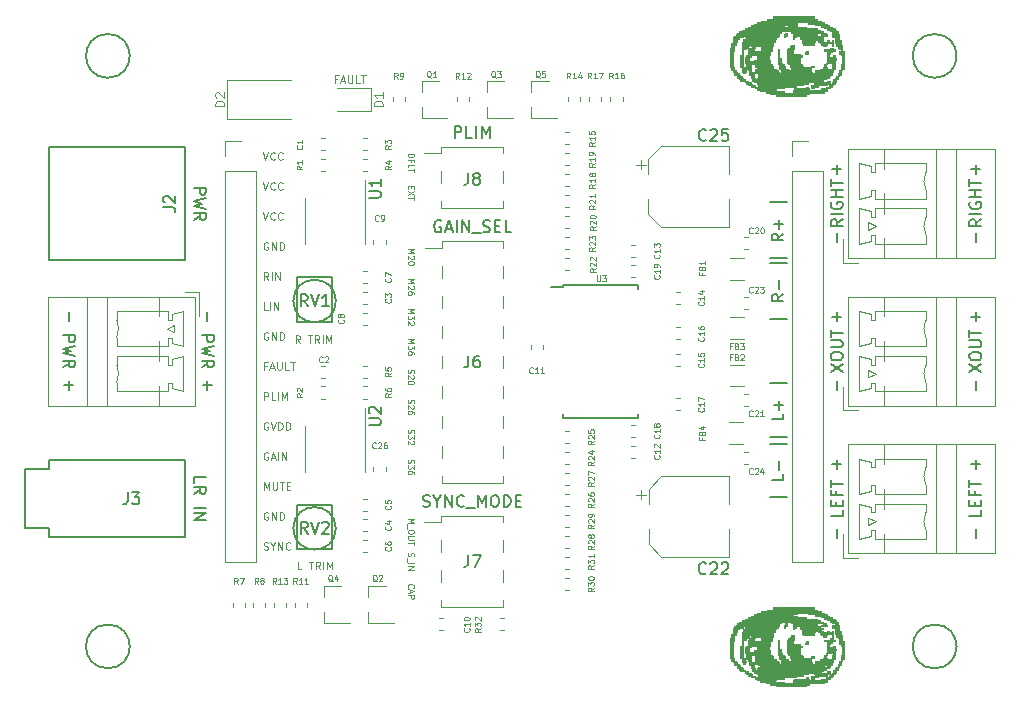
<source format=gto>
G04 #@! TF.GenerationSoftware,KiCad,Pcbnew,(5.1.2-1)-1*
G04 #@! TF.CreationDate,2023-07-05T23:23:54-04:00*
G04 #@! TF.ProjectId,AmpClassD_Daugher,416d7043-6c61-4737-9344-5f4461756768,rev?*
G04 #@! TF.SameCoordinates,Original*
G04 #@! TF.FileFunction,Legend,Top*
G04 #@! TF.FilePolarity,Positive*
%FSLAX46Y46*%
G04 Gerber Fmt 4.6, Leading zero omitted, Abs format (unit mm)*
G04 Created by KiCad (PCBNEW (5.1.2-1)-1) date 2023-07-05 23:23:54*
%MOMM*%
%LPD*%
G04 APERTURE LIST*
%ADD10C,0.075000*%
%ADD11C,0.150000*%
%ADD12C,0.100000*%
%ADD13C,0.010000*%
%ADD14C,0.120000*%
%ADD15C,0.203200*%
%ADD16C,0.125000*%
G04 APERTURE END LIST*
D10*
X95404809Y-79192571D02*
X95904809Y-79192571D01*
X95547666Y-79359238D01*
X95904809Y-79525904D01*
X95404809Y-79525904D01*
X95357190Y-79644952D02*
X95357190Y-80025904D01*
X95904809Y-80240190D02*
X95904809Y-80335428D01*
X95881000Y-80383047D01*
X95833380Y-80430666D01*
X95738142Y-80454476D01*
X95571476Y-80454476D01*
X95476238Y-80430666D01*
X95428619Y-80383047D01*
X95404809Y-80335428D01*
X95404809Y-80240190D01*
X95428619Y-80192571D01*
X95476238Y-80144952D01*
X95571476Y-80121142D01*
X95738142Y-80121142D01*
X95833380Y-80144952D01*
X95881000Y-80192571D01*
X95904809Y-80240190D01*
X95904809Y-80668761D02*
X95500047Y-80668761D01*
X95452428Y-80692571D01*
X95428619Y-80716380D01*
X95404809Y-80764000D01*
X95404809Y-80859238D01*
X95428619Y-80906857D01*
X95452428Y-80930666D01*
X95500047Y-80954476D01*
X95904809Y-80954476D01*
X95904809Y-81121142D02*
X95904809Y-81406857D01*
X95404809Y-81264000D02*
X95904809Y-81264000D01*
X95428619Y-82089714D02*
X95404809Y-82161142D01*
X95404809Y-82280190D01*
X95428619Y-82327809D01*
X95452428Y-82351619D01*
X95500047Y-82375428D01*
X95547666Y-82375428D01*
X95595285Y-82351619D01*
X95619095Y-82327809D01*
X95642904Y-82280190D01*
X95666714Y-82184952D01*
X95690523Y-82137333D01*
X95714333Y-82113523D01*
X95761952Y-82089714D01*
X95809571Y-82089714D01*
X95857190Y-82113523D01*
X95881000Y-82137333D01*
X95904809Y-82184952D01*
X95904809Y-82304000D01*
X95881000Y-82375428D01*
X95357190Y-82470666D02*
X95357190Y-82851619D01*
X95404809Y-82970666D02*
X95904809Y-82970666D01*
X95404809Y-83208761D02*
X95904809Y-83208761D01*
X95404809Y-83494476D01*
X95904809Y-83494476D01*
X95452428Y-85034476D02*
X95428619Y-85010666D01*
X95404809Y-84939238D01*
X95404809Y-84891619D01*
X95428619Y-84820190D01*
X95476238Y-84772571D01*
X95523857Y-84748761D01*
X95619095Y-84724952D01*
X95690523Y-84724952D01*
X95785761Y-84748761D01*
X95833380Y-84772571D01*
X95881000Y-84820190D01*
X95904809Y-84891619D01*
X95904809Y-84939238D01*
X95881000Y-85010666D01*
X95857190Y-85034476D01*
X95547666Y-85224952D02*
X95547666Y-85463047D01*
X95404809Y-85177333D02*
X95904809Y-85344000D01*
X95404809Y-85510666D01*
X95404809Y-85677333D02*
X95904809Y-85677333D01*
X95904809Y-85867809D01*
X95881000Y-85915428D01*
X95857190Y-85939238D01*
X95809571Y-85963047D01*
X95738142Y-85963047D01*
X95690523Y-85939238D01*
X95666714Y-85915428D01*
X95642904Y-85867809D01*
X95642904Y-85677333D01*
D11*
X127531714Y-62237642D02*
X126103142Y-62237642D01*
X127198380Y-60190023D02*
X126722190Y-60523357D01*
X127198380Y-60761452D02*
X126198380Y-60761452D01*
X126198380Y-60380500D01*
X126246000Y-60285261D01*
X126293619Y-60237642D01*
X126388857Y-60190023D01*
X126531714Y-60190023D01*
X126626952Y-60237642D01*
X126674571Y-60285261D01*
X126722190Y-60380500D01*
X126722190Y-60761452D01*
X126817428Y-59761452D02*
X126817428Y-58999547D01*
X127531714Y-57523357D02*
X126103142Y-57523357D01*
X127531714Y-57094142D02*
X126103142Y-57094142D01*
X127198380Y-55046523D02*
X126722190Y-55379857D01*
X127198380Y-55617952D02*
X126198380Y-55617952D01*
X126198380Y-55237000D01*
X126246000Y-55141761D01*
X126293619Y-55094142D01*
X126388857Y-55046523D01*
X126531714Y-55046523D01*
X126626952Y-55094142D01*
X126674571Y-55141761D01*
X126722190Y-55237000D01*
X126722190Y-55617952D01*
X126817428Y-54617952D02*
X126817428Y-53856047D01*
X127198380Y-54237000D02*
X126436476Y-54237000D01*
X127531714Y-52379857D02*
X126103142Y-52379857D01*
X127531714Y-77382404D02*
X126103142Y-77382404D01*
X127198380Y-75430023D02*
X127198380Y-75906214D01*
X126198380Y-75906214D01*
X126817428Y-75096690D02*
X126817428Y-74334785D01*
X127531714Y-72858595D02*
X126103142Y-72858595D01*
X127531714Y-72238904D02*
X126103142Y-72238904D01*
X127198380Y-70286523D02*
X127198380Y-70762714D01*
X126198380Y-70762714D01*
X126817428Y-69953190D02*
X126817428Y-69191285D01*
X127198380Y-69572238D02*
X126436476Y-69572238D01*
X127531714Y-67715095D02*
X126103142Y-67715095D01*
D10*
X95666714Y-51026285D02*
X95666714Y-51192952D01*
X95404809Y-51264380D02*
X95404809Y-51026285D01*
X95904809Y-51026285D01*
X95904809Y-51264380D01*
X95904809Y-51431047D02*
X95404809Y-51764380D01*
X95904809Y-51764380D02*
X95404809Y-51431047D01*
X95904809Y-51883428D02*
X95904809Y-52169142D01*
X95404809Y-52026285D02*
X95904809Y-52026285D01*
X95404809Y-48283904D02*
X95904809Y-48283904D01*
X95904809Y-48402952D01*
X95881000Y-48474380D01*
X95833380Y-48522000D01*
X95785761Y-48545809D01*
X95690523Y-48569619D01*
X95619095Y-48569619D01*
X95523857Y-48545809D01*
X95476238Y-48522000D01*
X95428619Y-48474380D01*
X95404809Y-48402952D01*
X95404809Y-48283904D01*
X95666714Y-48950571D02*
X95666714Y-48783904D01*
X95404809Y-48783904D02*
X95904809Y-48783904D01*
X95904809Y-49022000D01*
X95404809Y-49450571D02*
X95404809Y-49212476D01*
X95904809Y-49212476D01*
X95904809Y-49545809D02*
X95904809Y-49831523D01*
X95404809Y-49688666D02*
X95904809Y-49688666D01*
D11*
X99361809Y-46934380D02*
X99361809Y-45934380D01*
X99742761Y-45934380D01*
X99838000Y-45982000D01*
X99885619Y-46029619D01*
X99933238Y-46124857D01*
X99933238Y-46267714D01*
X99885619Y-46362952D01*
X99838000Y-46410571D01*
X99742761Y-46458190D01*
X99361809Y-46458190D01*
X100838000Y-46934380D02*
X100361809Y-46934380D01*
X100361809Y-45934380D01*
X101171333Y-46934380D02*
X101171333Y-45934380D01*
X101647523Y-46934380D02*
X101647523Y-45934380D01*
X101980857Y-46648666D01*
X102314190Y-45934380D01*
X102314190Y-46934380D01*
X96671333Y-78128761D02*
X96814190Y-78176380D01*
X97052285Y-78176380D01*
X97147523Y-78128761D01*
X97195142Y-78081142D01*
X97242761Y-77985904D01*
X97242761Y-77890666D01*
X97195142Y-77795428D01*
X97147523Y-77747809D01*
X97052285Y-77700190D01*
X96861809Y-77652571D01*
X96766571Y-77604952D01*
X96718952Y-77557333D01*
X96671333Y-77462095D01*
X96671333Y-77366857D01*
X96718952Y-77271619D01*
X96766571Y-77224000D01*
X96861809Y-77176380D01*
X97099904Y-77176380D01*
X97242761Y-77224000D01*
X97861809Y-77700190D02*
X97861809Y-78176380D01*
X97528476Y-77176380D02*
X97861809Y-77700190D01*
X98195142Y-77176380D01*
X98528476Y-78176380D02*
X98528476Y-77176380D01*
X99099904Y-78176380D01*
X99099904Y-77176380D01*
X100147523Y-78081142D02*
X100099904Y-78128761D01*
X99957047Y-78176380D01*
X99861809Y-78176380D01*
X99718952Y-78128761D01*
X99623714Y-78033523D01*
X99576095Y-77938285D01*
X99528476Y-77747809D01*
X99528476Y-77604952D01*
X99576095Y-77414476D01*
X99623714Y-77319238D01*
X99718952Y-77224000D01*
X99861809Y-77176380D01*
X99957047Y-77176380D01*
X100099904Y-77224000D01*
X100147523Y-77271619D01*
X100338000Y-78271619D02*
X101099904Y-78271619D01*
X101338000Y-78176380D02*
X101338000Y-77176380D01*
X101671333Y-77890666D01*
X102004666Y-77176380D01*
X102004666Y-78176380D01*
X102671333Y-77176380D02*
X102861809Y-77176380D01*
X102957047Y-77224000D01*
X103052285Y-77319238D01*
X103099904Y-77509714D01*
X103099904Y-77843047D01*
X103052285Y-78033523D01*
X102957047Y-78128761D01*
X102861809Y-78176380D01*
X102671333Y-78176380D01*
X102576095Y-78128761D01*
X102480857Y-78033523D01*
X102433238Y-77843047D01*
X102433238Y-77509714D01*
X102480857Y-77319238D01*
X102576095Y-77224000D01*
X102671333Y-77176380D01*
X103528476Y-78176380D02*
X103528476Y-77176380D01*
X103766571Y-77176380D01*
X103909428Y-77224000D01*
X104004666Y-77319238D01*
X104052285Y-77414476D01*
X104099904Y-77604952D01*
X104099904Y-77747809D01*
X104052285Y-77938285D01*
X104004666Y-78033523D01*
X103909428Y-78128761D01*
X103766571Y-78176380D01*
X103528476Y-78176380D01*
X104528476Y-77652571D02*
X104861809Y-77652571D01*
X105004666Y-78176380D02*
X104528476Y-78176380D01*
X104528476Y-77176380D01*
X105004666Y-77176380D01*
X98195142Y-53983000D02*
X98099904Y-53935380D01*
X97957047Y-53935380D01*
X97814190Y-53983000D01*
X97718952Y-54078238D01*
X97671333Y-54173476D01*
X97623714Y-54363952D01*
X97623714Y-54506809D01*
X97671333Y-54697285D01*
X97718952Y-54792523D01*
X97814190Y-54887761D01*
X97957047Y-54935380D01*
X98052285Y-54935380D01*
X98195142Y-54887761D01*
X98242761Y-54840142D01*
X98242761Y-54506809D01*
X98052285Y-54506809D01*
X98623714Y-54649666D02*
X99099904Y-54649666D01*
X98528476Y-54935380D02*
X98861809Y-53935380D01*
X99195142Y-54935380D01*
X99528476Y-54935380D02*
X99528476Y-53935380D01*
X100004666Y-54935380D02*
X100004666Y-53935380D01*
X100576095Y-54935380D01*
X100576095Y-53935380D01*
X100814190Y-55030619D02*
X101576095Y-55030619D01*
X101766571Y-54887761D02*
X101909428Y-54935380D01*
X102147523Y-54935380D01*
X102242761Y-54887761D01*
X102290380Y-54840142D01*
X102338000Y-54744904D01*
X102338000Y-54649666D01*
X102290380Y-54554428D01*
X102242761Y-54506809D01*
X102147523Y-54459190D01*
X101957047Y-54411571D01*
X101861809Y-54363952D01*
X101814190Y-54316333D01*
X101766571Y-54221095D01*
X101766571Y-54125857D01*
X101814190Y-54030619D01*
X101861809Y-53983000D01*
X101957047Y-53935380D01*
X102195142Y-53935380D01*
X102338000Y-53983000D01*
X102766571Y-54411571D02*
X103099904Y-54411571D01*
X103242761Y-54935380D02*
X102766571Y-54935380D01*
X102766571Y-53935380D01*
X103242761Y-53935380D01*
X104147523Y-54935380D02*
X103671333Y-54935380D01*
X103671333Y-53935380D01*
D10*
X95428619Y-74183952D02*
X95404809Y-74255380D01*
X95404809Y-74374428D01*
X95428619Y-74422047D01*
X95452428Y-74445857D01*
X95500047Y-74469666D01*
X95547666Y-74469666D01*
X95595285Y-74445857D01*
X95619095Y-74422047D01*
X95642904Y-74374428D01*
X95666714Y-74279190D01*
X95690523Y-74231571D01*
X95714333Y-74207761D01*
X95761952Y-74183952D01*
X95809571Y-74183952D01*
X95857190Y-74207761D01*
X95881000Y-74231571D01*
X95904809Y-74279190D01*
X95904809Y-74398238D01*
X95881000Y-74469666D01*
X95904809Y-74636333D02*
X95904809Y-74945857D01*
X95714333Y-74779190D01*
X95714333Y-74850619D01*
X95690523Y-74898238D01*
X95666714Y-74922047D01*
X95619095Y-74945857D01*
X95500047Y-74945857D01*
X95452428Y-74922047D01*
X95428619Y-74898238D01*
X95404809Y-74850619D01*
X95404809Y-74707761D01*
X95428619Y-74660142D01*
X95452428Y-74636333D01*
X95904809Y-75374428D02*
X95904809Y-75279190D01*
X95881000Y-75231571D01*
X95857190Y-75207761D01*
X95785761Y-75160142D01*
X95690523Y-75136333D01*
X95500047Y-75136333D01*
X95452428Y-75160142D01*
X95428619Y-75183952D01*
X95404809Y-75231571D01*
X95404809Y-75326809D01*
X95428619Y-75374428D01*
X95452428Y-75398238D01*
X95500047Y-75422047D01*
X95619095Y-75422047D01*
X95666714Y-75398238D01*
X95690523Y-75374428D01*
X95714333Y-75326809D01*
X95714333Y-75231571D01*
X95690523Y-75183952D01*
X95666714Y-75160142D01*
X95619095Y-75136333D01*
X95428619Y-71643952D02*
X95404809Y-71715380D01*
X95404809Y-71834428D01*
X95428619Y-71882047D01*
X95452428Y-71905857D01*
X95500047Y-71929666D01*
X95547666Y-71929666D01*
X95595285Y-71905857D01*
X95619095Y-71882047D01*
X95642904Y-71834428D01*
X95666714Y-71739190D01*
X95690523Y-71691571D01*
X95714333Y-71667761D01*
X95761952Y-71643952D01*
X95809571Y-71643952D01*
X95857190Y-71667761D01*
X95881000Y-71691571D01*
X95904809Y-71739190D01*
X95904809Y-71858238D01*
X95881000Y-71929666D01*
X95904809Y-72096333D02*
X95904809Y-72405857D01*
X95714333Y-72239190D01*
X95714333Y-72310619D01*
X95690523Y-72358238D01*
X95666714Y-72382047D01*
X95619095Y-72405857D01*
X95500047Y-72405857D01*
X95452428Y-72382047D01*
X95428619Y-72358238D01*
X95404809Y-72310619D01*
X95404809Y-72167761D01*
X95428619Y-72120142D01*
X95452428Y-72096333D01*
X95857190Y-72596333D02*
X95881000Y-72620142D01*
X95904809Y-72667761D01*
X95904809Y-72786809D01*
X95881000Y-72834428D01*
X95857190Y-72858238D01*
X95809571Y-72882047D01*
X95761952Y-72882047D01*
X95690523Y-72858238D01*
X95404809Y-72572523D01*
X95404809Y-72882047D01*
X95428619Y-69103952D02*
X95404809Y-69175380D01*
X95404809Y-69294428D01*
X95428619Y-69342047D01*
X95452428Y-69365857D01*
X95500047Y-69389666D01*
X95547666Y-69389666D01*
X95595285Y-69365857D01*
X95619095Y-69342047D01*
X95642904Y-69294428D01*
X95666714Y-69199190D01*
X95690523Y-69151571D01*
X95714333Y-69127761D01*
X95761952Y-69103952D01*
X95809571Y-69103952D01*
X95857190Y-69127761D01*
X95881000Y-69151571D01*
X95904809Y-69199190D01*
X95904809Y-69318238D01*
X95881000Y-69389666D01*
X95857190Y-69580142D02*
X95881000Y-69603952D01*
X95904809Y-69651571D01*
X95904809Y-69770619D01*
X95881000Y-69818238D01*
X95857190Y-69842047D01*
X95809571Y-69865857D01*
X95761952Y-69865857D01*
X95690523Y-69842047D01*
X95404809Y-69556333D01*
X95404809Y-69865857D01*
X95904809Y-70294428D02*
X95904809Y-70199190D01*
X95881000Y-70151571D01*
X95857190Y-70127761D01*
X95785761Y-70080142D01*
X95690523Y-70056333D01*
X95500047Y-70056333D01*
X95452428Y-70080142D01*
X95428619Y-70103952D01*
X95404809Y-70151571D01*
X95404809Y-70246809D01*
X95428619Y-70294428D01*
X95452428Y-70318238D01*
X95500047Y-70342047D01*
X95619095Y-70342047D01*
X95666714Y-70318238D01*
X95690523Y-70294428D01*
X95714333Y-70246809D01*
X95714333Y-70151571D01*
X95690523Y-70103952D01*
X95666714Y-70080142D01*
X95619095Y-70056333D01*
X95428619Y-66563952D02*
X95404809Y-66635380D01*
X95404809Y-66754428D01*
X95428619Y-66802047D01*
X95452428Y-66825857D01*
X95500047Y-66849666D01*
X95547666Y-66849666D01*
X95595285Y-66825857D01*
X95619095Y-66802047D01*
X95642904Y-66754428D01*
X95666714Y-66659190D01*
X95690523Y-66611571D01*
X95714333Y-66587761D01*
X95761952Y-66563952D01*
X95809571Y-66563952D01*
X95857190Y-66587761D01*
X95881000Y-66611571D01*
X95904809Y-66659190D01*
X95904809Y-66778238D01*
X95881000Y-66849666D01*
X95857190Y-67040142D02*
X95881000Y-67063952D01*
X95904809Y-67111571D01*
X95904809Y-67230619D01*
X95881000Y-67278238D01*
X95857190Y-67302047D01*
X95809571Y-67325857D01*
X95761952Y-67325857D01*
X95690523Y-67302047D01*
X95404809Y-67016333D01*
X95404809Y-67325857D01*
X95904809Y-67635380D02*
X95904809Y-67683000D01*
X95881000Y-67730619D01*
X95857190Y-67754428D01*
X95809571Y-67778238D01*
X95714333Y-67802047D01*
X95595285Y-67802047D01*
X95500047Y-67778238D01*
X95452428Y-67754428D01*
X95428619Y-67730619D01*
X95404809Y-67683000D01*
X95404809Y-67635380D01*
X95428619Y-67587761D01*
X95452428Y-67563952D01*
X95500047Y-67540142D01*
X95595285Y-67516333D01*
X95714333Y-67516333D01*
X95809571Y-67540142D01*
X95857190Y-67563952D01*
X95881000Y-67587761D01*
X95904809Y-67635380D01*
X95404809Y-64000142D02*
X95904809Y-64000142D01*
X95547666Y-64166809D01*
X95904809Y-64333476D01*
X95404809Y-64333476D01*
X95904809Y-64523952D02*
X95904809Y-64833476D01*
X95714333Y-64666809D01*
X95714333Y-64738238D01*
X95690523Y-64785857D01*
X95666714Y-64809666D01*
X95619095Y-64833476D01*
X95500047Y-64833476D01*
X95452428Y-64809666D01*
X95428619Y-64785857D01*
X95404809Y-64738238D01*
X95404809Y-64595380D01*
X95428619Y-64547761D01*
X95452428Y-64523952D01*
X95904809Y-65262047D02*
X95904809Y-65166809D01*
X95881000Y-65119190D01*
X95857190Y-65095380D01*
X95785761Y-65047761D01*
X95690523Y-65023952D01*
X95500047Y-65023952D01*
X95452428Y-65047761D01*
X95428619Y-65071571D01*
X95404809Y-65119190D01*
X95404809Y-65214428D01*
X95428619Y-65262047D01*
X95452428Y-65285857D01*
X95500047Y-65309666D01*
X95619095Y-65309666D01*
X95666714Y-65285857D01*
X95690523Y-65262047D01*
X95714333Y-65214428D01*
X95714333Y-65119190D01*
X95690523Y-65071571D01*
X95666714Y-65047761D01*
X95619095Y-65023952D01*
X95404809Y-61460142D02*
X95904809Y-61460142D01*
X95547666Y-61626809D01*
X95904809Y-61793476D01*
X95404809Y-61793476D01*
X95904809Y-61983952D02*
X95904809Y-62293476D01*
X95714333Y-62126809D01*
X95714333Y-62198238D01*
X95690523Y-62245857D01*
X95666714Y-62269666D01*
X95619095Y-62293476D01*
X95500047Y-62293476D01*
X95452428Y-62269666D01*
X95428619Y-62245857D01*
X95404809Y-62198238D01*
X95404809Y-62055380D01*
X95428619Y-62007761D01*
X95452428Y-61983952D01*
X95857190Y-62483952D02*
X95881000Y-62507761D01*
X95904809Y-62555380D01*
X95904809Y-62674428D01*
X95881000Y-62722047D01*
X95857190Y-62745857D01*
X95809571Y-62769666D01*
X95761952Y-62769666D01*
X95690523Y-62745857D01*
X95404809Y-62460142D01*
X95404809Y-62769666D01*
X95404809Y-58920142D02*
X95904809Y-58920142D01*
X95547666Y-59086809D01*
X95904809Y-59253476D01*
X95404809Y-59253476D01*
X95857190Y-59467761D02*
X95881000Y-59491571D01*
X95904809Y-59539190D01*
X95904809Y-59658238D01*
X95881000Y-59705857D01*
X95857190Y-59729666D01*
X95809571Y-59753476D01*
X95761952Y-59753476D01*
X95690523Y-59729666D01*
X95404809Y-59443952D01*
X95404809Y-59753476D01*
X95904809Y-60182047D02*
X95904809Y-60086809D01*
X95881000Y-60039190D01*
X95857190Y-60015380D01*
X95785761Y-59967761D01*
X95690523Y-59943952D01*
X95500047Y-59943952D01*
X95452428Y-59967761D01*
X95428619Y-59991571D01*
X95404809Y-60039190D01*
X95404809Y-60134428D01*
X95428619Y-60182047D01*
X95452428Y-60205857D01*
X95500047Y-60229666D01*
X95619095Y-60229666D01*
X95666714Y-60205857D01*
X95690523Y-60182047D01*
X95714333Y-60134428D01*
X95714333Y-60039190D01*
X95690523Y-59991571D01*
X95666714Y-59967761D01*
X95619095Y-59943952D01*
X95404809Y-56380142D02*
X95904809Y-56380142D01*
X95547666Y-56546809D01*
X95904809Y-56713476D01*
X95404809Y-56713476D01*
X95857190Y-56927761D02*
X95881000Y-56951571D01*
X95904809Y-56999190D01*
X95904809Y-57118238D01*
X95881000Y-57165857D01*
X95857190Y-57189666D01*
X95809571Y-57213476D01*
X95761952Y-57213476D01*
X95690523Y-57189666D01*
X95404809Y-56903952D01*
X95404809Y-57213476D01*
X95904809Y-57523000D02*
X95904809Y-57570619D01*
X95881000Y-57618238D01*
X95857190Y-57642047D01*
X95809571Y-57665857D01*
X95714333Y-57689666D01*
X95595285Y-57689666D01*
X95500047Y-57665857D01*
X95452428Y-57642047D01*
X95428619Y-57618238D01*
X95404809Y-57570619D01*
X95404809Y-57523000D01*
X95428619Y-57475380D01*
X95452428Y-57451571D01*
X95500047Y-57427761D01*
X95595285Y-57403952D01*
X95714333Y-57403952D01*
X95809571Y-57427761D01*
X95857190Y-57451571D01*
X95881000Y-57475380D01*
X95904809Y-57523000D01*
D11*
X77297619Y-76166666D02*
X77297619Y-75690476D01*
X78297619Y-75690476D01*
X77297619Y-77071428D02*
X77773809Y-76738095D01*
X77297619Y-76500000D02*
X78297619Y-76500000D01*
X78297619Y-76880952D01*
X78250000Y-76976190D01*
X78202380Y-77023809D01*
X78107142Y-77071428D01*
X77964285Y-77071428D01*
X77869047Y-77023809D01*
X77821428Y-76976190D01*
X77773809Y-76880952D01*
X77773809Y-76500000D01*
X77297619Y-78261904D02*
X78297619Y-78261904D01*
X77297619Y-78738095D02*
X78297619Y-78738095D01*
X77297619Y-79309523D01*
X78297619Y-79309523D01*
X77297619Y-51166666D02*
X78297619Y-51166666D01*
X78297619Y-51547619D01*
X78250000Y-51642857D01*
X78202380Y-51690476D01*
X78107142Y-51738095D01*
X77964285Y-51738095D01*
X77869047Y-51690476D01*
X77821428Y-51642857D01*
X77773809Y-51547619D01*
X77773809Y-51166666D01*
X78297619Y-52071428D02*
X77297619Y-52309523D01*
X78011904Y-52500000D01*
X77297619Y-52690476D01*
X78297619Y-52928571D01*
X77297619Y-53880952D02*
X77773809Y-53547619D01*
X77297619Y-53309523D02*
X78297619Y-53309523D01*
X78297619Y-53690476D01*
X78250000Y-53785714D01*
X78202380Y-53833333D01*
X78107142Y-53880952D01*
X77964285Y-53880952D01*
X77869047Y-53833333D01*
X77821428Y-53785714D01*
X77773809Y-53690476D01*
X77773809Y-53309523D01*
X132202380Y-78452380D02*
X132202380Y-78928571D01*
X131202380Y-78928571D01*
X131678571Y-78119047D02*
X131678571Y-77785714D01*
X132202380Y-77642857D02*
X132202380Y-78119047D01*
X131202380Y-78119047D01*
X131202380Y-77642857D01*
X131678571Y-76880952D02*
X131678571Y-77214285D01*
X132202380Y-77214285D02*
X131202380Y-77214285D01*
X131202380Y-76738095D01*
X131202380Y-76500000D02*
X131202380Y-75928571D01*
X132202380Y-76214285D02*
X131202380Y-76214285D01*
X132202380Y-53833333D02*
X131726190Y-54166666D01*
X132202380Y-54404761D02*
X131202380Y-54404761D01*
X131202380Y-54023809D01*
X131250000Y-53928571D01*
X131297619Y-53880952D01*
X131392857Y-53833333D01*
X131535714Y-53833333D01*
X131630952Y-53880952D01*
X131678571Y-53928571D01*
X131726190Y-54023809D01*
X131726190Y-54404761D01*
X132202380Y-53404761D02*
X131202380Y-53404761D01*
X131250000Y-52404761D02*
X131202380Y-52500000D01*
X131202380Y-52642857D01*
X131250000Y-52785714D01*
X131345238Y-52880952D01*
X131440476Y-52928571D01*
X131630952Y-52976190D01*
X131773809Y-52976190D01*
X131964285Y-52928571D01*
X132059523Y-52880952D01*
X132154761Y-52785714D01*
X132202380Y-52642857D01*
X132202380Y-52547619D01*
X132154761Y-52404761D01*
X132107142Y-52357142D01*
X131773809Y-52357142D01*
X131773809Y-52547619D01*
X132202380Y-51928571D02*
X131202380Y-51928571D01*
X131678571Y-51928571D02*
X131678571Y-51357142D01*
X132202380Y-51357142D02*
X131202380Y-51357142D01*
X131202380Y-51023809D02*
X131202380Y-50452380D01*
X132202380Y-50738095D02*
X131202380Y-50738095D01*
X77947619Y-63666666D02*
X78947619Y-63666666D01*
X78947619Y-64047619D01*
X78900000Y-64142857D01*
X78852380Y-64190476D01*
X78757142Y-64238095D01*
X78614285Y-64238095D01*
X78519047Y-64190476D01*
X78471428Y-64142857D01*
X78423809Y-64047619D01*
X78423809Y-63666666D01*
X78947619Y-64571428D02*
X77947619Y-64809523D01*
X78661904Y-65000000D01*
X77947619Y-65190476D01*
X78947619Y-65428571D01*
X77947619Y-66380952D02*
X78423809Y-66047619D01*
X77947619Y-65809523D02*
X78947619Y-65809523D01*
X78947619Y-66190476D01*
X78900000Y-66285714D01*
X78852380Y-66333333D01*
X78757142Y-66380952D01*
X78614285Y-66380952D01*
X78519047Y-66333333D01*
X78471428Y-66285714D01*
X78423809Y-66190476D01*
X78423809Y-65809523D01*
X66197619Y-63666666D02*
X67197619Y-63666666D01*
X67197619Y-64047619D01*
X67150000Y-64142857D01*
X67102380Y-64190476D01*
X67007142Y-64238095D01*
X66864285Y-64238095D01*
X66769047Y-64190476D01*
X66721428Y-64142857D01*
X66673809Y-64047619D01*
X66673809Y-63666666D01*
X67197619Y-64571428D02*
X66197619Y-64809523D01*
X66911904Y-65000000D01*
X66197619Y-65190476D01*
X67197619Y-65428571D01*
X66197619Y-66380952D02*
X66673809Y-66047619D01*
X66197619Y-65809523D02*
X67197619Y-65809523D01*
X67197619Y-66190476D01*
X67150000Y-66285714D01*
X67102380Y-66333333D01*
X67007142Y-66380952D01*
X66864285Y-66380952D01*
X66769047Y-66333333D01*
X66721428Y-66285714D01*
X66673809Y-66190476D01*
X66673809Y-65809523D01*
X131202380Y-66761904D02*
X132202380Y-66095238D01*
X131202380Y-66095238D02*
X132202380Y-66761904D01*
X131202380Y-65523809D02*
X131202380Y-65333333D01*
X131250000Y-65238095D01*
X131345238Y-65142857D01*
X131535714Y-65095238D01*
X131869047Y-65095238D01*
X132059523Y-65142857D01*
X132154761Y-65238095D01*
X132202380Y-65333333D01*
X132202380Y-65523809D01*
X132154761Y-65619047D01*
X132059523Y-65714285D01*
X131869047Y-65761904D01*
X131535714Y-65761904D01*
X131345238Y-65714285D01*
X131250000Y-65619047D01*
X131202380Y-65523809D01*
X131202380Y-64666666D02*
X132011904Y-64666666D01*
X132107142Y-64619047D01*
X132154761Y-64571428D01*
X132202380Y-64476190D01*
X132202380Y-64285714D01*
X132154761Y-64190476D01*
X132107142Y-64142857D01*
X132011904Y-64095238D01*
X131202380Y-64095238D01*
X131202380Y-63761904D02*
X131202380Y-63190476D01*
X132202380Y-63476190D02*
X131202380Y-63476190D01*
D12*
X89435095Y-41953571D02*
X89218428Y-41953571D01*
X89218428Y-42294047D02*
X89218428Y-41644047D01*
X89527952Y-41644047D01*
X89744619Y-42108333D02*
X90054142Y-42108333D01*
X89682714Y-42294047D02*
X89899380Y-41644047D01*
X90116047Y-42294047D01*
X90332714Y-41644047D02*
X90332714Y-42170238D01*
X90363666Y-42232142D01*
X90394619Y-42263095D01*
X90456523Y-42294047D01*
X90580333Y-42294047D01*
X90642238Y-42263095D01*
X90673190Y-42232142D01*
X90704142Y-42170238D01*
X90704142Y-41644047D01*
X91323190Y-42294047D02*
X91013666Y-42294047D01*
X91013666Y-41644047D01*
X91447000Y-41644047D02*
X91818428Y-41644047D01*
X91632714Y-42294047D02*
X91632714Y-41644047D01*
X86389761Y-83479047D02*
X86080238Y-83479047D01*
X86080238Y-82829047D01*
X87008809Y-82829047D02*
X87380238Y-82829047D01*
X87194523Y-83479047D02*
X87194523Y-82829047D01*
X87968333Y-83479047D02*
X87751666Y-83169523D01*
X87596904Y-83479047D02*
X87596904Y-82829047D01*
X87844523Y-82829047D01*
X87906428Y-82860000D01*
X87937380Y-82890952D01*
X87968333Y-82952857D01*
X87968333Y-83045714D01*
X87937380Y-83107619D01*
X87906428Y-83138571D01*
X87844523Y-83169523D01*
X87596904Y-83169523D01*
X88246904Y-83479047D02*
X88246904Y-82829047D01*
X88556428Y-83479047D02*
X88556428Y-82829047D01*
X88773095Y-83293333D01*
X88989761Y-82829047D01*
X88989761Y-83479047D01*
X86262761Y-64302047D02*
X86046095Y-63992523D01*
X85891333Y-64302047D02*
X85891333Y-63652047D01*
X86138952Y-63652047D01*
X86200857Y-63683000D01*
X86231809Y-63713952D01*
X86262761Y-63775857D01*
X86262761Y-63868714D01*
X86231809Y-63930619D01*
X86200857Y-63961571D01*
X86138952Y-63992523D01*
X85891333Y-63992523D01*
X86943714Y-63652047D02*
X87315142Y-63652047D01*
X87129428Y-64302047D02*
X87129428Y-63652047D01*
X87903238Y-64302047D02*
X87686571Y-63992523D01*
X87531809Y-64302047D02*
X87531809Y-63652047D01*
X87779428Y-63652047D01*
X87841333Y-63683000D01*
X87872285Y-63713952D01*
X87903238Y-63775857D01*
X87903238Y-63868714D01*
X87872285Y-63930619D01*
X87841333Y-63961571D01*
X87779428Y-63992523D01*
X87531809Y-63992523D01*
X88181809Y-64302047D02*
X88181809Y-63652047D01*
X88491333Y-64302047D02*
X88491333Y-63652047D01*
X88708000Y-64116333D01*
X88924666Y-63652047D01*
X88924666Y-64302047D01*
X83126904Y-48154047D02*
X83343571Y-48804047D01*
X83560238Y-48154047D01*
X84148333Y-48742142D02*
X84117380Y-48773095D01*
X84024523Y-48804047D01*
X83962619Y-48804047D01*
X83869761Y-48773095D01*
X83807857Y-48711190D01*
X83776904Y-48649285D01*
X83745952Y-48525476D01*
X83745952Y-48432619D01*
X83776904Y-48308809D01*
X83807857Y-48246904D01*
X83869761Y-48185000D01*
X83962619Y-48154047D01*
X84024523Y-48154047D01*
X84117380Y-48185000D01*
X84148333Y-48215952D01*
X84798333Y-48742142D02*
X84767380Y-48773095D01*
X84674523Y-48804047D01*
X84612619Y-48804047D01*
X84519761Y-48773095D01*
X84457857Y-48711190D01*
X84426904Y-48649285D01*
X84395952Y-48525476D01*
X84395952Y-48432619D01*
X84426904Y-48308809D01*
X84457857Y-48246904D01*
X84519761Y-48185000D01*
X84612619Y-48154047D01*
X84674523Y-48154047D01*
X84767380Y-48185000D01*
X84798333Y-48215952D01*
X83126904Y-50694047D02*
X83343571Y-51344047D01*
X83560238Y-50694047D01*
X84148333Y-51282142D02*
X84117380Y-51313095D01*
X84024523Y-51344047D01*
X83962619Y-51344047D01*
X83869761Y-51313095D01*
X83807857Y-51251190D01*
X83776904Y-51189285D01*
X83745952Y-51065476D01*
X83745952Y-50972619D01*
X83776904Y-50848809D01*
X83807857Y-50786904D01*
X83869761Y-50725000D01*
X83962619Y-50694047D01*
X84024523Y-50694047D01*
X84117380Y-50725000D01*
X84148333Y-50755952D01*
X84798333Y-51282142D02*
X84767380Y-51313095D01*
X84674523Y-51344047D01*
X84612619Y-51344047D01*
X84519761Y-51313095D01*
X84457857Y-51251190D01*
X84426904Y-51189285D01*
X84395952Y-51065476D01*
X84395952Y-50972619D01*
X84426904Y-50848809D01*
X84457857Y-50786904D01*
X84519761Y-50725000D01*
X84612619Y-50694047D01*
X84674523Y-50694047D01*
X84767380Y-50725000D01*
X84798333Y-50755952D01*
X83126904Y-53234047D02*
X83343571Y-53884047D01*
X83560238Y-53234047D01*
X84148333Y-53822142D02*
X84117380Y-53853095D01*
X84024523Y-53884047D01*
X83962619Y-53884047D01*
X83869761Y-53853095D01*
X83807857Y-53791190D01*
X83776904Y-53729285D01*
X83745952Y-53605476D01*
X83745952Y-53512619D01*
X83776904Y-53388809D01*
X83807857Y-53326904D01*
X83869761Y-53265000D01*
X83962619Y-53234047D01*
X84024523Y-53234047D01*
X84117380Y-53265000D01*
X84148333Y-53295952D01*
X84798333Y-53822142D02*
X84767380Y-53853095D01*
X84674523Y-53884047D01*
X84612619Y-53884047D01*
X84519761Y-53853095D01*
X84457857Y-53791190D01*
X84426904Y-53729285D01*
X84395952Y-53605476D01*
X84395952Y-53512619D01*
X84426904Y-53388809D01*
X84457857Y-53326904D01*
X84519761Y-53265000D01*
X84612619Y-53234047D01*
X84674523Y-53234047D01*
X84767380Y-53265000D01*
X84798333Y-53295952D01*
X83560238Y-55805000D02*
X83498333Y-55774047D01*
X83405476Y-55774047D01*
X83312619Y-55805000D01*
X83250714Y-55866904D01*
X83219761Y-55928809D01*
X83188809Y-56052619D01*
X83188809Y-56145476D01*
X83219761Y-56269285D01*
X83250714Y-56331190D01*
X83312619Y-56393095D01*
X83405476Y-56424047D01*
X83467380Y-56424047D01*
X83560238Y-56393095D01*
X83591190Y-56362142D01*
X83591190Y-56145476D01*
X83467380Y-56145476D01*
X83869761Y-56424047D02*
X83869761Y-55774047D01*
X84241190Y-56424047D01*
X84241190Y-55774047D01*
X84550714Y-56424047D02*
X84550714Y-55774047D01*
X84705476Y-55774047D01*
X84798333Y-55805000D01*
X84860238Y-55866904D01*
X84891190Y-55928809D01*
X84922142Y-56052619D01*
X84922142Y-56145476D01*
X84891190Y-56269285D01*
X84860238Y-56331190D01*
X84798333Y-56393095D01*
X84705476Y-56424047D01*
X84550714Y-56424047D01*
X83591190Y-58964047D02*
X83374523Y-58654523D01*
X83219761Y-58964047D02*
X83219761Y-58314047D01*
X83467380Y-58314047D01*
X83529285Y-58345000D01*
X83560238Y-58375952D01*
X83591190Y-58437857D01*
X83591190Y-58530714D01*
X83560238Y-58592619D01*
X83529285Y-58623571D01*
X83467380Y-58654523D01*
X83219761Y-58654523D01*
X83869761Y-58964047D02*
X83869761Y-58314047D01*
X84179285Y-58964047D02*
X84179285Y-58314047D01*
X84550714Y-58964047D01*
X84550714Y-58314047D01*
X83529285Y-61504047D02*
X83219761Y-61504047D01*
X83219761Y-60854047D01*
X83745952Y-61504047D02*
X83745952Y-60854047D01*
X84055476Y-61504047D02*
X84055476Y-60854047D01*
X84426904Y-61504047D01*
X84426904Y-60854047D01*
X83560238Y-63425000D02*
X83498333Y-63394047D01*
X83405476Y-63394047D01*
X83312619Y-63425000D01*
X83250714Y-63486904D01*
X83219761Y-63548809D01*
X83188809Y-63672619D01*
X83188809Y-63765476D01*
X83219761Y-63889285D01*
X83250714Y-63951190D01*
X83312619Y-64013095D01*
X83405476Y-64044047D01*
X83467380Y-64044047D01*
X83560238Y-64013095D01*
X83591190Y-63982142D01*
X83591190Y-63765476D01*
X83467380Y-63765476D01*
X83869761Y-64044047D02*
X83869761Y-63394047D01*
X84241190Y-64044047D01*
X84241190Y-63394047D01*
X84550714Y-64044047D02*
X84550714Y-63394047D01*
X84705476Y-63394047D01*
X84798333Y-63425000D01*
X84860238Y-63486904D01*
X84891190Y-63548809D01*
X84922142Y-63672619D01*
X84922142Y-63765476D01*
X84891190Y-63889285D01*
X84860238Y-63951190D01*
X84798333Y-64013095D01*
X84705476Y-64044047D01*
X84550714Y-64044047D01*
X83188809Y-81793095D02*
X83281666Y-81824047D01*
X83436428Y-81824047D01*
X83498333Y-81793095D01*
X83529285Y-81762142D01*
X83560238Y-81700238D01*
X83560238Y-81638333D01*
X83529285Y-81576428D01*
X83498333Y-81545476D01*
X83436428Y-81514523D01*
X83312619Y-81483571D01*
X83250714Y-81452619D01*
X83219761Y-81421666D01*
X83188809Y-81359761D01*
X83188809Y-81297857D01*
X83219761Y-81235952D01*
X83250714Y-81205000D01*
X83312619Y-81174047D01*
X83467380Y-81174047D01*
X83560238Y-81205000D01*
X83962619Y-81514523D02*
X83962619Y-81824047D01*
X83745952Y-81174047D02*
X83962619Y-81514523D01*
X84179285Y-81174047D01*
X84395952Y-81824047D02*
X84395952Y-81174047D01*
X84767380Y-81824047D01*
X84767380Y-81174047D01*
X85448333Y-81762142D02*
X85417380Y-81793095D01*
X85324523Y-81824047D01*
X85262619Y-81824047D01*
X85169761Y-81793095D01*
X85107857Y-81731190D01*
X85076904Y-81669285D01*
X85045952Y-81545476D01*
X85045952Y-81452619D01*
X85076904Y-81328809D01*
X85107857Y-81266904D01*
X85169761Y-81205000D01*
X85262619Y-81174047D01*
X85324523Y-81174047D01*
X85417380Y-81205000D01*
X85448333Y-81235952D01*
X83560238Y-78665000D02*
X83498333Y-78634047D01*
X83405476Y-78634047D01*
X83312619Y-78665000D01*
X83250714Y-78726904D01*
X83219761Y-78788809D01*
X83188809Y-78912619D01*
X83188809Y-79005476D01*
X83219761Y-79129285D01*
X83250714Y-79191190D01*
X83312619Y-79253095D01*
X83405476Y-79284047D01*
X83467380Y-79284047D01*
X83560238Y-79253095D01*
X83591190Y-79222142D01*
X83591190Y-79005476D01*
X83467380Y-79005476D01*
X83869761Y-79284047D02*
X83869761Y-78634047D01*
X84241190Y-79284047D01*
X84241190Y-78634047D01*
X84550714Y-79284047D02*
X84550714Y-78634047D01*
X84705476Y-78634047D01*
X84798333Y-78665000D01*
X84860238Y-78726904D01*
X84891190Y-78788809D01*
X84922142Y-78912619D01*
X84922142Y-79005476D01*
X84891190Y-79129285D01*
X84860238Y-79191190D01*
X84798333Y-79253095D01*
X84705476Y-79284047D01*
X84550714Y-79284047D01*
X83219761Y-76744047D02*
X83219761Y-76094047D01*
X83436428Y-76558333D01*
X83653095Y-76094047D01*
X83653095Y-76744047D01*
X83962619Y-76094047D02*
X83962619Y-76620238D01*
X83993571Y-76682142D01*
X84024523Y-76713095D01*
X84086428Y-76744047D01*
X84210238Y-76744047D01*
X84272142Y-76713095D01*
X84303095Y-76682142D01*
X84334047Y-76620238D01*
X84334047Y-76094047D01*
X84550714Y-76094047D02*
X84922142Y-76094047D01*
X84736428Y-76744047D02*
X84736428Y-76094047D01*
X85138809Y-76403571D02*
X85355476Y-76403571D01*
X85448333Y-76744047D02*
X85138809Y-76744047D01*
X85138809Y-76094047D01*
X85448333Y-76094047D01*
X83560238Y-73585000D02*
X83498333Y-73554047D01*
X83405476Y-73554047D01*
X83312619Y-73585000D01*
X83250714Y-73646904D01*
X83219761Y-73708809D01*
X83188809Y-73832619D01*
X83188809Y-73925476D01*
X83219761Y-74049285D01*
X83250714Y-74111190D01*
X83312619Y-74173095D01*
X83405476Y-74204047D01*
X83467380Y-74204047D01*
X83560238Y-74173095D01*
X83591190Y-74142142D01*
X83591190Y-73925476D01*
X83467380Y-73925476D01*
X83838809Y-74018333D02*
X84148333Y-74018333D01*
X83776904Y-74204047D02*
X83993571Y-73554047D01*
X84210238Y-74204047D01*
X84426904Y-74204047D02*
X84426904Y-73554047D01*
X84736428Y-74204047D02*
X84736428Y-73554047D01*
X85107857Y-74204047D01*
X85107857Y-73554047D01*
X83560238Y-71045000D02*
X83498333Y-71014047D01*
X83405476Y-71014047D01*
X83312619Y-71045000D01*
X83250714Y-71106904D01*
X83219761Y-71168809D01*
X83188809Y-71292619D01*
X83188809Y-71385476D01*
X83219761Y-71509285D01*
X83250714Y-71571190D01*
X83312619Y-71633095D01*
X83405476Y-71664047D01*
X83467380Y-71664047D01*
X83560238Y-71633095D01*
X83591190Y-71602142D01*
X83591190Y-71385476D01*
X83467380Y-71385476D01*
X83776904Y-71014047D02*
X83993571Y-71664047D01*
X84210238Y-71014047D01*
X84426904Y-71664047D02*
X84426904Y-71014047D01*
X84581666Y-71014047D01*
X84674523Y-71045000D01*
X84736428Y-71106904D01*
X84767380Y-71168809D01*
X84798333Y-71292619D01*
X84798333Y-71385476D01*
X84767380Y-71509285D01*
X84736428Y-71571190D01*
X84674523Y-71633095D01*
X84581666Y-71664047D01*
X84426904Y-71664047D01*
X85076904Y-71664047D02*
X85076904Y-71014047D01*
X85231666Y-71014047D01*
X85324523Y-71045000D01*
X85386428Y-71106904D01*
X85417380Y-71168809D01*
X85448333Y-71292619D01*
X85448333Y-71385476D01*
X85417380Y-71509285D01*
X85386428Y-71571190D01*
X85324523Y-71633095D01*
X85231666Y-71664047D01*
X85076904Y-71664047D01*
X83436428Y-66243571D02*
X83219761Y-66243571D01*
X83219761Y-66584047D02*
X83219761Y-65934047D01*
X83529285Y-65934047D01*
X83745952Y-66398333D02*
X84055476Y-66398333D01*
X83684047Y-66584047D02*
X83900714Y-65934047D01*
X84117380Y-66584047D01*
X84334047Y-65934047D02*
X84334047Y-66460238D01*
X84365000Y-66522142D01*
X84395952Y-66553095D01*
X84457857Y-66584047D01*
X84581666Y-66584047D01*
X84643571Y-66553095D01*
X84674523Y-66522142D01*
X84705476Y-66460238D01*
X84705476Y-65934047D01*
X85324523Y-66584047D02*
X85015000Y-66584047D01*
X85015000Y-65934047D01*
X85448333Y-65934047D02*
X85819761Y-65934047D01*
X85634047Y-66584047D02*
X85634047Y-65934047D01*
X83219761Y-69124047D02*
X83219761Y-68474047D01*
X83467380Y-68474047D01*
X83529285Y-68505000D01*
X83560238Y-68535952D01*
X83591190Y-68597857D01*
X83591190Y-68690714D01*
X83560238Y-68752619D01*
X83529285Y-68783571D01*
X83467380Y-68814523D01*
X83219761Y-68814523D01*
X84179285Y-69124047D02*
X83869761Y-69124047D01*
X83869761Y-68474047D01*
X84395952Y-69124047D02*
X84395952Y-68474047D01*
X84705476Y-69124047D02*
X84705476Y-68474047D01*
X84922142Y-68938333D01*
X85138809Y-68474047D01*
X85138809Y-69124047D01*
D11*
X143952380Y-78452380D02*
X143952380Y-78928571D01*
X142952380Y-78928571D01*
X143428571Y-78119047D02*
X143428571Y-77785714D01*
X143952380Y-77642857D02*
X143952380Y-78119047D01*
X142952380Y-78119047D01*
X142952380Y-77642857D01*
X143428571Y-76880952D02*
X143428571Y-77214285D01*
X143952380Y-77214285D02*
X142952380Y-77214285D01*
X142952380Y-76738095D01*
X142952380Y-76500000D02*
X142952380Y-75928571D01*
X143952380Y-76214285D02*
X142952380Y-76214285D01*
X143952380Y-53833333D02*
X143476190Y-54166666D01*
X143952380Y-54404761D02*
X142952380Y-54404761D01*
X142952380Y-54023809D01*
X143000000Y-53928571D01*
X143047619Y-53880952D01*
X143142857Y-53833333D01*
X143285714Y-53833333D01*
X143380952Y-53880952D01*
X143428571Y-53928571D01*
X143476190Y-54023809D01*
X143476190Y-54404761D01*
X143952380Y-53404761D02*
X142952380Y-53404761D01*
X143000000Y-52404761D02*
X142952380Y-52500000D01*
X142952380Y-52642857D01*
X143000000Y-52785714D01*
X143095238Y-52880952D01*
X143190476Y-52928571D01*
X143380952Y-52976190D01*
X143523809Y-52976190D01*
X143714285Y-52928571D01*
X143809523Y-52880952D01*
X143904761Y-52785714D01*
X143952380Y-52642857D01*
X143952380Y-52547619D01*
X143904761Y-52404761D01*
X143857142Y-52357142D01*
X143523809Y-52357142D01*
X143523809Y-52547619D01*
X143952380Y-51928571D02*
X142952380Y-51928571D01*
X143428571Y-51928571D02*
X143428571Y-51357142D01*
X143952380Y-51357142D02*
X142952380Y-51357142D01*
X142952380Y-51023809D02*
X142952380Y-50452380D01*
X143952380Y-50738095D02*
X142952380Y-50738095D01*
X142952380Y-66761904D02*
X143952380Y-66095238D01*
X142952380Y-66095238D02*
X143952380Y-66761904D01*
X142952380Y-65523809D02*
X142952380Y-65333333D01*
X143000000Y-65238095D01*
X143095238Y-65142857D01*
X143285714Y-65095238D01*
X143619047Y-65095238D01*
X143809523Y-65142857D01*
X143904761Y-65238095D01*
X143952380Y-65333333D01*
X143952380Y-65523809D01*
X143904761Y-65619047D01*
X143809523Y-65714285D01*
X143619047Y-65761904D01*
X143285714Y-65761904D01*
X143095238Y-65714285D01*
X143000000Y-65619047D01*
X142952380Y-65523809D01*
X142952380Y-64666666D02*
X143761904Y-64666666D01*
X143857142Y-64619047D01*
X143904761Y-64571428D01*
X143952380Y-64476190D01*
X143952380Y-64285714D01*
X143904761Y-64190476D01*
X143857142Y-64142857D01*
X143761904Y-64095238D01*
X142952380Y-64095238D01*
X142952380Y-63761904D02*
X142952380Y-63190476D01*
X143952380Y-63476190D02*
X142952380Y-63476190D01*
D13*
G36*
X122801000Y-89301500D02*
G01*
X122801000Y-88920500D01*
X122928000Y-88920500D01*
X122928000Y-88412500D01*
X123055000Y-88412500D01*
X123055000Y-88285500D01*
X123182000Y-88285500D01*
X123182000Y-88158500D01*
X123309000Y-88158500D01*
X123309000Y-88031500D01*
X123436000Y-88031500D01*
X123436000Y-87904500D01*
X123690000Y-87904500D01*
X123690000Y-87777500D01*
X123944000Y-87777500D01*
X123944000Y-87650500D01*
X124198000Y-87650500D01*
X124198000Y-87523500D01*
X124452000Y-87523500D01*
X124452000Y-87396500D01*
X124706000Y-87396500D01*
X124706000Y-87269500D01*
X124960000Y-87269500D01*
X124960000Y-87142500D01*
X125341000Y-87142500D01*
X125341000Y-87015500D01*
X125849000Y-87015500D01*
X125849000Y-86888500D01*
X126357000Y-86888500D01*
X126357000Y-86634500D01*
X129786000Y-86634500D01*
X129786000Y-86888500D01*
X130040000Y-86888500D01*
X130040000Y-87015500D01*
X130421000Y-87015500D01*
X130421000Y-87142500D01*
X130675000Y-87142500D01*
X130675000Y-87269500D01*
X130929000Y-87269500D01*
X130929000Y-87396500D01*
X131056000Y-87396500D01*
X131056000Y-87523500D01*
X131310000Y-87523500D01*
X131310000Y-87650500D01*
X131564000Y-87650500D01*
X131564000Y-87777500D01*
X131691000Y-87777500D01*
X131691000Y-87904500D01*
X131818000Y-87904500D01*
X131818000Y-88158500D01*
X131945000Y-88158500D01*
X131945000Y-88666500D01*
X132072000Y-88666500D01*
X132072000Y-89047500D01*
X132199000Y-89047500D01*
X132199000Y-89555500D01*
X132326000Y-89555500D01*
X132326000Y-91079500D01*
X132199000Y-91079500D01*
X132199000Y-91206500D01*
X132072000Y-91206500D01*
X132072000Y-91587500D01*
X131945000Y-91587500D01*
X131945000Y-91714500D01*
X131818000Y-91714500D01*
X131818000Y-91968500D01*
X131691000Y-91968500D01*
X131691000Y-92222500D01*
X131564000Y-92222500D01*
X131564000Y-92349500D01*
X131437000Y-92349500D01*
X131437000Y-92476500D01*
X131310000Y-92476500D01*
X131310000Y-92349500D01*
X131310000Y-92222500D01*
X131437000Y-92222500D01*
X131437000Y-91968500D01*
X131564000Y-91968500D01*
X131564000Y-91841500D01*
X131691000Y-91841500D01*
X131691000Y-91714500D01*
X131818000Y-91714500D01*
X131818000Y-91460500D01*
X131945000Y-91460500D01*
X131945000Y-91206500D01*
X132072000Y-91206500D01*
X132072000Y-90698500D01*
X132199000Y-90698500D01*
X132199000Y-89936500D01*
X132072000Y-89936500D01*
X132072000Y-89809500D01*
X131945000Y-89809500D01*
X131945000Y-89555500D01*
X132072000Y-89555500D01*
X132072000Y-89428500D01*
X131945000Y-89428500D01*
X131945000Y-89301500D01*
X131818000Y-89301500D01*
X131818000Y-89174500D01*
X131691000Y-89174500D01*
X131691000Y-88920500D01*
X131564000Y-88920500D01*
X131564000Y-88412500D01*
X131310000Y-88412500D01*
X131310000Y-88158500D01*
X131564000Y-88158500D01*
X131564000Y-88031500D01*
X131310000Y-88031500D01*
X131310000Y-87904500D01*
X131183000Y-87904500D01*
X131183000Y-87777500D01*
X130929000Y-87777500D01*
X130929000Y-87650500D01*
X130675000Y-87650500D01*
X130675000Y-87523500D01*
X130421000Y-87523500D01*
X130421000Y-87396500D01*
X129913000Y-87396500D01*
X129913000Y-87269500D01*
X129278000Y-87269500D01*
X129278000Y-87142500D01*
X128389000Y-87142500D01*
X128389000Y-87269500D01*
X128008000Y-87269500D01*
X128008000Y-87396500D01*
X128389000Y-87396500D01*
X128389000Y-87523500D01*
X129151000Y-87523500D01*
X129151000Y-87650500D01*
X130040000Y-87650500D01*
X130040000Y-87777500D01*
X130294000Y-87777500D01*
X130294000Y-87904500D01*
X130548000Y-87904500D01*
X130548000Y-88031500D01*
X130040000Y-88031500D01*
X130040000Y-88285500D01*
X130294000Y-88285500D01*
X130294000Y-88412500D01*
X130548000Y-88412500D01*
X130548000Y-88539500D01*
X130421000Y-88539500D01*
X130421000Y-88666500D01*
X130548000Y-88666500D01*
X130548000Y-88793500D01*
X130929000Y-88793500D01*
X130929000Y-88666500D01*
X131056000Y-88666500D01*
X131056000Y-88793500D01*
X131310000Y-88793500D01*
X131310000Y-88666500D01*
X131437000Y-88666500D01*
X131437000Y-89174500D01*
X131310000Y-89174500D01*
X131310000Y-88920500D01*
X130929000Y-88920500D01*
X130929000Y-89047500D01*
X130802000Y-89047500D01*
X130802000Y-89174500D01*
X130548000Y-89174500D01*
X130548000Y-89047500D01*
X130421000Y-89047500D01*
X130421000Y-88920500D01*
X130294000Y-88920500D01*
X130294000Y-88793500D01*
X130167000Y-88793500D01*
X130167000Y-88666500D01*
X129913000Y-88666500D01*
X129913000Y-88793500D01*
X129786000Y-88793500D01*
X129786000Y-89047500D01*
X128897000Y-89047500D01*
X128897000Y-88920500D01*
X128770000Y-88920500D01*
X128770000Y-88539500D01*
X128643000Y-88539500D01*
X128643000Y-88285500D01*
X128262000Y-88285500D01*
X128262000Y-88412500D01*
X128135000Y-88412500D01*
X128135000Y-88539500D01*
X128008000Y-88539500D01*
X128008000Y-88031500D01*
X127881000Y-88031500D01*
X127881000Y-87904500D01*
X127754000Y-87904500D01*
X127754000Y-87396500D01*
X127881000Y-87396500D01*
X127881000Y-87269500D01*
X127754000Y-87269500D01*
X127754000Y-87396500D01*
X127754000Y-87904500D01*
X127246000Y-87904500D01*
X127246000Y-87523500D01*
X127627000Y-87523500D01*
X127627000Y-87396500D01*
X127246000Y-87396500D01*
X127246000Y-87523500D01*
X127246000Y-87904500D01*
X126992000Y-87904500D01*
X126992000Y-88031500D01*
X126865000Y-88031500D01*
X126865000Y-88285500D01*
X126738000Y-88285500D01*
X126738000Y-88412500D01*
X126611000Y-88412500D01*
X126611000Y-88539500D01*
X126484000Y-88539500D01*
X126484000Y-88793500D01*
X126357000Y-88793500D01*
X126357000Y-89174500D01*
X126230000Y-89174500D01*
X126230000Y-89555500D01*
X126103000Y-89555500D01*
X126103000Y-89936500D01*
X125976000Y-89936500D01*
X125976000Y-90317500D01*
X126103000Y-90317500D01*
X126103000Y-90698500D01*
X126230000Y-90698500D01*
X126230000Y-90825500D01*
X126357000Y-90825500D01*
X126357000Y-91079500D01*
X126611000Y-91079500D01*
X126611000Y-91206500D01*
X126738000Y-91206500D01*
X126738000Y-91333500D01*
X126865000Y-91333500D01*
X126865000Y-91460500D01*
X126992000Y-91460500D01*
X126992000Y-91079500D01*
X126865000Y-91079500D01*
X126865000Y-90698500D01*
X126738000Y-90698500D01*
X126738000Y-89428500D01*
X126865000Y-89428500D01*
X126865000Y-90190500D01*
X126992000Y-90190500D01*
X126992000Y-90571500D01*
X127119000Y-90571500D01*
X127119000Y-90698500D01*
X127246000Y-90698500D01*
X127246000Y-90825500D01*
X127373000Y-90825500D01*
X127373000Y-91079500D01*
X127627000Y-91079500D01*
X127627000Y-91206500D01*
X127881000Y-91206500D01*
X127881000Y-90952500D01*
X127754000Y-90952500D01*
X127754000Y-90698500D01*
X127627000Y-90698500D01*
X127627000Y-90571500D01*
X127500000Y-90571500D01*
X127500000Y-89428500D01*
X127627000Y-89428500D01*
X127627000Y-89301500D01*
X127754000Y-89301500D01*
X127754000Y-89174500D01*
X127881000Y-89174500D01*
X127881000Y-89047500D01*
X128135000Y-89047500D01*
X128135000Y-89428500D01*
X128008000Y-89428500D01*
X128008000Y-89809500D01*
X128643000Y-89809500D01*
X128643000Y-89936500D01*
X128770000Y-89936500D01*
X128770000Y-90063500D01*
X128643000Y-90063500D01*
X128643000Y-90698500D01*
X128770000Y-90698500D01*
X128770000Y-90825500D01*
X128897000Y-90825500D01*
X128897000Y-90952500D01*
X129532000Y-90952500D01*
X129532000Y-91333500D01*
X129659000Y-91333500D01*
X129659000Y-91460500D01*
X129913000Y-91460500D01*
X129913000Y-91206500D01*
X130294000Y-91206500D01*
X130294000Y-91079500D01*
X130548000Y-91079500D01*
X130548000Y-90952500D01*
X130675000Y-90952500D01*
X130675000Y-90698500D01*
X130802000Y-90698500D01*
X130802000Y-90952500D01*
X130929000Y-90952500D01*
X130929000Y-91079500D01*
X131310000Y-91079500D01*
X131310000Y-90698500D01*
X131437000Y-90698500D01*
X131437000Y-90571500D01*
X130929000Y-90571500D01*
X130929000Y-89555500D01*
X130675000Y-89555500D01*
X130675000Y-89428500D01*
X131183000Y-89428500D01*
X131183000Y-89301500D01*
X131437000Y-89301500D01*
X131437000Y-89428500D01*
X131564000Y-89428500D01*
X131564000Y-89555500D01*
X131310000Y-89555500D01*
X131310000Y-89682500D01*
X131183000Y-89682500D01*
X131183000Y-89809500D01*
X131056000Y-89809500D01*
X131056000Y-90063500D01*
X131437000Y-90063500D01*
X131437000Y-89936500D01*
X131564000Y-89936500D01*
X131564000Y-90190500D01*
X131691000Y-90190500D01*
X131691000Y-90317500D01*
X131564000Y-90317500D01*
X131564000Y-91079500D01*
X131437000Y-91079500D01*
X131437000Y-91333500D01*
X131310000Y-91333500D01*
X131310000Y-91587500D01*
X131183000Y-91587500D01*
X131183000Y-91714500D01*
X131056000Y-91714500D01*
X131056000Y-91841500D01*
X130802000Y-91841500D01*
X130802000Y-91968500D01*
X130675000Y-91968500D01*
X130675000Y-91714500D01*
X130929000Y-91714500D01*
X130929000Y-91460500D01*
X130802000Y-91460500D01*
X130802000Y-91587500D01*
X130675000Y-91587500D01*
X130675000Y-91714500D01*
X130675000Y-91968500D01*
X130548000Y-91968500D01*
X130548000Y-92095500D01*
X130421000Y-92095500D01*
X130421000Y-92222500D01*
X130929000Y-92222500D01*
X130929000Y-92095500D01*
X131183000Y-92095500D01*
X131183000Y-92349500D01*
X131310000Y-92349500D01*
X131310000Y-92476500D01*
X131310000Y-92603500D01*
X131183000Y-92603500D01*
X131183000Y-92730500D01*
X130929000Y-92730500D01*
X130929000Y-92984500D01*
X130675000Y-92984500D01*
X130675000Y-93111500D01*
X129405000Y-93111500D01*
X129405000Y-93238500D01*
X129151000Y-93238500D01*
X129151000Y-93365500D01*
X128770000Y-93365500D01*
X128770000Y-93111500D01*
X128897000Y-93111500D01*
X128897000Y-92984500D01*
X128770000Y-92984500D01*
X128770000Y-93111500D01*
X128770000Y-93365500D01*
X127246000Y-93365500D01*
X127246000Y-93111500D01*
X128008000Y-93111500D01*
X128008000Y-92857500D01*
X128135000Y-92857500D01*
X128135000Y-92730500D01*
X129151000Y-92730500D01*
X129151000Y-92603500D01*
X129278000Y-92603500D01*
X129278000Y-92730500D01*
X129405000Y-92730500D01*
X129405000Y-92857500D01*
X130421000Y-92857500D01*
X130421000Y-92730500D01*
X130802000Y-92730500D01*
X130802000Y-92603500D01*
X131056000Y-92603500D01*
X131056000Y-92476500D01*
X131183000Y-92476500D01*
X131183000Y-92349500D01*
X130929000Y-92349500D01*
X130929000Y-92476500D01*
X130167000Y-92476500D01*
X130167000Y-92603500D01*
X129786000Y-92603500D01*
X129786000Y-92730500D01*
X129532000Y-92730500D01*
X129532000Y-92476500D01*
X129913000Y-92476500D01*
X129913000Y-92349500D01*
X129786000Y-92349500D01*
X129786000Y-92222500D01*
X129278000Y-92222500D01*
X129278000Y-92349500D01*
X128897000Y-92349500D01*
X128897000Y-92476500D01*
X128262000Y-92476500D01*
X128262000Y-92603500D01*
X127246000Y-92603500D01*
X127246000Y-92730500D01*
X126611000Y-92730500D01*
X126611000Y-92857500D01*
X126484000Y-92857500D01*
X126484000Y-92984500D01*
X127246000Y-92984500D01*
X127246000Y-93111500D01*
X127246000Y-93365500D01*
X126611000Y-93365500D01*
X126611000Y-93238500D01*
X126103000Y-93238500D01*
X126103000Y-93111500D01*
X125722000Y-93111500D01*
X125722000Y-92984500D01*
X125722000Y-88666500D01*
X125849000Y-88666500D01*
X125849000Y-88539500D01*
X125722000Y-88539500D01*
X125722000Y-88666500D01*
X125722000Y-92984500D01*
X125214000Y-92984500D01*
X125214000Y-92857500D01*
X124960000Y-92857500D01*
X124960000Y-92730500D01*
X124833000Y-92730500D01*
X124833000Y-92603500D01*
X125087000Y-92603500D01*
X125087000Y-92349500D01*
X124960000Y-92349500D01*
X124960000Y-92222500D01*
X124833000Y-92222500D01*
X124833000Y-91968500D01*
X124960000Y-91968500D01*
X124960000Y-91841500D01*
X125087000Y-91841500D01*
X125087000Y-91714500D01*
X125214000Y-91714500D01*
X125214000Y-91587500D01*
X125087000Y-91587500D01*
X125087000Y-91460500D01*
X124706000Y-91460500D01*
X124706000Y-91841500D01*
X124833000Y-91841500D01*
X124833000Y-91968500D01*
X124833000Y-92222500D01*
X124706000Y-92222500D01*
X124706000Y-92095500D01*
X124579000Y-92095500D01*
X124579000Y-91841500D01*
X124452000Y-91841500D01*
X124452000Y-91587500D01*
X124452000Y-91333500D01*
X124833000Y-91333500D01*
X124833000Y-91079500D01*
X124960000Y-91079500D01*
X124960000Y-90952500D01*
X124833000Y-90952500D01*
X124833000Y-90698500D01*
X124452000Y-90698500D01*
X124452000Y-91333500D01*
X124452000Y-91587500D01*
X124325000Y-91587500D01*
X124325000Y-91206500D01*
X124325000Y-90444500D01*
X124706000Y-90444500D01*
X124706000Y-90317500D01*
X124960000Y-90317500D01*
X124960000Y-89936500D01*
X124706000Y-89936500D01*
X124706000Y-89555500D01*
X125341000Y-89555500D01*
X125341000Y-89174500D01*
X124833000Y-89174500D01*
X124833000Y-89301500D01*
X124706000Y-89301500D01*
X124706000Y-89555500D01*
X124706000Y-89936500D01*
X124452000Y-89936500D01*
X124452000Y-90063500D01*
X124325000Y-90063500D01*
X124325000Y-90444500D01*
X124325000Y-91206500D01*
X124198000Y-91206500D01*
X124198000Y-91079500D01*
X124071000Y-91079500D01*
X124071000Y-90571500D01*
X123944000Y-90571500D01*
X123944000Y-90063500D01*
X124071000Y-90063500D01*
X124071000Y-89936500D01*
X124198000Y-89936500D01*
X124198000Y-89428500D01*
X124325000Y-89428500D01*
X124325000Y-89301500D01*
X124579000Y-89301500D01*
X124579000Y-89174500D01*
X124452000Y-89174500D01*
X124452000Y-89047500D01*
X124325000Y-89047500D01*
X124325000Y-89174500D01*
X124198000Y-89174500D01*
X124198000Y-89301500D01*
X124071000Y-89301500D01*
X124071000Y-89428500D01*
X123817000Y-89428500D01*
X123817000Y-90952500D01*
X123944000Y-90952500D01*
X123944000Y-91206500D01*
X124071000Y-91206500D01*
X124071000Y-91333500D01*
X123944000Y-91333500D01*
X123944000Y-91460500D01*
X123817000Y-91460500D01*
X123817000Y-91333500D01*
X123690000Y-91333500D01*
X123690000Y-90952500D01*
X123563000Y-90952500D01*
X123563000Y-89936500D01*
X123690000Y-89936500D01*
X123690000Y-88793500D01*
X123817000Y-88793500D01*
X123817000Y-88539500D01*
X124071000Y-88539500D01*
X124071000Y-88412500D01*
X123944000Y-88412500D01*
X123944000Y-88285500D01*
X123817000Y-88285500D01*
X123817000Y-88412500D01*
X123436000Y-88412500D01*
X123436000Y-88539500D01*
X123309000Y-88539500D01*
X123309000Y-88793500D01*
X123182000Y-88793500D01*
X123182000Y-89047500D01*
X123055000Y-89047500D01*
X123055000Y-89555500D01*
X122928000Y-89555500D01*
X122928000Y-90952500D01*
X123055000Y-90952500D01*
X123055000Y-91206500D01*
X123182000Y-91206500D01*
X123182000Y-91333500D01*
X123309000Y-91333500D01*
X123309000Y-91460500D01*
X123436000Y-91460500D01*
X123436000Y-91587500D01*
X123563000Y-91587500D01*
X123563000Y-91714500D01*
X123690000Y-91714500D01*
X123690000Y-91841500D01*
X123817000Y-91841500D01*
X123817000Y-91968500D01*
X123944000Y-91968500D01*
X123944000Y-92095500D01*
X124198000Y-92095500D01*
X124198000Y-92222500D01*
X124452000Y-92222500D01*
X124452000Y-92349500D01*
X124579000Y-92349500D01*
X124579000Y-92476500D01*
X124833000Y-92476500D01*
X124833000Y-92603500D01*
X124452000Y-92603500D01*
X124452000Y-92476500D01*
X124198000Y-92476500D01*
X124198000Y-92349500D01*
X124071000Y-92349500D01*
X124071000Y-92222500D01*
X123944000Y-92222500D01*
X123944000Y-92095500D01*
X123563000Y-92095500D01*
X123563000Y-91968500D01*
X123436000Y-91968500D01*
X123436000Y-91841500D01*
X123309000Y-91841500D01*
X123309000Y-91587500D01*
X123055000Y-91587500D01*
X123055000Y-91333500D01*
X122928000Y-91333500D01*
X122928000Y-91206500D01*
X122801000Y-91206500D01*
X122801000Y-90952500D01*
X122674000Y-90952500D01*
X122674000Y-89301500D01*
X122801000Y-89301500D01*
X122801000Y-89301500D01*
G37*
X122801000Y-89301500D02*
X122801000Y-88920500D01*
X122928000Y-88920500D01*
X122928000Y-88412500D01*
X123055000Y-88412500D01*
X123055000Y-88285500D01*
X123182000Y-88285500D01*
X123182000Y-88158500D01*
X123309000Y-88158500D01*
X123309000Y-88031500D01*
X123436000Y-88031500D01*
X123436000Y-87904500D01*
X123690000Y-87904500D01*
X123690000Y-87777500D01*
X123944000Y-87777500D01*
X123944000Y-87650500D01*
X124198000Y-87650500D01*
X124198000Y-87523500D01*
X124452000Y-87523500D01*
X124452000Y-87396500D01*
X124706000Y-87396500D01*
X124706000Y-87269500D01*
X124960000Y-87269500D01*
X124960000Y-87142500D01*
X125341000Y-87142500D01*
X125341000Y-87015500D01*
X125849000Y-87015500D01*
X125849000Y-86888500D01*
X126357000Y-86888500D01*
X126357000Y-86634500D01*
X129786000Y-86634500D01*
X129786000Y-86888500D01*
X130040000Y-86888500D01*
X130040000Y-87015500D01*
X130421000Y-87015500D01*
X130421000Y-87142500D01*
X130675000Y-87142500D01*
X130675000Y-87269500D01*
X130929000Y-87269500D01*
X130929000Y-87396500D01*
X131056000Y-87396500D01*
X131056000Y-87523500D01*
X131310000Y-87523500D01*
X131310000Y-87650500D01*
X131564000Y-87650500D01*
X131564000Y-87777500D01*
X131691000Y-87777500D01*
X131691000Y-87904500D01*
X131818000Y-87904500D01*
X131818000Y-88158500D01*
X131945000Y-88158500D01*
X131945000Y-88666500D01*
X132072000Y-88666500D01*
X132072000Y-89047500D01*
X132199000Y-89047500D01*
X132199000Y-89555500D01*
X132326000Y-89555500D01*
X132326000Y-91079500D01*
X132199000Y-91079500D01*
X132199000Y-91206500D01*
X132072000Y-91206500D01*
X132072000Y-91587500D01*
X131945000Y-91587500D01*
X131945000Y-91714500D01*
X131818000Y-91714500D01*
X131818000Y-91968500D01*
X131691000Y-91968500D01*
X131691000Y-92222500D01*
X131564000Y-92222500D01*
X131564000Y-92349500D01*
X131437000Y-92349500D01*
X131437000Y-92476500D01*
X131310000Y-92476500D01*
X131310000Y-92349500D01*
X131310000Y-92222500D01*
X131437000Y-92222500D01*
X131437000Y-91968500D01*
X131564000Y-91968500D01*
X131564000Y-91841500D01*
X131691000Y-91841500D01*
X131691000Y-91714500D01*
X131818000Y-91714500D01*
X131818000Y-91460500D01*
X131945000Y-91460500D01*
X131945000Y-91206500D01*
X132072000Y-91206500D01*
X132072000Y-90698500D01*
X132199000Y-90698500D01*
X132199000Y-89936500D01*
X132072000Y-89936500D01*
X132072000Y-89809500D01*
X131945000Y-89809500D01*
X131945000Y-89555500D01*
X132072000Y-89555500D01*
X132072000Y-89428500D01*
X131945000Y-89428500D01*
X131945000Y-89301500D01*
X131818000Y-89301500D01*
X131818000Y-89174500D01*
X131691000Y-89174500D01*
X131691000Y-88920500D01*
X131564000Y-88920500D01*
X131564000Y-88412500D01*
X131310000Y-88412500D01*
X131310000Y-88158500D01*
X131564000Y-88158500D01*
X131564000Y-88031500D01*
X131310000Y-88031500D01*
X131310000Y-87904500D01*
X131183000Y-87904500D01*
X131183000Y-87777500D01*
X130929000Y-87777500D01*
X130929000Y-87650500D01*
X130675000Y-87650500D01*
X130675000Y-87523500D01*
X130421000Y-87523500D01*
X130421000Y-87396500D01*
X129913000Y-87396500D01*
X129913000Y-87269500D01*
X129278000Y-87269500D01*
X129278000Y-87142500D01*
X128389000Y-87142500D01*
X128389000Y-87269500D01*
X128008000Y-87269500D01*
X128008000Y-87396500D01*
X128389000Y-87396500D01*
X128389000Y-87523500D01*
X129151000Y-87523500D01*
X129151000Y-87650500D01*
X130040000Y-87650500D01*
X130040000Y-87777500D01*
X130294000Y-87777500D01*
X130294000Y-87904500D01*
X130548000Y-87904500D01*
X130548000Y-88031500D01*
X130040000Y-88031500D01*
X130040000Y-88285500D01*
X130294000Y-88285500D01*
X130294000Y-88412500D01*
X130548000Y-88412500D01*
X130548000Y-88539500D01*
X130421000Y-88539500D01*
X130421000Y-88666500D01*
X130548000Y-88666500D01*
X130548000Y-88793500D01*
X130929000Y-88793500D01*
X130929000Y-88666500D01*
X131056000Y-88666500D01*
X131056000Y-88793500D01*
X131310000Y-88793500D01*
X131310000Y-88666500D01*
X131437000Y-88666500D01*
X131437000Y-89174500D01*
X131310000Y-89174500D01*
X131310000Y-88920500D01*
X130929000Y-88920500D01*
X130929000Y-89047500D01*
X130802000Y-89047500D01*
X130802000Y-89174500D01*
X130548000Y-89174500D01*
X130548000Y-89047500D01*
X130421000Y-89047500D01*
X130421000Y-88920500D01*
X130294000Y-88920500D01*
X130294000Y-88793500D01*
X130167000Y-88793500D01*
X130167000Y-88666500D01*
X129913000Y-88666500D01*
X129913000Y-88793500D01*
X129786000Y-88793500D01*
X129786000Y-89047500D01*
X128897000Y-89047500D01*
X128897000Y-88920500D01*
X128770000Y-88920500D01*
X128770000Y-88539500D01*
X128643000Y-88539500D01*
X128643000Y-88285500D01*
X128262000Y-88285500D01*
X128262000Y-88412500D01*
X128135000Y-88412500D01*
X128135000Y-88539500D01*
X128008000Y-88539500D01*
X128008000Y-88031500D01*
X127881000Y-88031500D01*
X127881000Y-87904500D01*
X127754000Y-87904500D01*
X127754000Y-87396500D01*
X127881000Y-87396500D01*
X127881000Y-87269500D01*
X127754000Y-87269500D01*
X127754000Y-87396500D01*
X127754000Y-87904500D01*
X127246000Y-87904500D01*
X127246000Y-87523500D01*
X127627000Y-87523500D01*
X127627000Y-87396500D01*
X127246000Y-87396500D01*
X127246000Y-87523500D01*
X127246000Y-87904500D01*
X126992000Y-87904500D01*
X126992000Y-88031500D01*
X126865000Y-88031500D01*
X126865000Y-88285500D01*
X126738000Y-88285500D01*
X126738000Y-88412500D01*
X126611000Y-88412500D01*
X126611000Y-88539500D01*
X126484000Y-88539500D01*
X126484000Y-88793500D01*
X126357000Y-88793500D01*
X126357000Y-89174500D01*
X126230000Y-89174500D01*
X126230000Y-89555500D01*
X126103000Y-89555500D01*
X126103000Y-89936500D01*
X125976000Y-89936500D01*
X125976000Y-90317500D01*
X126103000Y-90317500D01*
X126103000Y-90698500D01*
X126230000Y-90698500D01*
X126230000Y-90825500D01*
X126357000Y-90825500D01*
X126357000Y-91079500D01*
X126611000Y-91079500D01*
X126611000Y-91206500D01*
X126738000Y-91206500D01*
X126738000Y-91333500D01*
X126865000Y-91333500D01*
X126865000Y-91460500D01*
X126992000Y-91460500D01*
X126992000Y-91079500D01*
X126865000Y-91079500D01*
X126865000Y-90698500D01*
X126738000Y-90698500D01*
X126738000Y-89428500D01*
X126865000Y-89428500D01*
X126865000Y-90190500D01*
X126992000Y-90190500D01*
X126992000Y-90571500D01*
X127119000Y-90571500D01*
X127119000Y-90698500D01*
X127246000Y-90698500D01*
X127246000Y-90825500D01*
X127373000Y-90825500D01*
X127373000Y-91079500D01*
X127627000Y-91079500D01*
X127627000Y-91206500D01*
X127881000Y-91206500D01*
X127881000Y-90952500D01*
X127754000Y-90952500D01*
X127754000Y-90698500D01*
X127627000Y-90698500D01*
X127627000Y-90571500D01*
X127500000Y-90571500D01*
X127500000Y-89428500D01*
X127627000Y-89428500D01*
X127627000Y-89301500D01*
X127754000Y-89301500D01*
X127754000Y-89174500D01*
X127881000Y-89174500D01*
X127881000Y-89047500D01*
X128135000Y-89047500D01*
X128135000Y-89428500D01*
X128008000Y-89428500D01*
X128008000Y-89809500D01*
X128643000Y-89809500D01*
X128643000Y-89936500D01*
X128770000Y-89936500D01*
X128770000Y-90063500D01*
X128643000Y-90063500D01*
X128643000Y-90698500D01*
X128770000Y-90698500D01*
X128770000Y-90825500D01*
X128897000Y-90825500D01*
X128897000Y-90952500D01*
X129532000Y-90952500D01*
X129532000Y-91333500D01*
X129659000Y-91333500D01*
X129659000Y-91460500D01*
X129913000Y-91460500D01*
X129913000Y-91206500D01*
X130294000Y-91206500D01*
X130294000Y-91079500D01*
X130548000Y-91079500D01*
X130548000Y-90952500D01*
X130675000Y-90952500D01*
X130675000Y-90698500D01*
X130802000Y-90698500D01*
X130802000Y-90952500D01*
X130929000Y-90952500D01*
X130929000Y-91079500D01*
X131310000Y-91079500D01*
X131310000Y-90698500D01*
X131437000Y-90698500D01*
X131437000Y-90571500D01*
X130929000Y-90571500D01*
X130929000Y-89555500D01*
X130675000Y-89555500D01*
X130675000Y-89428500D01*
X131183000Y-89428500D01*
X131183000Y-89301500D01*
X131437000Y-89301500D01*
X131437000Y-89428500D01*
X131564000Y-89428500D01*
X131564000Y-89555500D01*
X131310000Y-89555500D01*
X131310000Y-89682500D01*
X131183000Y-89682500D01*
X131183000Y-89809500D01*
X131056000Y-89809500D01*
X131056000Y-90063500D01*
X131437000Y-90063500D01*
X131437000Y-89936500D01*
X131564000Y-89936500D01*
X131564000Y-90190500D01*
X131691000Y-90190500D01*
X131691000Y-90317500D01*
X131564000Y-90317500D01*
X131564000Y-91079500D01*
X131437000Y-91079500D01*
X131437000Y-91333500D01*
X131310000Y-91333500D01*
X131310000Y-91587500D01*
X131183000Y-91587500D01*
X131183000Y-91714500D01*
X131056000Y-91714500D01*
X131056000Y-91841500D01*
X130802000Y-91841500D01*
X130802000Y-91968500D01*
X130675000Y-91968500D01*
X130675000Y-91714500D01*
X130929000Y-91714500D01*
X130929000Y-91460500D01*
X130802000Y-91460500D01*
X130802000Y-91587500D01*
X130675000Y-91587500D01*
X130675000Y-91714500D01*
X130675000Y-91968500D01*
X130548000Y-91968500D01*
X130548000Y-92095500D01*
X130421000Y-92095500D01*
X130421000Y-92222500D01*
X130929000Y-92222500D01*
X130929000Y-92095500D01*
X131183000Y-92095500D01*
X131183000Y-92349500D01*
X131310000Y-92349500D01*
X131310000Y-92476500D01*
X131310000Y-92603500D01*
X131183000Y-92603500D01*
X131183000Y-92730500D01*
X130929000Y-92730500D01*
X130929000Y-92984500D01*
X130675000Y-92984500D01*
X130675000Y-93111500D01*
X129405000Y-93111500D01*
X129405000Y-93238500D01*
X129151000Y-93238500D01*
X129151000Y-93365500D01*
X128770000Y-93365500D01*
X128770000Y-93111500D01*
X128897000Y-93111500D01*
X128897000Y-92984500D01*
X128770000Y-92984500D01*
X128770000Y-93111500D01*
X128770000Y-93365500D01*
X127246000Y-93365500D01*
X127246000Y-93111500D01*
X128008000Y-93111500D01*
X128008000Y-92857500D01*
X128135000Y-92857500D01*
X128135000Y-92730500D01*
X129151000Y-92730500D01*
X129151000Y-92603500D01*
X129278000Y-92603500D01*
X129278000Y-92730500D01*
X129405000Y-92730500D01*
X129405000Y-92857500D01*
X130421000Y-92857500D01*
X130421000Y-92730500D01*
X130802000Y-92730500D01*
X130802000Y-92603500D01*
X131056000Y-92603500D01*
X131056000Y-92476500D01*
X131183000Y-92476500D01*
X131183000Y-92349500D01*
X130929000Y-92349500D01*
X130929000Y-92476500D01*
X130167000Y-92476500D01*
X130167000Y-92603500D01*
X129786000Y-92603500D01*
X129786000Y-92730500D01*
X129532000Y-92730500D01*
X129532000Y-92476500D01*
X129913000Y-92476500D01*
X129913000Y-92349500D01*
X129786000Y-92349500D01*
X129786000Y-92222500D01*
X129278000Y-92222500D01*
X129278000Y-92349500D01*
X128897000Y-92349500D01*
X128897000Y-92476500D01*
X128262000Y-92476500D01*
X128262000Y-92603500D01*
X127246000Y-92603500D01*
X127246000Y-92730500D01*
X126611000Y-92730500D01*
X126611000Y-92857500D01*
X126484000Y-92857500D01*
X126484000Y-92984500D01*
X127246000Y-92984500D01*
X127246000Y-93111500D01*
X127246000Y-93365500D01*
X126611000Y-93365500D01*
X126611000Y-93238500D01*
X126103000Y-93238500D01*
X126103000Y-93111500D01*
X125722000Y-93111500D01*
X125722000Y-92984500D01*
X125722000Y-88666500D01*
X125849000Y-88666500D01*
X125849000Y-88539500D01*
X125722000Y-88539500D01*
X125722000Y-88666500D01*
X125722000Y-92984500D01*
X125214000Y-92984500D01*
X125214000Y-92857500D01*
X124960000Y-92857500D01*
X124960000Y-92730500D01*
X124833000Y-92730500D01*
X124833000Y-92603500D01*
X125087000Y-92603500D01*
X125087000Y-92349500D01*
X124960000Y-92349500D01*
X124960000Y-92222500D01*
X124833000Y-92222500D01*
X124833000Y-91968500D01*
X124960000Y-91968500D01*
X124960000Y-91841500D01*
X125087000Y-91841500D01*
X125087000Y-91714500D01*
X125214000Y-91714500D01*
X125214000Y-91587500D01*
X125087000Y-91587500D01*
X125087000Y-91460500D01*
X124706000Y-91460500D01*
X124706000Y-91841500D01*
X124833000Y-91841500D01*
X124833000Y-91968500D01*
X124833000Y-92222500D01*
X124706000Y-92222500D01*
X124706000Y-92095500D01*
X124579000Y-92095500D01*
X124579000Y-91841500D01*
X124452000Y-91841500D01*
X124452000Y-91587500D01*
X124452000Y-91333500D01*
X124833000Y-91333500D01*
X124833000Y-91079500D01*
X124960000Y-91079500D01*
X124960000Y-90952500D01*
X124833000Y-90952500D01*
X124833000Y-90698500D01*
X124452000Y-90698500D01*
X124452000Y-91333500D01*
X124452000Y-91587500D01*
X124325000Y-91587500D01*
X124325000Y-91206500D01*
X124325000Y-90444500D01*
X124706000Y-90444500D01*
X124706000Y-90317500D01*
X124960000Y-90317500D01*
X124960000Y-89936500D01*
X124706000Y-89936500D01*
X124706000Y-89555500D01*
X125341000Y-89555500D01*
X125341000Y-89174500D01*
X124833000Y-89174500D01*
X124833000Y-89301500D01*
X124706000Y-89301500D01*
X124706000Y-89555500D01*
X124706000Y-89936500D01*
X124452000Y-89936500D01*
X124452000Y-90063500D01*
X124325000Y-90063500D01*
X124325000Y-90444500D01*
X124325000Y-91206500D01*
X124198000Y-91206500D01*
X124198000Y-91079500D01*
X124071000Y-91079500D01*
X124071000Y-90571500D01*
X123944000Y-90571500D01*
X123944000Y-90063500D01*
X124071000Y-90063500D01*
X124071000Y-89936500D01*
X124198000Y-89936500D01*
X124198000Y-89428500D01*
X124325000Y-89428500D01*
X124325000Y-89301500D01*
X124579000Y-89301500D01*
X124579000Y-89174500D01*
X124452000Y-89174500D01*
X124452000Y-89047500D01*
X124325000Y-89047500D01*
X124325000Y-89174500D01*
X124198000Y-89174500D01*
X124198000Y-89301500D01*
X124071000Y-89301500D01*
X124071000Y-89428500D01*
X123817000Y-89428500D01*
X123817000Y-90952500D01*
X123944000Y-90952500D01*
X123944000Y-91206500D01*
X124071000Y-91206500D01*
X124071000Y-91333500D01*
X123944000Y-91333500D01*
X123944000Y-91460500D01*
X123817000Y-91460500D01*
X123817000Y-91333500D01*
X123690000Y-91333500D01*
X123690000Y-90952500D01*
X123563000Y-90952500D01*
X123563000Y-89936500D01*
X123690000Y-89936500D01*
X123690000Y-88793500D01*
X123817000Y-88793500D01*
X123817000Y-88539500D01*
X124071000Y-88539500D01*
X124071000Y-88412500D01*
X123944000Y-88412500D01*
X123944000Y-88285500D01*
X123817000Y-88285500D01*
X123817000Y-88412500D01*
X123436000Y-88412500D01*
X123436000Y-88539500D01*
X123309000Y-88539500D01*
X123309000Y-88793500D01*
X123182000Y-88793500D01*
X123182000Y-89047500D01*
X123055000Y-89047500D01*
X123055000Y-89555500D01*
X122928000Y-89555500D01*
X122928000Y-90952500D01*
X123055000Y-90952500D01*
X123055000Y-91206500D01*
X123182000Y-91206500D01*
X123182000Y-91333500D01*
X123309000Y-91333500D01*
X123309000Y-91460500D01*
X123436000Y-91460500D01*
X123436000Y-91587500D01*
X123563000Y-91587500D01*
X123563000Y-91714500D01*
X123690000Y-91714500D01*
X123690000Y-91841500D01*
X123817000Y-91841500D01*
X123817000Y-91968500D01*
X123944000Y-91968500D01*
X123944000Y-92095500D01*
X124198000Y-92095500D01*
X124198000Y-92222500D01*
X124452000Y-92222500D01*
X124452000Y-92349500D01*
X124579000Y-92349500D01*
X124579000Y-92476500D01*
X124833000Y-92476500D01*
X124833000Y-92603500D01*
X124452000Y-92603500D01*
X124452000Y-92476500D01*
X124198000Y-92476500D01*
X124198000Y-92349500D01*
X124071000Y-92349500D01*
X124071000Y-92222500D01*
X123944000Y-92222500D01*
X123944000Y-92095500D01*
X123563000Y-92095500D01*
X123563000Y-91968500D01*
X123436000Y-91968500D01*
X123436000Y-91841500D01*
X123309000Y-91841500D01*
X123309000Y-91587500D01*
X123055000Y-91587500D01*
X123055000Y-91333500D01*
X122928000Y-91333500D01*
X122928000Y-91206500D01*
X122801000Y-91206500D01*
X122801000Y-90952500D01*
X122674000Y-90952500D01*
X122674000Y-89301500D01*
X122801000Y-89301500D01*
G36*
X130929000Y-90571500D02*
G01*
X130929000Y-90698500D01*
X130802000Y-90698500D01*
X130802000Y-90571500D01*
X130929000Y-90571500D01*
X130929000Y-90571500D01*
G37*
X130929000Y-90571500D02*
X130929000Y-90698500D01*
X130802000Y-90698500D01*
X130802000Y-90571500D01*
X130929000Y-90571500D01*
G36*
X130548000Y-88158500D02*
G01*
X130548000Y-88031500D01*
X130802000Y-88031500D01*
X130802000Y-88158500D01*
X130929000Y-88158500D01*
X130929000Y-88285500D01*
X130421000Y-88285500D01*
X130421000Y-88158500D01*
X130548000Y-88158500D01*
X130548000Y-88158500D01*
G37*
X130548000Y-88158500D02*
X130548000Y-88031500D01*
X130802000Y-88031500D01*
X130802000Y-88158500D01*
X130929000Y-88158500D01*
X130929000Y-88285500D01*
X130421000Y-88285500D01*
X130421000Y-88158500D01*
X130548000Y-88158500D01*
G36*
X129786000Y-90825500D02*
G01*
X129786000Y-90952500D01*
X129532000Y-90952500D01*
X129532000Y-90825500D01*
X129786000Y-90825500D01*
X129786000Y-90825500D01*
G37*
X129786000Y-90825500D02*
X129786000Y-90952500D01*
X129532000Y-90952500D01*
X129532000Y-90825500D01*
X129786000Y-90825500D01*
G36*
X129151000Y-89682500D02*
G01*
X129151000Y-89555500D01*
X129278000Y-89555500D01*
X129278000Y-89809500D01*
X129024000Y-89809500D01*
X129024000Y-89682500D01*
X129151000Y-89682500D01*
X129151000Y-89682500D01*
G37*
X129151000Y-89682500D02*
X129151000Y-89555500D01*
X129278000Y-89555500D01*
X129278000Y-89809500D01*
X129024000Y-89809500D01*
X129024000Y-89682500D01*
X129151000Y-89682500D01*
G36*
X127373000Y-88158500D02*
G01*
X127373000Y-88031500D01*
X127500000Y-88031500D01*
X127500000Y-88285500D01*
X127373000Y-88285500D01*
X127373000Y-88412500D01*
X127246000Y-88412500D01*
X127246000Y-88158500D01*
X127373000Y-88158500D01*
X127373000Y-88158500D01*
G37*
X127373000Y-88158500D02*
X127373000Y-88031500D01*
X127500000Y-88031500D01*
X127500000Y-88285500D01*
X127373000Y-88285500D01*
X127373000Y-88412500D01*
X127246000Y-88412500D01*
X127246000Y-88158500D01*
X127373000Y-88158500D01*
G36*
X127373000Y-38158500D02*
G01*
X127373000Y-38031500D01*
X127500000Y-38031500D01*
X127500000Y-38285500D01*
X127373000Y-38285500D01*
X127373000Y-38412500D01*
X127246000Y-38412500D01*
X127246000Y-38158500D01*
X127373000Y-38158500D01*
X127373000Y-38158500D01*
G37*
X127373000Y-38158500D02*
X127373000Y-38031500D01*
X127500000Y-38031500D01*
X127500000Y-38285500D01*
X127373000Y-38285500D01*
X127373000Y-38412500D01*
X127246000Y-38412500D01*
X127246000Y-38158500D01*
X127373000Y-38158500D01*
G36*
X129151000Y-39682500D02*
G01*
X129151000Y-39555500D01*
X129278000Y-39555500D01*
X129278000Y-39809500D01*
X129024000Y-39809500D01*
X129024000Y-39682500D01*
X129151000Y-39682500D01*
X129151000Y-39682500D01*
G37*
X129151000Y-39682500D02*
X129151000Y-39555500D01*
X129278000Y-39555500D01*
X129278000Y-39809500D01*
X129024000Y-39809500D01*
X129024000Y-39682500D01*
X129151000Y-39682500D01*
G36*
X129786000Y-40825500D02*
G01*
X129786000Y-40952500D01*
X129532000Y-40952500D01*
X129532000Y-40825500D01*
X129786000Y-40825500D01*
X129786000Y-40825500D01*
G37*
X129786000Y-40825500D02*
X129786000Y-40952500D01*
X129532000Y-40952500D01*
X129532000Y-40825500D01*
X129786000Y-40825500D01*
G36*
X130548000Y-38158500D02*
G01*
X130548000Y-38031500D01*
X130802000Y-38031500D01*
X130802000Y-38158500D01*
X130929000Y-38158500D01*
X130929000Y-38285500D01*
X130421000Y-38285500D01*
X130421000Y-38158500D01*
X130548000Y-38158500D01*
X130548000Y-38158500D01*
G37*
X130548000Y-38158500D02*
X130548000Y-38031500D01*
X130802000Y-38031500D01*
X130802000Y-38158500D01*
X130929000Y-38158500D01*
X130929000Y-38285500D01*
X130421000Y-38285500D01*
X130421000Y-38158500D01*
X130548000Y-38158500D01*
G36*
X130929000Y-40571500D02*
G01*
X130929000Y-40698500D01*
X130802000Y-40698500D01*
X130802000Y-40571500D01*
X130929000Y-40571500D01*
X130929000Y-40571500D01*
G37*
X130929000Y-40571500D02*
X130929000Y-40698500D01*
X130802000Y-40698500D01*
X130802000Y-40571500D01*
X130929000Y-40571500D01*
G36*
X122801000Y-39301500D02*
G01*
X122801000Y-38920500D01*
X122928000Y-38920500D01*
X122928000Y-38412500D01*
X123055000Y-38412500D01*
X123055000Y-38285500D01*
X123182000Y-38285500D01*
X123182000Y-38158500D01*
X123309000Y-38158500D01*
X123309000Y-38031500D01*
X123436000Y-38031500D01*
X123436000Y-37904500D01*
X123690000Y-37904500D01*
X123690000Y-37777500D01*
X123944000Y-37777500D01*
X123944000Y-37650500D01*
X124198000Y-37650500D01*
X124198000Y-37523500D01*
X124452000Y-37523500D01*
X124452000Y-37396500D01*
X124706000Y-37396500D01*
X124706000Y-37269500D01*
X124960000Y-37269500D01*
X124960000Y-37142500D01*
X125341000Y-37142500D01*
X125341000Y-37015500D01*
X125849000Y-37015500D01*
X125849000Y-36888500D01*
X126357000Y-36888500D01*
X126357000Y-36634500D01*
X129786000Y-36634500D01*
X129786000Y-36888500D01*
X130040000Y-36888500D01*
X130040000Y-37015500D01*
X130421000Y-37015500D01*
X130421000Y-37142500D01*
X130675000Y-37142500D01*
X130675000Y-37269500D01*
X130929000Y-37269500D01*
X130929000Y-37396500D01*
X131056000Y-37396500D01*
X131056000Y-37523500D01*
X131310000Y-37523500D01*
X131310000Y-37650500D01*
X131564000Y-37650500D01*
X131564000Y-37777500D01*
X131691000Y-37777500D01*
X131691000Y-37904500D01*
X131818000Y-37904500D01*
X131818000Y-38158500D01*
X131945000Y-38158500D01*
X131945000Y-38666500D01*
X132072000Y-38666500D01*
X132072000Y-39047500D01*
X132199000Y-39047500D01*
X132199000Y-39555500D01*
X132326000Y-39555500D01*
X132326000Y-41079500D01*
X132199000Y-41079500D01*
X132199000Y-41206500D01*
X132072000Y-41206500D01*
X132072000Y-41587500D01*
X131945000Y-41587500D01*
X131945000Y-41714500D01*
X131818000Y-41714500D01*
X131818000Y-41968500D01*
X131691000Y-41968500D01*
X131691000Y-42222500D01*
X131564000Y-42222500D01*
X131564000Y-42349500D01*
X131437000Y-42349500D01*
X131437000Y-42476500D01*
X131310000Y-42476500D01*
X131310000Y-42349500D01*
X131310000Y-42222500D01*
X131437000Y-42222500D01*
X131437000Y-41968500D01*
X131564000Y-41968500D01*
X131564000Y-41841500D01*
X131691000Y-41841500D01*
X131691000Y-41714500D01*
X131818000Y-41714500D01*
X131818000Y-41460500D01*
X131945000Y-41460500D01*
X131945000Y-41206500D01*
X132072000Y-41206500D01*
X132072000Y-40698500D01*
X132199000Y-40698500D01*
X132199000Y-39936500D01*
X132072000Y-39936500D01*
X132072000Y-39809500D01*
X131945000Y-39809500D01*
X131945000Y-39555500D01*
X132072000Y-39555500D01*
X132072000Y-39428500D01*
X131945000Y-39428500D01*
X131945000Y-39301500D01*
X131818000Y-39301500D01*
X131818000Y-39174500D01*
X131691000Y-39174500D01*
X131691000Y-38920500D01*
X131564000Y-38920500D01*
X131564000Y-38412500D01*
X131310000Y-38412500D01*
X131310000Y-38158500D01*
X131564000Y-38158500D01*
X131564000Y-38031500D01*
X131310000Y-38031500D01*
X131310000Y-37904500D01*
X131183000Y-37904500D01*
X131183000Y-37777500D01*
X130929000Y-37777500D01*
X130929000Y-37650500D01*
X130675000Y-37650500D01*
X130675000Y-37523500D01*
X130421000Y-37523500D01*
X130421000Y-37396500D01*
X129913000Y-37396500D01*
X129913000Y-37269500D01*
X129278000Y-37269500D01*
X129278000Y-37142500D01*
X128389000Y-37142500D01*
X128389000Y-37269500D01*
X128008000Y-37269500D01*
X128008000Y-37396500D01*
X128389000Y-37396500D01*
X128389000Y-37523500D01*
X129151000Y-37523500D01*
X129151000Y-37650500D01*
X130040000Y-37650500D01*
X130040000Y-37777500D01*
X130294000Y-37777500D01*
X130294000Y-37904500D01*
X130548000Y-37904500D01*
X130548000Y-38031500D01*
X130040000Y-38031500D01*
X130040000Y-38285500D01*
X130294000Y-38285500D01*
X130294000Y-38412500D01*
X130548000Y-38412500D01*
X130548000Y-38539500D01*
X130421000Y-38539500D01*
X130421000Y-38666500D01*
X130548000Y-38666500D01*
X130548000Y-38793500D01*
X130929000Y-38793500D01*
X130929000Y-38666500D01*
X131056000Y-38666500D01*
X131056000Y-38793500D01*
X131310000Y-38793500D01*
X131310000Y-38666500D01*
X131437000Y-38666500D01*
X131437000Y-39174500D01*
X131310000Y-39174500D01*
X131310000Y-38920500D01*
X130929000Y-38920500D01*
X130929000Y-39047500D01*
X130802000Y-39047500D01*
X130802000Y-39174500D01*
X130548000Y-39174500D01*
X130548000Y-39047500D01*
X130421000Y-39047500D01*
X130421000Y-38920500D01*
X130294000Y-38920500D01*
X130294000Y-38793500D01*
X130167000Y-38793500D01*
X130167000Y-38666500D01*
X129913000Y-38666500D01*
X129913000Y-38793500D01*
X129786000Y-38793500D01*
X129786000Y-39047500D01*
X128897000Y-39047500D01*
X128897000Y-38920500D01*
X128770000Y-38920500D01*
X128770000Y-38539500D01*
X128643000Y-38539500D01*
X128643000Y-38285500D01*
X128262000Y-38285500D01*
X128262000Y-38412500D01*
X128135000Y-38412500D01*
X128135000Y-38539500D01*
X128008000Y-38539500D01*
X128008000Y-38031500D01*
X127881000Y-38031500D01*
X127881000Y-37904500D01*
X127754000Y-37904500D01*
X127754000Y-37396500D01*
X127881000Y-37396500D01*
X127881000Y-37269500D01*
X127754000Y-37269500D01*
X127754000Y-37396500D01*
X127754000Y-37904500D01*
X127246000Y-37904500D01*
X127246000Y-37523500D01*
X127627000Y-37523500D01*
X127627000Y-37396500D01*
X127246000Y-37396500D01*
X127246000Y-37523500D01*
X127246000Y-37904500D01*
X126992000Y-37904500D01*
X126992000Y-38031500D01*
X126865000Y-38031500D01*
X126865000Y-38285500D01*
X126738000Y-38285500D01*
X126738000Y-38412500D01*
X126611000Y-38412500D01*
X126611000Y-38539500D01*
X126484000Y-38539500D01*
X126484000Y-38793500D01*
X126357000Y-38793500D01*
X126357000Y-39174500D01*
X126230000Y-39174500D01*
X126230000Y-39555500D01*
X126103000Y-39555500D01*
X126103000Y-39936500D01*
X125976000Y-39936500D01*
X125976000Y-40317500D01*
X126103000Y-40317500D01*
X126103000Y-40698500D01*
X126230000Y-40698500D01*
X126230000Y-40825500D01*
X126357000Y-40825500D01*
X126357000Y-41079500D01*
X126611000Y-41079500D01*
X126611000Y-41206500D01*
X126738000Y-41206500D01*
X126738000Y-41333500D01*
X126865000Y-41333500D01*
X126865000Y-41460500D01*
X126992000Y-41460500D01*
X126992000Y-41079500D01*
X126865000Y-41079500D01*
X126865000Y-40698500D01*
X126738000Y-40698500D01*
X126738000Y-39428500D01*
X126865000Y-39428500D01*
X126865000Y-40190500D01*
X126992000Y-40190500D01*
X126992000Y-40571500D01*
X127119000Y-40571500D01*
X127119000Y-40698500D01*
X127246000Y-40698500D01*
X127246000Y-40825500D01*
X127373000Y-40825500D01*
X127373000Y-41079500D01*
X127627000Y-41079500D01*
X127627000Y-41206500D01*
X127881000Y-41206500D01*
X127881000Y-40952500D01*
X127754000Y-40952500D01*
X127754000Y-40698500D01*
X127627000Y-40698500D01*
X127627000Y-40571500D01*
X127500000Y-40571500D01*
X127500000Y-39428500D01*
X127627000Y-39428500D01*
X127627000Y-39301500D01*
X127754000Y-39301500D01*
X127754000Y-39174500D01*
X127881000Y-39174500D01*
X127881000Y-39047500D01*
X128135000Y-39047500D01*
X128135000Y-39428500D01*
X128008000Y-39428500D01*
X128008000Y-39809500D01*
X128643000Y-39809500D01*
X128643000Y-39936500D01*
X128770000Y-39936500D01*
X128770000Y-40063500D01*
X128643000Y-40063500D01*
X128643000Y-40698500D01*
X128770000Y-40698500D01*
X128770000Y-40825500D01*
X128897000Y-40825500D01*
X128897000Y-40952500D01*
X129532000Y-40952500D01*
X129532000Y-41333500D01*
X129659000Y-41333500D01*
X129659000Y-41460500D01*
X129913000Y-41460500D01*
X129913000Y-41206500D01*
X130294000Y-41206500D01*
X130294000Y-41079500D01*
X130548000Y-41079500D01*
X130548000Y-40952500D01*
X130675000Y-40952500D01*
X130675000Y-40698500D01*
X130802000Y-40698500D01*
X130802000Y-40952500D01*
X130929000Y-40952500D01*
X130929000Y-41079500D01*
X131310000Y-41079500D01*
X131310000Y-40698500D01*
X131437000Y-40698500D01*
X131437000Y-40571500D01*
X130929000Y-40571500D01*
X130929000Y-39555500D01*
X130675000Y-39555500D01*
X130675000Y-39428500D01*
X131183000Y-39428500D01*
X131183000Y-39301500D01*
X131437000Y-39301500D01*
X131437000Y-39428500D01*
X131564000Y-39428500D01*
X131564000Y-39555500D01*
X131310000Y-39555500D01*
X131310000Y-39682500D01*
X131183000Y-39682500D01*
X131183000Y-39809500D01*
X131056000Y-39809500D01*
X131056000Y-40063500D01*
X131437000Y-40063500D01*
X131437000Y-39936500D01*
X131564000Y-39936500D01*
X131564000Y-40190500D01*
X131691000Y-40190500D01*
X131691000Y-40317500D01*
X131564000Y-40317500D01*
X131564000Y-41079500D01*
X131437000Y-41079500D01*
X131437000Y-41333500D01*
X131310000Y-41333500D01*
X131310000Y-41587500D01*
X131183000Y-41587500D01*
X131183000Y-41714500D01*
X131056000Y-41714500D01*
X131056000Y-41841500D01*
X130802000Y-41841500D01*
X130802000Y-41968500D01*
X130675000Y-41968500D01*
X130675000Y-41714500D01*
X130929000Y-41714500D01*
X130929000Y-41460500D01*
X130802000Y-41460500D01*
X130802000Y-41587500D01*
X130675000Y-41587500D01*
X130675000Y-41714500D01*
X130675000Y-41968500D01*
X130548000Y-41968500D01*
X130548000Y-42095500D01*
X130421000Y-42095500D01*
X130421000Y-42222500D01*
X130929000Y-42222500D01*
X130929000Y-42095500D01*
X131183000Y-42095500D01*
X131183000Y-42349500D01*
X131310000Y-42349500D01*
X131310000Y-42476500D01*
X131310000Y-42603500D01*
X131183000Y-42603500D01*
X131183000Y-42730500D01*
X130929000Y-42730500D01*
X130929000Y-42984500D01*
X130675000Y-42984500D01*
X130675000Y-43111500D01*
X129405000Y-43111500D01*
X129405000Y-43238500D01*
X129151000Y-43238500D01*
X129151000Y-43365500D01*
X128770000Y-43365500D01*
X128770000Y-43111500D01*
X128897000Y-43111500D01*
X128897000Y-42984500D01*
X128770000Y-42984500D01*
X128770000Y-43111500D01*
X128770000Y-43365500D01*
X127246000Y-43365500D01*
X127246000Y-43111500D01*
X128008000Y-43111500D01*
X128008000Y-42857500D01*
X128135000Y-42857500D01*
X128135000Y-42730500D01*
X129151000Y-42730500D01*
X129151000Y-42603500D01*
X129278000Y-42603500D01*
X129278000Y-42730500D01*
X129405000Y-42730500D01*
X129405000Y-42857500D01*
X130421000Y-42857500D01*
X130421000Y-42730500D01*
X130802000Y-42730500D01*
X130802000Y-42603500D01*
X131056000Y-42603500D01*
X131056000Y-42476500D01*
X131183000Y-42476500D01*
X131183000Y-42349500D01*
X130929000Y-42349500D01*
X130929000Y-42476500D01*
X130167000Y-42476500D01*
X130167000Y-42603500D01*
X129786000Y-42603500D01*
X129786000Y-42730500D01*
X129532000Y-42730500D01*
X129532000Y-42476500D01*
X129913000Y-42476500D01*
X129913000Y-42349500D01*
X129786000Y-42349500D01*
X129786000Y-42222500D01*
X129278000Y-42222500D01*
X129278000Y-42349500D01*
X128897000Y-42349500D01*
X128897000Y-42476500D01*
X128262000Y-42476500D01*
X128262000Y-42603500D01*
X127246000Y-42603500D01*
X127246000Y-42730500D01*
X126611000Y-42730500D01*
X126611000Y-42857500D01*
X126484000Y-42857500D01*
X126484000Y-42984500D01*
X127246000Y-42984500D01*
X127246000Y-43111500D01*
X127246000Y-43365500D01*
X126611000Y-43365500D01*
X126611000Y-43238500D01*
X126103000Y-43238500D01*
X126103000Y-43111500D01*
X125722000Y-43111500D01*
X125722000Y-42984500D01*
X125722000Y-38666500D01*
X125849000Y-38666500D01*
X125849000Y-38539500D01*
X125722000Y-38539500D01*
X125722000Y-38666500D01*
X125722000Y-42984500D01*
X125214000Y-42984500D01*
X125214000Y-42857500D01*
X124960000Y-42857500D01*
X124960000Y-42730500D01*
X124833000Y-42730500D01*
X124833000Y-42603500D01*
X125087000Y-42603500D01*
X125087000Y-42349500D01*
X124960000Y-42349500D01*
X124960000Y-42222500D01*
X124833000Y-42222500D01*
X124833000Y-41968500D01*
X124960000Y-41968500D01*
X124960000Y-41841500D01*
X125087000Y-41841500D01*
X125087000Y-41714500D01*
X125214000Y-41714500D01*
X125214000Y-41587500D01*
X125087000Y-41587500D01*
X125087000Y-41460500D01*
X124706000Y-41460500D01*
X124706000Y-41841500D01*
X124833000Y-41841500D01*
X124833000Y-41968500D01*
X124833000Y-42222500D01*
X124706000Y-42222500D01*
X124706000Y-42095500D01*
X124579000Y-42095500D01*
X124579000Y-41841500D01*
X124452000Y-41841500D01*
X124452000Y-41587500D01*
X124452000Y-41333500D01*
X124833000Y-41333500D01*
X124833000Y-41079500D01*
X124960000Y-41079500D01*
X124960000Y-40952500D01*
X124833000Y-40952500D01*
X124833000Y-40698500D01*
X124452000Y-40698500D01*
X124452000Y-41333500D01*
X124452000Y-41587500D01*
X124325000Y-41587500D01*
X124325000Y-41206500D01*
X124325000Y-40444500D01*
X124706000Y-40444500D01*
X124706000Y-40317500D01*
X124960000Y-40317500D01*
X124960000Y-39936500D01*
X124706000Y-39936500D01*
X124706000Y-39555500D01*
X125341000Y-39555500D01*
X125341000Y-39174500D01*
X124833000Y-39174500D01*
X124833000Y-39301500D01*
X124706000Y-39301500D01*
X124706000Y-39555500D01*
X124706000Y-39936500D01*
X124452000Y-39936500D01*
X124452000Y-40063500D01*
X124325000Y-40063500D01*
X124325000Y-40444500D01*
X124325000Y-41206500D01*
X124198000Y-41206500D01*
X124198000Y-41079500D01*
X124071000Y-41079500D01*
X124071000Y-40571500D01*
X123944000Y-40571500D01*
X123944000Y-40063500D01*
X124071000Y-40063500D01*
X124071000Y-39936500D01*
X124198000Y-39936500D01*
X124198000Y-39428500D01*
X124325000Y-39428500D01*
X124325000Y-39301500D01*
X124579000Y-39301500D01*
X124579000Y-39174500D01*
X124452000Y-39174500D01*
X124452000Y-39047500D01*
X124325000Y-39047500D01*
X124325000Y-39174500D01*
X124198000Y-39174500D01*
X124198000Y-39301500D01*
X124071000Y-39301500D01*
X124071000Y-39428500D01*
X123817000Y-39428500D01*
X123817000Y-40952500D01*
X123944000Y-40952500D01*
X123944000Y-41206500D01*
X124071000Y-41206500D01*
X124071000Y-41333500D01*
X123944000Y-41333500D01*
X123944000Y-41460500D01*
X123817000Y-41460500D01*
X123817000Y-41333500D01*
X123690000Y-41333500D01*
X123690000Y-40952500D01*
X123563000Y-40952500D01*
X123563000Y-39936500D01*
X123690000Y-39936500D01*
X123690000Y-38793500D01*
X123817000Y-38793500D01*
X123817000Y-38539500D01*
X124071000Y-38539500D01*
X124071000Y-38412500D01*
X123944000Y-38412500D01*
X123944000Y-38285500D01*
X123817000Y-38285500D01*
X123817000Y-38412500D01*
X123436000Y-38412500D01*
X123436000Y-38539500D01*
X123309000Y-38539500D01*
X123309000Y-38793500D01*
X123182000Y-38793500D01*
X123182000Y-39047500D01*
X123055000Y-39047500D01*
X123055000Y-39555500D01*
X122928000Y-39555500D01*
X122928000Y-40952500D01*
X123055000Y-40952500D01*
X123055000Y-41206500D01*
X123182000Y-41206500D01*
X123182000Y-41333500D01*
X123309000Y-41333500D01*
X123309000Y-41460500D01*
X123436000Y-41460500D01*
X123436000Y-41587500D01*
X123563000Y-41587500D01*
X123563000Y-41714500D01*
X123690000Y-41714500D01*
X123690000Y-41841500D01*
X123817000Y-41841500D01*
X123817000Y-41968500D01*
X123944000Y-41968500D01*
X123944000Y-42095500D01*
X124198000Y-42095500D01*
X124198000Y-42222500D01*
X124452000Y-42222500D01*
X124452000Y-42349500D01*
X124579000Y-42349500D01*
X124579000Y-42476500D01*
X124833000Y-42476500D01*
X124833000Y-42603500D01*
X124452000Y-42603500D01*
X124452000Y-42476500D01*
X124198000Y-42476500D01*
X124198000Y-42349500D01*
X124071000Y-42349500D01*
X124071000Y-42222500D01*
X123944000Y-42222500D01*
X123944000Y-42095500D01*
X123563000Y-42095500D01*
X123563000Y-41968500D01*
X123436000Y-41968500D01*
X123436000Y-41841500D01*
X123309000Y-41841500D01*
X123309000Y-41587500D01*
X123055000Y-41587500D01*
X123055000Y-41333500D01*
X122928000Y-41333500D01*
X122928000Y-41206500D01*
X122801000Y-41206500D01*
X122801000Y-40952500D01*
X122674000Y-40952500D01*
X122674000Y-39301500D01*
X122801000Y-39301500D01*
X122801000Y-39301500D01*
G37*
X122801000Y-39301500D02*
X122801000Y-38920500D01*
X122928000Y-38920500D01*
X122928000Y-38412500D01*
X123055000Y-38412500D01*
X123055000Y-38285500D01*
X123182000Y-38285500D01*
X123182000Y-38158500D01*
X123309000Y-38158500D01*
X123309000Y-38031500D01*
X123436000Y-38031500D01*
X123436000Y-37904500D01*
X123690000Y-37904500D01*
X123690000Y-37777500D01*
X123944000Y-37777500D01*
X123944000Y-37650500D01*
X124198000Y-37650500D01*
X124198000Y-37523500D01*
X124452000Y-37523500D01*
X124452000Y-37396500D01*
X124706000Y-37396500D01*
X124706000Y-37269500D01*
X124960000Y-37269500D01*
X124960000Y-37142500D01*
X125341000Y-37142500D01*
X125341000Y-37015500D01*
X125849000Y-37015500D01*
X125849000Y-36888500D01*
X126357000Y-36888500D01*
X126357000Y-36634500D01*
X129786000Y-36634500D01*
X129786000Y-36888500D01*
X130040000Y-36888500D01*
X130040000Y-37015500D01*
X130421000Y-37015500D01*
X130421000Y-37142500D01*
X130675000Y-37142500D01*
X130675000Y-37269500D01*
X130929000Y-37269500D01*
X130929000Y-37396500D01*
X131056000Y-37396500D01*
X131056000Y-37523500D01*
X131310000Y-37523500D01*
X131310000Y-37650500D01*
X131564000Y-37650500D01*
X131564000Y-37777500D01*
X131691000Y-37777500D01*
X131691000Y-37904500D01*
X131818000Y-37904500D01*
X131818000Y-38158500D01*
X131945000Y-38158500D01*
X131945000Y-38666500D01*
X132072000Y-38666500D01*
X132072000Y-39047500D01*
X132199000Y-39047500D01*
X132199000Y-39555500D01*
X132326000Y-39555500D01*
X132326000Y-41079500D01*
X132199000Y-41079500D01*
X132199000Y-41206500D01*
X132072000Y-41206500D01*
X132072000Y-41587500D01*
X131945000Y-41587500D01*
X131945000Y-41714500D01*
X131818000Y-41714500D01*
X131818000Y-41968500D01*
X131691000Y-41968500D01*
X131691000Y-42222500D01*
X131564000Y-42222500D01*
X131564000Y-42349500D01*
X131437000Y-42349500D01*
X131437000Y-42476500D01*
X131310000Y-42476500D01*
X131310000Y-42349500D01*
X131310000Y-42222500D01*
X131437000Y-42222500D01*
X131437000Y-41968500D01*
X131564000Y-41968500D01*
X131564000Y-41841500D01*
X131691000Y-41841500D01*
X131691000Y-41714500D01*
X131818000Y-41714500D01*
X131818000Y-41460500D01*
X131945000Y-41460500D01*
X131945000Y-41206500D01*
X132072000Y-41206500D01*
X132072000Y-40698500D01*
X132199000Y-40698500D01*
X132199000Y-39936500D01*
X132072000Y-39936500D01*
X132072000Y-39809500D01*
X131945000Y-39809500D01*
X131945000Y-39555500D01*
X132072000Y-39555500D01*
X132072000Y-39428500D01*
X131945000Y-39428500D01*
X131945000Y-39301500D01*
X131818000Y-39301500D01*
X131818000Y-39174500D01*
X131691000Y-39174500D01*
X131691000Y-38920500D01*
X131564000Y-38920500D01*
X131564000Y-38412500D01*
X131310000Y-38412500D01*
X131310000Y-38158500D01*
X131564000Y-38158500D01*
X131564000Y-38031500D01*
X131310000Y-38031500D01*
X131310000Y-37904500D01*
X131183000Y-37904500D01*
X131183000Y-37777500D01*
X130929000Y-37777500D01*
X130929000Y-37650500D01*
X130675000Y-37650500D01*
X130675000Y-37523500D01*
X130421000Y-37523500D01*
X130421000Y-37396500D01*
X129913000Y-37396500D01*
X129913000Y-37269500D01*
X129278000Y-37269500D01*
X129278000Y-37142500D01*
X128389000Y-37142500D01*
X128389000Y-37269500D01*
X128008000Y-37269500D01*
X128008000Y-37396500D01*
X128389000Y-37396500D01*
X128389000Y-37523500D01*
X129151000Y-37523500D01*
X129151000Y-37650500D01*
X130040000Y-37650500D01*
X130040000Y-37777500D01*
X130294000Y-37777500D01*
X130294000Y-37904500D01*
X130548000Y-37904500D01*
X130548000Y-38031500D01*
X130040000Y-38031500D01*
X130040000Y-38285500D01*
X130294000Y-38285500D01*
X130294000Y-38412500D01*
X130548000Y-38412500D01*
X130548000Y-38539500D01*
X130421000Y-38539500D01*
X130421000Y-38666500D01*
X130548000Y-38666500D01*
X130548000Y-38793500D01*
X130929000Y-38793500D01*
X130929000Y-38666500D01*
X131056000Y-38666500D01*
X131056000Y-38793500D01*
X131310000Y-38793500D01*
X131310000Y-38666500D01*
X131437000Y-38666500D01*
X131437000Y-39174500D01*
X131310000Y-39174500D01*
X131310000Y-38920500D01*
X130929000Y-38920500D01*
X130929000Y-39047500D01*
X130802000Y-39047500D01*
X130802000Y-39174500D01*
X130548000Y-39174500D01*
X130548000Y-39047500D01*
X130421000Y-39047500D01*
X130421000Y-38920500D01*
X130294000Y-38920500D01*
X130294000Y-38793500D01*
X130167000Y-38793500D01*
X130167000Y-38666500D01*
X129913000Y-38666500D01*
X129913000Y-38793500D01*
X129786000Y-38793500D01*
X129786000Y-39047500D01*
X128897000Y-39047500D01*
X128897000Y-38920500D01*
X128770000Y-38920500D01*
X128770000Y-38539500D01*
X128643000Y-38539500D01*
X128643000Y-38285500D01*
X128262000Y-38285500D01*
X128262000Y-38412500D01*
X128135000Y-38412500D01*
X128135000Y-38539500D01*
X128008000Y-38539500D01*
X128008000Y-38031500D01*
X127881000Y-38031500D01*
X127881000Y-37904500D01*
X127754000Y-37904500D01*
X127754000Y-37396500D01*
X127881000Y-37396500D01*
X127881000Y-37269500D01*
X127754000Y-37269500D01*
X127754000Y-37396500D01*
X127754000Y-37904500D01*
X127246000Y-37904500D01*
X127246000Y-37523500D01*
X127627000Y-37523500D01*
X127627000Y-37396500D01*
X127246000Y-37396500D01*
X127246000Y-37523500D01*
X127246000Y-37904500D01*
X126992000Y-37904500D01*
X126992000Y-38031500D01*
X126865000Y-38031500D01*
X126865000Y-38285500D01*
X126738000Y-38285500D01*
X126738000Y-38412500D01*
X126611000Y-38412500D01*
X126611000Y-38539500D01*
X126484000Y-38539500D01*
X126484000Y-38793500D01*
X126357000Y-38793500D01*
X126357000Y-39174500D01*
X126230000Y-39174500D01*
X126230000Y-39555500D01*
X126103000Y-39555500D01*
X126103000Y-39936500D01*
X125976000Y-39936500D01*
X125976000Y-40317500D01*
X126103000Y-40317500D01*
X126103000Y-40698500D01*
X126230000Y-40698500D01*
X126230000Y-40825500D01*
X126357000Y-40825500D01*
X126357000Y-41079500D01*
X126611000Y-41079500D01*
X126611000Y-41206500D01*
X126738000Y-41206500D01*
X126738000Y-41333500D01*
X126865000Y-41333500D01*
X126865000Y-41460500D01*
X126992000Y-41460500D01*
X126992000Y-41079500D01*
X126865000Y-41079500D01*
X126865000Y-40698500D01*
X126738000Y-40698500D01*
X126738000Y-39428500D01*
X126865000Y-39428500D01*
X126865000Y-40190500D01*
X126992000Y-40190500D01*
X126992000Y-40571500D01*
X127119000Y-40571500D01*
X127119000Y-40698500D01*
X127246000Y-40698500D01*
X127246000Y-40825500D01*
X127373000Y-40825500D01*
X127373000Y-41079500D01*
X127627000Y-41079500D01*
X127627000Y-41206500D01*
X127881000Y-41206500D01*
X127881000Y-40952500D01*
X127754000Y-40952500D01*
X127754000Y-40698500D01*
X127627000Y-40698500D01*
X127627000Y-40571500D01*
X127500000Y-40571500D01*
X127500000Y-39428500D01*
X127627000Y-39428500D01*
X127627000Y-39301500D01*
X127754000Y-39301500D01*
X127754000Y-39174500D01*
X127881000Y-39174500D01*
X127881000Y-39047500D01*
X128135000Y-39047500D01*
X128135000Y-39428500D01*
X128008000Y-39428500D01*
X128008000Y-39809500D01*
X128643000Y-39809500D01*
X128643000Y-39936500D01*
X128770000Y-39936500D01*
X128770000Y-40063500D01*
X128643000Y-40063500D01*
X128643000Y-40698500D01*
X128770000Y-40698500D01*
X128770000Y-40825500D01*
X128897000Y-40825500D01*
X128897000Y-40952500D01*
X129532000Y-40952500D01*
X129532000Y-41333500D01*
X129659000Y-41333500D01*
X129659000Y-41460500D01*
X129913000Y-41460500D01*
X129913000Y-41206500D01*
X130294000Y-41206500D01*
X130294000Y-41079500D01*
X130548000Y-41079500D01*
X130548000Y-40952500D01*
X130675000Y-40952500D01*
X130675000Y-40698500D01*
X130802000Y-40698500D01*
X130802000Y-40952500D01*
X130929000Y-40952500D01*
X130929000Y-41079500D01*
X131310000Y-41079500D01*
X131310000Y-40698500D01*
X131437000Y-40698500D01*
X131437000Y-40571500D01*
X130929000Y-40571500D01*
X130929000Y-39555500D01*
X130675000Y-39555500D01*
X130675000Y-39428500D01*
X131183000Y-39428500D01*
X131183000Y-39301500D01*
X131437000Y-39301500D01*
X131437000Y-39428500D01*
X131564000Y-39428500D01*
X131564000Y-39555500D01*
X131310000Y-39555500D01*
X131310000Y-39682500D01*
X131183000Y-39682500D01*
X131183000Y-39809500D01*
X131056000Y-39809500D01*
X131056000Y-40063500D01*
X131437000Y-40063500D01*
X131437000Y-39936500D01*
X131564000Y-39936500D01*
X131564000Y-40190500D01*
X131691000Y-40190500D01*
X131691000Y-40317500D01*
X131564000Y-40317500D01*
X131564000Y-41079500D01*
X131437000Y-41079500D01*
X131437000Y-41333500D01*
X131310000Y-41333500D01*
X131310000Y-41587500D01*
X131183000Y-41587500D01*
X131183000Y-41714500D01*
X131056000Y-41714500D01*
X131056000Y-41841500D01*
X130802000Y-41841500D01*
X130802000Y-41968500D01*
X130675000Y-41968500D01*
X130675000Y-41714500D01*
X130929000Y-41714500D01*
X130929000Y-41460500D01*
X130802000Y-41460500D01*
X130802000Y-41587500D01*
X130675000Y-41587500D01*
X130675000Y-41714500D01*
X130675000Y-41968500D01*
X130548000Y-41968500D01*
X130548000Y-42095500D01*
X130421000Y-42095500D01*
X130421000Y-42222500D01*
X130929000Y-42222500D01*
X130929000Y-42095500D01*
X131183000Y-42095500D01*
X131183000Y-42349500D01*
X131310000Y-42349500D01*
X131310000Y-42476500D01*
X131310000Y-42603500D01*
X131183000Y-42603500D01*
X131183000Y-42730500D01*
X130929000Y-42730500D01*
X130929000Y-42984500D01*
X130675000Y-42984500D01*
X130675000Y-43111500D01*
X129405000Y-43111500D01*
X129405000Y-43238500D01*
X129151000Y-43238500D01*
X129151000Y-43365500D01*
X128770000Y-43365500D01*
X128770000Y-43111500D01*
X128897000Y-43111500D01*
X128897000Y-42984500D01*
X128770000Y-42984500D01*
X128770000Y-43111500D01*
X128770000Y-43365500D01*
X127246000Y-43365500D01*
X127246000Y-43111500D01*
X128008000Y-43111500D01*
X128008000Y-42857500D01*
X128135000Y-42857500D01*
X128135000Y-42730500D01*
X129151000Y-42730500D01*
X129151000Y-42603500D01*
X129278000Y-42603500D01*
X129278000Y-42730500D01*
X129405000Y-42730500D01*
X129405000Y-42857500D01*
X130421000Y-42857500D01*
X130421000Y-42730500D01*
X130802000Y-42730500D01*
X130802000Y-42603500D01*
X131056000Y-42603500D01*
X131056000Y-42476500D01*
X131183000Y-42476500D01*
X131183000Y-42349500D01*
X130929000Y-42349500D01*
X130929000Y-42476500D01*
X130167000Y-42476500D01*
X130167000Y-42603500D01*
X129786000Y-42603500D01*
X129786000Y-42730500D01*
X129532000Y-42730500D01*
X129532000Y-42476500D01*
X129913000Y-42476500D01*
X129913000Y-42349500D01*
X129786000Y-42349500D01*
X129786000Y-42222500D01*
X129278000Y-42222500D01*
X129278000Y-42349500D01*
X128897000Y-42349500D01*
X128897000Y-42476500D01*
X128262000Y-42476500D01*
X128262000Y-42603500D01*
X127246000Y-42603500D01*
X127246000Y-42730500D01*
X126611000Y-42730500D01*
X126611000Y-42857500D01*
X126484000Y-42857500D01*
X126484000Y-42984500D01*
X127246000Y-42984500D01*
X127246000Y-43111500D01*
X127246000Y-43365500D01*
X126611000Y-43365500D01*
X126611000Y-43238500D01*
X126103000Y-43238500D01*
X126103000Y-43111500D01*
X125722000Y-43111500D01*
X125722000Y-42984500D01*
X125722000Y-38666500D01*
X125849000Y-38666500D01*
X125849000Y-38539500D01*
X125722000Y-38539500D01*
X125722000Y-38666500D01*
X125722000Y-42984500D01*
X125214000Y-42984500D01*
X125214000Y-42857500D01*
X124960000Y-42857500D01*
X124960000Y-42730500D01*
X124833000Y-42730500D01*
X124833000Y-42603500D01*
X125087000Y-42603500D01*
X125087000Y-42349500D01*
X124960000Y-42349500D01*
X124960000Y-42222500D01*
X124833000Y-42222500D01*
X124833000Y-41968500D01*
X124960000Y-41968500D01*
X124960000Y-41841500D01*
X125087000Y-41841500D01*
X125087000Y-41714500D01*
X125214000Y-41714500D01*
X125214000Y-41587500D01*
X125087000Y-41587500D01*
X125087000Y-41460500D01*
X124706000Y-41460500D01*
X124706000Y-41841500D01*
X124833000Y-41841500D01*
X124833000Y-41968500D01*
X124833000Y-42222500D01*
X124706000Y-42222500D01*
X124706000Y-42095500D01*
X124579000Y-42095500D01*
X124579000Y-41841500D01*
X124452000Y-41841500D01*
X124452000Y-41587500D01*
X124452000Y-41333500D01*
X124833000Y-41333500D01*
X124833000Y-41079500D01*
X124960000Y-41079500D01*
X124960000Y-40952500D01*
X124833000Y-40952500D01*
X124833000Y-40698500D01*
X124452000Y-40698500D01*
X124452000Y-41333500D01*
X124452000Y-41587500D01*
X124325000Y-41587500D01*
X124325000Y-41206500D01*
X124325000Y-40444500D01*
X124706000Y-40444500D01*
X124706000Y-40317500D01*
X124960000Y-40317500D01*
X124960000Y-39936500D01*
X124706000Y-39936500D01*
X124706000Y-39555500D01*
X125341000Y-39555500D01*
X125341000Y-39174500D01*
X124833000Y-39174500D01*
X124833000Y-39301500D01*
X124706000Y-39301500D01*
X124706000Y-39555500D01*
X124706000Y-39936500D01*
X124452000Y-39936500D01*
X124452000Y-40063500D01*
X124325000Y-40063500D01*
X124325000Y-40444500D01*
X124325000Y-41206500D01*
X124198000Y-41206500D01*
X124198000Y-41079500D01*
X124071000Y-41079500D01*
X124071000Y-40571500D01*
X123944000Y-40571500D01*
X123944000Y-40063500D01*
X124071000Y-40063500D01*
X124071000Y-39936500D01*
X124198000Y-39936500D01*
X124198000Y-39428500D01*
X124325000Y-39428500D01*
X124325000Y-39301500D01*
X124579000Y-39301500D01*
X124579000Y-39174500D01*
X124452000Y-39174500D01*
X124452000Y-39047500D01*
X124325000Y-39047500D01*
X124325000Y-39174500D01*
X124198000Y-39174500D01*
X124198000Y-39301500D01*
X124071000Y-39301500D01*
X124071000Y-39428500D01*
X123817000Y-39428500D01*
X123817000Y-40952500D01*
X123944000Y-40952500D01*
X123944000Y-41206500D01*
X124071000Y-41206500D01*
X124071000Y-41333500D01*
X123944000Y-41333500D01*
X123944000Y-41460500D01*
X123817000Y-41460500D01*
X123817000Y-41333500D01*
X123690000Y-41333500D01*
X123690000Y-40952500D01*
X123563000Y-40952500D01*
X123563000Y-39936500D01*
X123690000Y-39936500D01*
X123690000Y-38793500D01*
X123817000Y-38793500D01*
X123817000Y-38539500D01*
X124071000Y-38539500D01*
X124071000Y-38412500D01*
X123944000Y-38412500D01*
X123944000Y-38285500D01*
X123817000Y-38285500D01*
X123817000Y-38412500D01*
X123436000Y-38412500D01*
X123436000Y-38539500D01*
X123309000Y-38539500D01*
X123309000Y-38793500D01*
X123182000Y-38793500D01*
X123182000Y-39047500D01*
X123055000Y-39047500D01*
X123055000Y-39555500D01*
X122928000Y-39555500D01*
X122928000Y-40952500D01*
X123055000Y-40952500D01*
X123055000Y-41206500D01*
X123182000Y-41206500D01*
X123182000Y-41333500D01*
X123309000Y-41333500D01*
X123309000Y-41460500D01*
X123436000Y-41460500D01*
X123436000Y-41587500D01*
X123563000Y-41587500D01*
X123563000Y-41714500D01*
X123690000Y-41714500D01*
X123690000Y-41841500D01*
X123817000Y-41841500D01*
X123817000Y-41968500D01*
X123944000Y-41968500D01*
X123944000Y-42095500D01*
X124198000Y-42095500D01*
X124198000Y-42222500D01*
X124452000Y-42222500D01*
X124452000Y-42349500D01*
X124579000Y-42349500D01*
X124579000Y-42476500D01*
X124833000Y-42476500D01*
X124833000Y-42603500D01*
X124452000Y-42603500D01*
X124452000Y-42476500D01*
X124198000Y-42476500D01*
X124198000Y-42349500D01*
X124071000Y-42349500D01*
X124071000Y-42222500D01*
X123944000Y-42222500D01*
X123944000Y-42095500D01*
X123563000Y-42095500D01*
X123563000Y-41968500D01*
X123436000Y-41968500D01*
X123436000Y-41841500D01*
X123309000Y-41841500D01*
X123309000Y-41587500D01*
X123055000Y-41587500D01*
X123055000Y-41333500D01*
X122928000Y-41333500D01*
X122928000Y-41206500D01*
X122801000Y-41206500D01*
X122801000Y-40952500D01*
X122674000Y-40952500D01*
X122674000Y-39301500D01*
X122801000Y-39301500D01*
D11*
X76500000Y-57250000D02*
X65000000Y-57250000D01*
X76500000Y-47750000D02*
X76500000Y-57250000D01*
X65000000Y-47750000D02*
X76500000Y-47750000D01*
X65000000Y-57250000D02*
X65000000Y-47750000D01*
D14*
X88421267Y-46990000D02*
X88078733Y-46990000D01*
X88421267Y-48010000D02*
X88078733Y-48010000D01*
X88421267Y-66240000D02*
X88078733Y-66240000D01*
X88421267Y-67260000D02*
X88078733Y-67260000D01*
X91578733Y-61010000D02*
X91921267Y-61010000D01*
X91578733Y-59990000D02*
X91921267Y-59990000D01*
X91578733Y-80260000D02*
X91921267Y-80260000D01*
X91578733Y-79240000D02*
X91921267Y-79240000D01*
X91921267Y-78510000D02*
X91578733Y-78510000D01*
X91921267Y-77490000D02*
X91578733Y-77490000D01*
X91921267Y-80990000D02*
X91578733Y-80990000D01*
X91921267Y-82010000D02*
X91578733Y-82010000D01*
X91921267Y-58240000D02*
X91578733Y-58240000D01*
X91921267Y-59260000D02*
X91578733Y-59260000D01*
X91921267Y-61740000D02*
X91578733Y-61740000D01*
X91921267Y-62760000D02*
X91578733Y-62760000D01*
X106809000Y-64471733D02*
X106809000Y-64814267D01*
X105789000Y-64471733D02*
X105789000Y-64814267D01*
X114671267Y-72990000D02*
X114328733Y-72990000D01*
X114671267Y-74010000D02*
X114328733Y-74010000D01*
X114671267Y-57010000D02*
X114328733Y-57010000D01*
X114671267Y-55990000D02*
X114328733Y-55990000D01*
X118421267Y-59990000D02*
X118078733Y-59990000D01*
X118421267Y-61010000D02*
X118078733Y-61010000D01*
X118421267Y-65240000D02*
X118078733Y-65240000D01*
X118421267Y-66260000D02*
X118078733Y-66260000D01*
X118421267Y-64010000D02*
X118078733Y-64010000D01*
X118421267Y-62990000D02*
X118078733Y-62990000D01*
X118078733Y-68990000D02*
X118421267Y-68990000D01*
X118078733Y-70010000D02*
X118421267Y-70010000D01*
X114671267Y-72260000D02*
X114328733Y-72260000D01*
X114671267Y-71240000D02*
X114328733Y-71240000D01*
X114671267Y-57740000D02*
X114328733Y-57740000D01*
X114671267Y-58760000D02*
X114328733Y-58760000D01*
X124183267Y-56390000D02*
X123840733Y-56390000D01*
X124183267Y-55370000D02*
X123840733Y-55370000D01*
X124186767Y-69661500D02*
X123844233Y-69661500D01*
X124186767Y-68641500D02*
X123844233Y-68641500D01*
X124183267Y-61470000D02*
X123840733Y-61470000D01*
X124183267Y-60450000D02*
X123840733Y-60450000D01*
X124186767Y-74551000D02*
X123844233Y-74551000D01*
X124186767Y-73531000D02*
X123844233Y-73531000D01*
X89424000Y-44648000D02*
X92284000Y-44648000D01*
X92284000Y-44648000D02*
X92284000Y-42728000D01*
X92284000Y-42728000D02*
X89424000Y-42728000D01*
X123855564Y-57129000D02*
X122651436Y-57129000D01*
X123855564Y-58949000D02*
X122651436Y-58949000D01*
X123842864Y-66146000D02*
X122638736Y-66146000D01*
X123842864Y-67966000D02*
X122638736Y-67966000D01*
X123852064Y-63954000D02*
X122647936Y-63954000D01*
X123852064Y-62134000D02*
X122647936Y-62134000D01*
X123792064Y-72855500D02*
X122587936Y-72855500D01*
X123792064Y-71035500D02*
X122587936Y-71035500D01*
X92061000Y-84892000D02*
X93521000Y-84892000D01*
X92061000Y-88052000D02*
X94221000Y-88052000D01*
X92061000Y-88052000D02*
X92061000Y-87122000D01*
X92061000Y-84892000D02*
X92061000Y-85822000D01*
X96585000Y-42108000D02*
X96585000Y-43038000D01*
X96585000Y-45268000D02*
X96585000Y-44338000D01*
X96585000Y-45268000D02*
X98745000Y-45268000D01*
X96585000Y-42108000D02*
X98045000Y-42108000D01*
X88311000Y-84892000D02*
X88311000Y-85822000D01*
X88311000Y-88052000D02*
X88311000Y-87122000D01*
X88311000Y-88052000D02*
X90471000Y-88052000D01*
X88311000Y-84892000D02*
X89771000Y-84892000D01*
X102113000Y-42108000D02*
X103573000Y-42108000D01*
X102113000Y-45268000D02*
X104273000Y-45268000D01*
X102113000Y-45268000D02*
X102113000Y-44338000D01*
X102113000Y-42108000D02*
X102113000Y-43038000D01*
X88078733Y-48740000D02*
X88421267Y-48740000D01*
X88078733Y-49760000D02*
X88421267Y-49760000D01*
X88078733Y-67990000D02*
X88421267Y-67990000D01*
X88078733Y-69010000D02*
X88421267Y-69010000D01*
X91921267Y-46990000D02*
X91578733Y-46990000D01*
X91921267Y-48010000D02*
X91578733Y-48010000D01*
X91921267Y-49760000D02*
X91578733Y-49760000D01*
X91921267Y-48740000D02*
X91578733Y-48740000D01*
X91921267Y-67260000D02*
X91578733Y-67260000D01*
X91921267Y-66240000D02*
X91578733Y-66240000D01*
X91921267Y-67990000D02*
X91578733Y-67990000D01*
X91921267Y-69010000D02*
X91578733Y-69010000D01*
X81581000Y-86643267D02*
X81581000Y-86300733D01*
X80561000Y-86643267D02*
X80561000Y-86300733D01*
X83331000Y-86300733D02*
X83331000Y-86643267D01*
X82311000Y-86300733D02*
X82311000Y-86643267D01*
X85811000Y-86300733D02*
X85811000Y-86643267D01*
X86831000Y-86300733D02*
X86831000Y-86643267D01*
X94105000Y-43516733D02*
X94105000Y-43859267D01*
X95125000Y-43516733D02*
X95125000Y-43859267D01*
X85081000Y-86300733D02*
X85081000Y-86643267D01*
X84061000Y-86300733D02*
X84061000Y-86643267D01*
X100586000Y-43516733D02*
X100586000Y-43859267D01*
X99566000Y-43516733D02*
X99566000Y-43859267D01*
X109984000Y-43859267D02*
X109984000Y-43516733D01*
X108964000Y-43859267D02*
X108964000Y-43516733D01*
X113577000Y-43516733D02*
X113577000Y-43859267D01*
X112557000Y-43516733D02*
X112557000Y-43859267D01*
D11*
X89000000Y-58750000D02*
X89000000Y-62500000D01*
X86000000Y-58750000D02*
X89000000Y-58750000D01*
X86000000Y-62500000D02*
X86000000Y-58750000D01*
X89000000Y-62500000D02*
X86000000Y-62500000D01*
X89300000Y-60750000D02*
G75*
G03X89300000Y-60750000I-1800000J0D01*
G01*
X89300000Y-80000000D02*
G75*
G03X89300000Y-80000000I-1800000J0D01*
G01*
X89000000Y-81750000D02*
X86000000Y-81750000D01*
X86000000Y-81750000D02*
X86000000Y-78000000D01*
X86000000Y-78000000D02*
X89000000Y-78000000D01*
X89000000Y-78000000D02*
X89000000Y-81750000D01*
D14*
X91810000Y-54000000D02*
X91810000Y-50550000D01*
X91810000Y-54000000D02*
X91810000Y-55950000D01*
X86690000Y-54000000D02*
X86690000Y-52050000D01*
X86690000Y-54000000D02*
X86690000Y-55950000D01*
X86690000Y-73250000D02*
X86690000Y-75200000D01*
X86690000Y-73250000D02*
X86690000Y-71300000D01*
X91810000Y-73250000D02*
X91810000Y-75200000D01*
X91810000Y-73250000D02*
X91810000Y-69800000D01*
D11*
X114925000Y-70625000D02*
X114925000Y-70300000D01*
X108575000Y-70625000D02*
X114925000Y-70625000D01*
X108575000Y-70300000D02*
X108575000Y-70625000D01*
X114925000Y-59375000D02*
X114925000Y-59700000D01*
X108575000Y-59375000D02*
X114925000Y-59375000D01*
X108575000Y-59600000D02*
X108575000Y-59375000D01*
X107500000Y-59600000D02*
X108575000Y-59600000D01*
D14*
X115145750Y-76752750D02*
X115145750Y-77540250D01*
X114752000Y-77146500D02*
X115539500Y-77146500D01*
X115779500Y-81339563D02*
X116843937Y-82404000D01*
X115779500Y-76648437D02*
X116843937Y-75584000D01*
X115779500Y-76648437D02*
X115779500Y-77934000D01*
X115779500Y-81339563D02*
X115779500Y-80054000D01*
X116843937Y-82404000D02*
X122599500Y-82404000D01*
X116843937Y-75584000D02*
X122599500Y-75584000D01*
X122599500Y-75584000D02*
X122599500Y-77934000D01*
X122599500Y-82404000D02*
X122599500Y-80054000D01*
X122586800Y-54464000D02*
X122586800Y-52114000D01*
X122586800Y-47644000D02*
X122586800Y-49994000D01*
X116831237Y-47644000D02*
X122586800Y-47644000D01*
X116831237Y-54464000D02*
X122586800Y-54464000D01*
X115766800Y-53399563D02*
X115766800Y-52114000D01*
X115766800Y-48708437D02*
X115766800Y-49994000D01*
X115766800Y-48708437D02*
X116831237Y-47644000D01*
X115766800Y-53399563D02*
X116831237Y-54464000D01*
X114739300Y-49206500D02*
X115526800Y-49206500D01*
X115133050Y-48812750D02*
X115133050Y-49600250D01*
X93510000Y-75171267D02*
X93510000Y-74828733D01*
X92490000Y-75171267D02*
X92490000Y-74828733D01*
X92490000Y-55921267D02*
X92490000Y-55578733D01*
X93510000Y-55921267D02*
X93510000Y-55578733D01*
D11*
X65000000Y-80750000D02*
X76500000Y-80750000D01*
X76500000Y-80750000D02*
X76500000Y-74250000D01*
X76500000Y-74250000D02*
X65000000Y-74250000D01*
X65000000Y-74250000D02*
X65000000Y-75000000D01*
X65000000Y-80750000D02*
X65000000Y-80000000D01*
X65000000Y-80000000D02*
X63000000Y-80000000D01*
X63000000Y-80000000D02*
X63000000Y-75000000D01*
X63000000Y-75000000D02*
X65000000Y-75000000D01*
D14*
X80100000Y-42038000D02*
X80100000Y-45338000D01*
X80100000Y-45338000D02*
X85500000Y-45338000D01*
X80100000Y-42038000D02*
X85500000Y-42038000D01*
X105863000Y-42108000D02*
X105863000Y-43038000D01*
X105863000Y-45268000D02*
X105863000Y-44338000D01*
X105863000Y-45268000D02*
X108023000Y-45268000D01*
X105863000Y-42108000D02*
X107323000Y-42108000D01*
X111762000Y-43516733D02*
X111762000Y-43859267D01*
X110742000Y-43516733D02*
X110742000Y-43859267D01*
X79920000Y-47170000D02*
X81250000Y-47170000D01*
X79920000Y-48500000D02*
X79920000Y-47170000D01*
X79920000Y-49770000D02*
X82580000Y-49770000D01*
X82580000Y-49770000D02*
X82580000Y-82850000D01*
X79920000Y-49770000D02*
X79920000Y-82850000D01*
X79920000Y-82850000D02*
X82580000Y-82850000D01*
X127920000Y-82850000D02*
X130580000Y-82850000D01*
X127920000Y-49770000D02*
X127920000Y-82850000D01*
X130580000Y-49770000D02*
X130580000Y-82850000D01*
X127920000Y-49770000D02*
X130580000Y-49770000D01*
X127920000Y-48500000D02*
X127920000Y-47170000D01*
X127920000Y-47170000D02*
X129250000Y-47170000D01*
D15*
X70000000Y-38145800D02*
G75*
G03X70000000Y-41854200I0J-1854200D01*
G01*
X70000000Y-41854200D02*
G75*
G03X70000000Y-38145800I0J1854200D01*
G01*
X70000000Y-38145800D02*
G75*
G03X70000000Y-41854200I0J-1854200D01*
G01*
X70000000Y-41854200D02*
G75*
G03X70000000Y-38145800I0J1854200D01*
G01*
X70000000Y-91854200D02*
G75*
G03X70000000Y-88145800I0J1854200D01*
G01*
X70000000Y-88145800D02*
G75*
G03X70000000Y-91854200I0J-1854200D01*
G01*
X70000000Y-91854200D02*
G75*
G03X70000000Y-88145800I0J1854200D01*
G01*
X70000000Y-88145800D02*
G75*
G03X70000000Y-91854200I0J-1854200D01*
G01*
X140000000Y-38145800D02*
G75*
G03X140000000Y-41854200I0J-1854200D01*
G01*
X140000000Y-41854200D02*
G75*
G03X140000000Y-38145800I0J1854200D01*
G01*
X140000000Y-38145800D02*
G75*
G03X140000000Y-41854200I0J-1854200D01*
G01*
X140000000Y-41854200D02*
G75*
G03X140000000Y-38145800I0J1854200D01*
G01*
X140000000Y-91854200D02*
G75*
G03X140000000Y-88145800I0J1854200D01*
G01*
X140000000Y-88145800D02*
G75*
G03X140000000Y-91854200I0J-1854200D01*
G01*
X140000000Y-91854200D02*
G75*
G03X140000000Y-88145800I0J1854200D01*
G01*
X140000000Y-88145800D02*
G75*
G03X140000000Y-91854200I0J-1854200D01*
G01*
D14*
X70750155Y-63844647D02*
G75*
G03X70750000Y-62345000I-1700155J749647D01*
G01*
X70750155Y-67654647D02*
G75*
G03X70750000Y-66155000I-1700155J749647D01*
G01*
X77360000Y-60385000D02*
X69890000Y-60385000D01*
X69890000Y-60385000D02*
X69890000Y-69615000D01*
X69890000Y-69615000D02*
X77360000Y-69615000D01*
X77360000Y-69615000D02*
X77360000Y-60385000D01*
X70750000Y-62345000D02*
X70750000Y-61595000D01*
X70750000Y-61595000D02*
X75050000Y-61595000D01*
X75050000Y-61595000D02*
X75050000Y-62345000D01*
X75050000Y-62345000D02*
X75400000Y-62345000D01*
X75400000Y-62345000D02*
X75400000Y-61845000D01*
X75400000Y-61845000D02*
X76400000Y-61595000D01*
X76400000Y-61595000D02*
X76400000Y-64595000D01*
X76400000Y-64595000D02*
X75400000Y-64345000D01*
X75400000Y-64345000D02*
X75400000Y-63845000D01*
X75400000Y-63845000D02*
X75050000Y-63845000D01*
X75050000Y-63845000D02*
X75050000Y-64595000D01*
X75050000Y-64595000D02*
X70750000Y-64595000D01*
X70750000Y-64595000D02*
X70750000Y-63845000D01*
X70750000Y-66155000D02*
X70750000Y-65405000D01*
X70750000Y-65405000D02*
X75050000Y-65405000D01*
X75050000Y-65405000D02*
X75050000Y-66155000D01*
X75050000Y-66155000D02*
X75400000Y-66155000D01*
X75400000Y-66155000D02*
X75400000Y-65655000D01*
X75400000Y-65655000D02*
X76400000Y-65405000D01*
X76400000Y-65405000D02*
X76400000Y-68405000D01*
X76400000Y-68405000D02*
X75400000Y-68155000D01*
X75400000Y-68155000D02*
X75400000Y-67655000D01*
X75400000Y-67655000D02*
X75050000Y-67655000D01*
X75050000Y-67655000D02*
X75050000Y-68405000D01*
X75050000Y-68405000D02*
X70750000Y-68405000D01*
X70750000Y-68405000D02*
X70750000Y-67655000D01*
X76500000Y-59995000D02*
X77750000Y-59995000D01*
X77750000Y-59995000D02*
X77750000Y-61995000D01*
X68200000Y-60385000D02*
X68200000Y-69615000D01*
X74310000Y-60385000D02*
X74310000Y-62045000D01*
X74310000Y-69615000D02*
X74310000Y-67955000D01*
X75000000Y-63095000D02*
X75600000Y-62795000D01*
X75600000Y-63395000D02*
X75000000Y-63095000D01*
X74310000Y-64145000D02*
X74310000Y-65855000D01*
X64890000Y-69615000D02*
X74310000Y-69615000D01*
X75600000Y-62795000D02*
X75600000Y-63395000D01*
X64890000Y-60385000D02*
X64890000Y-69615000D01*
X74310000Y-60385000D02*
X64890000Y-60385000D01*
X135690000Y-57115000D02*
X145110000Y-57115000D01*
X145110000Y-57115000D02*
X145110000Y-47885000D01*
X134400000Y-54705000D02*
X134400000Y-54105000D01*
X145110000Y-47885000D02*
X135690000Y-47885000D01*
X135690000Y-53355000D02*
X135690000Y-51645000D01*
X134400000Y-54105000D02*
X135000000Y-54405000D01*
X135000000Y-54405000D02*
X134400000Y-54705000D01*
X135690000Y-47885000D02*
X135690000Y-49545000D01*
X135690000Y-57115000D02*
X135690000Y-55455000D01*
X141800000Y-57115000D02*
X141800000Y-47885000D01*
X132250000Y-57505000D02*
X132250000Y-55505000D01*
X133500000Y-57505000D02*
X132250000Y-57505000D01*
X139250000Y-49095000D02*
X139250000Y-49845000D01*
X134950000Y-49095000D02*
X139250000Y-49095000D01*
X134950000Y-49845000D02*
X134950000Y-49095000D01*
X134600000Y-49845000D02*
X134950000Y-49845000D01*
X134600000Y-49345000D02*
X134600000Y-49845000D01*
X133600000Y-49095000D02*
X134600000Y-49345000D01*
X133600000Y-52095000D02*
X133600000Y-49095000D01*
X134600000Y-51845000D02*
X133600000Y-52095000D01*
X134600000Y-51345000D02*
X134600000Y-51845000D01*
X134950000Y-51345000D02*
X134600000Y-51345000D01*
X134950000Y-52095000D02*
X134950000Y-51345000D01*
X139250000Y-52095000D02*
X134950000Y-52095000D01*
X139250000Y-51345000D02*
X139250000Y-52095000D01*
X139250000Y-52905000D02*
X139250000Y-53655000D01*
X134950000Y-52905000D02*
X139250000Y-52905000D01*
X134950000Y-53655000D02*
X134950000Y-52905000D01*
X134600000Y-53655000D02*
X134950000Y-53655000D01*
X134600000Y-53155000D02*
X134600000Y-53655000D01*
X133600000Y-52905000D02*
X134600000Y-53155000D01*
X133600000Y-55905000D02*
X133600000Y-52905000D01*
X134600000Y-55655000D02*
X133600000Y-55905000D01*
X134600000Y-55155000D02*
X134600000Y-55655000D01*
X134950000Y-55155000D02*
X134600000Y-55155000D01*
X134950000Y-55905000D02*
X134950000Y-55155000D01*
X139250000Y-55905000D02*
X134950000Y-55905000D01*
X139250000Y-55155000D02*
X139250000Y-55905000D01*
X132640000Y-47885000D02*
X132640000Y-57115000D01*
X140110000Y-47885000D02*
X132640000Y-47885000D01*
X140110000Y-57115000D02*
X140110000Y-47885000D01*
X132640000Y-57115000D02*
X140110000Y-57115000D01*
X139249845Y-49845353D02*
G75*
G03X139250000Y-51345000I1700155J-749647D01*
G01*
X139249845Y-53655353D02*
G75*
G03X139250000Y-55155000I1700155J-749647D01*
G01*
X139249845Y-66155353D02*
G75*
G03X139250000Y-67655000I1700155J-749647D01*
G01*
X139249845Y-62345353D02*
G75*
G03X139250000Y-63845000I1700155J-749647D01*
G01*
X132640000Y-69615000D02*
X140110000Y-69615000D01*
X140110000Y-69615000D02*
X140110000Y-60385000D01*
X140110000Y-60385000D02*
X132640000Y-60385000D01*
X132640000Y-60385000D02*
X132640000Y-69615000D01*
X139250000Y-67655000D02*
X139250000Y-68405000D01*
X139250000Y-68405000D02*
X134950000Y-68405000D01*
X134950000Y-68405000D02*
X134950000Y-67655000D01*
X134950000Y-67655000D02*
X134600000Y-67655000D01*
X134600000Y-67655000D02*
X134600000Y-68155000D01*
X134600000Y-68155000D02*
X133600000Y-68405000D01*
X133600000Y-68405000D02*
X133600000Y-65405000D01*
X133600000Y-65405000D02*
X134600000Y-65655000D01*
X134600000Y-65655000D02*
X134600000Y-66155000D01*
X134600000Y-66155000D02*
X134950000Y-66155000D01*
X134950000Y-66155000D02*
X134950000Y-65405000D01*
X134950000Y-65405000D02*
X139250000Y-65405000D01*
X139250000Y-65405000D02*
X139250000Y-66155000D01*
X139250000Y-63845000D02*
X139250000Y-64595000D01*
X139250000Y-64595000D02*
X134950000Y-64595000D01*
X134950000Y-64595000D02*
X134950000Y-63845000D01*
X134950000Y-63845000D02*
X134600000Y-63845000D01*
X134600000Y-63845000D02*
X134600000Y-64345000D01*
X134600000Y-64345000D02*
X133600000Y-64595000D01*
X133600000Y-64595000D02*
X133600000Y-61595000D01*
X133600000Y-61595000D02*
X134600000Y-61845000D01*
X134600000Y-61845000D02*
X134600000Y-62345000D01*
X134600000Y-62345000D02*
X134950000Y-62345000D01*
X134950000Y-62345000D02*
X134950000Y-61595000D01*
X134950000Y-61595000D02*
X139250000Y-61595000D01*
X139250000Y-61595000D02*
X139250000Y-62345000D01*
X133500000Y-70005000D02*
X132250000Y-70005000D01*
X132250000Y-70005000D02*
X132250000Y-68005000D01*
X141800000Y-69615000D02*
X141800000Y-60385000D01*
X135690000Y-69615000D02*
X135690000Y-67955000D01*
X135690000Y-60385000D02*
X135690000Y-62045000D01*
X135000000Y-66905000D02*
X134400000Y-67205000D01*
X134400000Y-66605000D02*
X135000000Y-66905000D01*
X135690000Y-65855000D02*
X135690000Y-64145000D01*
X145110000Y-60385000D02*
X135690000Y-60385000D01*
X134400000Y-67205000D02*
X134400000Y-66605000D01*
X145110000Y-69615000D02*
X145110000Y-60385000D01*
X135690000Y-69615000D02*
X145110000Y-69615000D01*
X135690000Y-82115000D02*
X145110000Y-82115000D01*
X145110000Y-82115000D02*
X145110000Y-72885000D01*
X134400000Y-79705000D02*
X134400000Y-79105000D01*
X145110000Y-72885000D02*
X135690000Y-72885000D01*
X135690000Y-78355000D02*
X135690000Y-76645000D01*
X134400000Y-79105000D02*
X135000000Y-79405000D01*
X135000000Y-79405000D02*
X134400000Y-79705000D01*
X135690000Y-72885000D02*
X135690000Y-74545000D01*
X135690000Y-82115000D02*
X135690000Y-80455000D01*
X141800000Y-82115000D02*
X141800000Y-72885000D01*
X132250000Y-82505000D02*
X132250000Y-80505000D01*
X133500000Y-82505000D02*
X132250000Y-82505000D01*
X139250000Y-74095000D02*
X139250000Y-74845000D01*
X134950000Y-74095000D02*
X139250000Y-74095000D01*
X134950000Y-74845000D02*
X134950000Y-74095000D01*
X134600000Y-74845000D02*
X134950000Y-74845000D01*
X134600000Y-74345000D02*
X134600000Y-74845000D01*
X133600000Y-74095000D02*
X134600000Y-74345000D01*
X133600000Y-77095000D02*
X133600000Y-74095000D01*
X134600000Y-76845000D02*
X133600000Y-77095000D01*
X134600000Y-76345000D02*
X134600000Y-76845000D01*
X134950000Y-76345000D02*
X134600000Y-76345000D01*
X134950000Y-77095000D02*
X134950000Y-76345000D01*
X139250000Y-77095000D02*
X134950000Y-77095000D01*
X139250000Y-76345000D02*
X139250000Y-77095000D01*
X139250000Y-77905000D02*
X139250000Y-78655000D01*
X134950000Y-77905000D02*
X139250000Y-77905000D01*
X134950000Y-78655000D02*
X134950000Y-77905000D01*
X134600000Y-78655000D02*
X134950000Y-78655000D01*
X134600000Y-78155000D02*
X134600000Y-78655000D01*
X133600000Y-77905000D02*
X134600000Y-78155000D01*
X133600000Y-80905000D02*
X133600000Y-77905000D01*
X134600000Y-80655000D02*
X133600000Y-80905000D01*
X134600000Y-80155000D02*
X134600000Y-80655000D01*
X134950000Y-80155000D02*
X134600000Y-80155000D01*
X134950000Y-80905000D02*
X134950000Y-80155000D01*
X139250000Y-80905000D02*
X134950000Y-80905000D01*
X139250000Y-80155000D02*
X139250000Y-80905000D01*
X132640000Y-72885000D02*
X132640000Y-82115000D01*
X140110000Y-72885000D02*
X132640000Y-72885000D01*
X140110000Y-82115000D02*
X140110000Y-72885000D01*
X132640000Y-82115000D02*
X140110000Y-82115000D01*
X139249845Y-74845353D02*
G75*
G03X139250000Y-76345000I1700155J-749647D01*
G01*
X139249845Y-78655353D02*
G75*
G03X139250000Y-80155000I1700155J-749647D01*
G01*
X98063233Y-87628000D02*
X98405767Y-87628000D01*
X98063233Y-88648000D02*
X98405767Y-88648000D01*
X98257000Y-55700000D02*
X103457000Y-55700000D01*
X98257000Y-76140000D02*
X103457000Y-76140000D01*
X96817000Y-56270000D02*
X98257000Y-56270000D01*
X98257000Y-55700000D02*
X98257000Y-56270000D01*
X103457000Y-55700000D02*
X103457000Y-56270000D01*
X98257000Y-75570000D02*
X98257000Y-76140000D01*
X103457000Y-75570000D02*
X103457000Y-76140000D01*
X98257000Y-57790000D02*
X98257000Y-58810000D01*
X103457000Y-57790000D02*
X103457000Y-58810000D01*
X98257000Y-60330000D02*
X98257000Y-61350000D01*
X103457000Y-60330000D02*
X103457000Y-61350000D01*
X98257000Y-62870000D02*
X98257000Y-63890000D01*
X103457000Y-62870000D02*
X103457000Y-63890000D01*
X98257000Y-65410000D02*
X98257000Y-66430000D01*
X103457000Y-65410000D02*
X103457000Y-66430000D01*
X98257000Y-67950000D02*
X98257000Y-68970000D01*
X103457000Y-67950000D02*
X103457000Y-68970000D01*
X98257000Y-70490000D02*
X98257000Y-71510000D01*
X103457000Y-70490000D02*
X103457000Y-71510000D01*
X98257000Y-73030000D02*
X98257000Y-74050000D01*
X103457000Y-73030000D02*
X103457000Y-74050000D01*
X98238000Y-78934000D02*
X103438000Y-78934000D01*
X98238000Y-86674000D02*
X103438000Y-86674000D01*
X96798000Y-79504000D02*
X98238000Y-79504000D01*
X98238000Y-78934000D02*
X98238000Y-79504000D01*
X103438000Y-78934000D02*
X103438000Y-79504000D01*
X98238000Y-86104000D02*
X98238000Y-86674000D01*
X103438000Y-86104000D02*
X103438000Y-86674000D01*
X98238000Y-81024000D02*
X98238000Y-82044000D01*
X103438000Y-81024000D02*
X103438000Y-82044000D01*
X98238000Y-83564000D02*
X98238000Y-84584000D01*
X103438000Y-83564000D02*
X103438000Y-84584000D01*
X98238000Y-47692000D02*
X103438000Y-47692000D01*
X98238000Y-52892000D02*
X103438000Y-52892000D01*
X96798000Y-48262000D02*
X98238000Y-48262000D01*
X98238000Y-47692000D02*
X98238000Y-48262000D01*
X103438000Y-47692000D02*
X103438000Y-48262000D01*
X98238000Y-52322000D02*
X98238000Y-52892000D01*
X103438000Y-52322000D02*
X103438000Y-52892000D01*
X98238000Y-49782000D02*
X98238000Y-50802000D01*
X103438000Y-49782000D02*
X103438000Y-50802000D01*
X109073767Y-47500000D02*
X108731233Y-47500000D01*
X109073767Y-46480000D02*
X108731233Y-46480000D01*
X109073767Y-51056000D02*
X108731233Y-51056000D01*
X109073767Y-50036000D02*
X108731233Y-50036000D01*
X109073767Y-48258000D02*
X108731233Y-48258000D01*
X109073767Y-49278000D02*
X108731233Y-49278000D01*
X109073767Y-54612000D02*
X108731233Y-54612000D01*
X109073767Y-53592000D02*
X108731233Y-53592000D01*
X109073767Y-51814000D02*
X108731233Y-51814000D01*
X109073767Y-52834000D02*
X108731233Y-52834000D01*
X109073767Y-58168000D02*
X108731233Y-58168000D01*
X109073767Y-57148000D02*
X108731233Y-57148000D01*
X109073767Y-55370000D02*
X108731233Y-55370000D01*
X109073767Y-56390000D02*
X108731233Y-56390000D01*
X109024267Y-74551000D02*
X108681733Y-74551000D01*
X109024267Y-73531000D02*
X108681733Y-73531000D01*
X109010267Y-71753000D02*
X108667733Y-71753000D01*
X109010267Y-72773000D02*
X108667733Y-72773000D01*
X109010267Y-78107000D02*
X108667733Y-78107000D01*
X109010267Y-77087000D02*
X108667733Y-77087000D01*
X109010267Y-75309000D02*
X108667733Y-75309000D01*
X109010267Y-76329000D02*
X108667733Y-76329000D01*
X109010267Y-81663000D02*
X108667733Y-81663000D01*
X109010267Y-80643000D02*
X108667733Y-80643000D01*
X109010267Y-78865000D02*
X108667733Y-78865000D01*
X109010267Y-79885000D02*
X108667733Y-79885000D01*
X109010267Y-85219000D02*
X108667733Y-85219000D01*
X109010267Y-84199000D02*
X108667733Y-84199000D01*
X109010267Y-82421000D02*
X108667733Y-82421000D01*
X109010267Y-83441000D02*
X108667733Y-83441000D01*
X103206733Y-88648000D02*
X103549267Y-88648000D01*
X103206733Y-87628000D02*
X103549267Y-87628000D01*
D11*
X74702380Y-52833333D02*
X75416666Y-52833333D01*
X75559523Y-52880952D01*
X75654761Y-52976190D01*
X75702380Y-53119047D01*
X75702380Y-53214285D01*
X74797619Y-52404761D02*
X74750000Y-52357142D01*
X74702380Y-52261904D01*
X74702380Y-52023809D01*
X74750000Y-51928571D01*
X74797619Y-51880952D01*
X74892857Y-51833333D01*
X74988095Y-51833333D01*
X75130952Y-51880952D01*
X75702380Y-52452380D01*
X75702380Y-51833333D01*
D12*
X86428571Y-47583333D02*
X86452380Y-47607142D01*
X86476190Y-47678571D01*
X86476190Y-47726190D01*
X86452380Y-47797619D01*
X86404761Y-47845238D01*
X86357142Y-47869047D01*
X86261904Y-47892857D01*
X86190476Y-47892857D01*
X86095238Y-47869047D01*
X86047619Y-47845238D01*
X86000000Y-47797619D01*
X85976190Y-47726190D01*
X85976190Y-47678571D01*
X86000000Y-47607142D01*
X86023809Y-47583333D01*
X86476190Y-47107142D02*
X86476190Y-47392857D01*
X86476190Y-47250000D02*
X85976190Y-47250000D01*
X86047619Y-47297619D01*
X86095238Y-47345238D01*
X86119047Y-47392857D01*
X88181666Y-65901071D02*
X88157857Y-65924880D01*
X88086428Y-65948690D01*
X88038809Y-65948690D01*
X87967380Y-65924880D01*
X87919761Y-65877261D01*
X87895952Y-65829642D01*
X87872142Y-65734404D01*
X87872142Y-65662976D01*
X87895952Y-65567738D01*
X87919761Y-65520119D01*
X87967380Y-65472500D01*
X88038809Y-65448690D01*
X88086428Y-65448690D01*
X88157857Y-65472500D01*
X88181666Y-65496309D01*
X88372142Y-65496309D02*
X88395952Y-65472500D01*
X88443571Y-65448690D01*
X88562619Y-65448690D01*
X88610238Y-65472500D01*
X88634047Y-65496309D01*
X88657857Y-65543928D01*
X88657857Y-65591547D01*
X88634047Y-65662976D01*
X88348333Y-65948690D01*
X88657857Y-65948690D01*
X93928571Y-60583333D02*
X93952380Y-60607142D01*
X93976190Y-60678571D01*
X93976190Y-60726190D01*
X93952380Y-60797619D01*
X93904761Y-60845238D01*
X93857142Y-60869047D01*
X93761904Y-60892857D01*
X93690476Y-60892857D01*
X93595238Y-60869047D01*
X93547619Y-60845238D01*
X93500000Y-60797619D01*
X93476190Y-60726190D01*
X93476190Y-60678571D01*
X93500000Y-60607142D01*
X93523809Y-60583333D01*
X93476190Y-60416666D02*
X93476190Y-60107142D01*
X93666666Y-60273809D01*
X93666666Y-60202380D01*
X93690476Y-60154761D01*
X93714285Y-60130952D01*
X93761904Y-60107142D01*
X93880952Y-60107142D01*
X93928571Y-60130952D01*
X93952380Y-60154761D01*
X93976190Y-60202380D01*
X93976190Y-60345238D01*
X93952380Y-60392857D01*
X93928571Y-60416666D01*
X93928571Y-79833333D02*
X93952380Y-79857142D01*
X93976190Y-79928571D01*
X93976190Y-79976190D01*
X93952380Y-80047619D01*
X93904761Y-80095238D01*
X93857142Y-80119047D01*
X93761904Y-80142857D01*
X93690476Y-80142857D01*
X93595238Y-80119047D01*
X93547619Y-80095238D01*
X93500000Y-80047619D01*
X93476190Y-79976190D01*
X93476190Y-79928571D01*
X93500000Y-79857142D01*
X93523809Y-79833333D01*
X93642857Y-79404761D02*
X93976190Y-79404761D01*
X93452380Y-79523809D02*
X93809523Y-79642857D01*
X93809523Y-79333333D01*
X93928571Y-78083333D02*
X93952380Y-78107142D01*
X93976190Y-78178571D01*
X93976190Y-78226190D01*
X93952380Y-78297619D01*
X93904761Y-78345238D01*
X93857142Y-78369047D01*
X93761904Y-78392857D01*
X93690476Y-78392857D01*
X93595238Y-78369047D01*
X93547619Y-78345238D01*
X93500000Y-78297619D01*
X93476190Y-78226190D01*
X93476190Y-78178571D01*
X93500000Y-78107142D01*
X93523809Y-78083333D01*
X93476190Y-77630952D02*
X93476190Y-77869047D01*
X93714285Y-77892857D01*
X93690476Y-77869047D01*
X93666666Y-77821428D01*
X93666666Y-77702380D01*
X93690476Y-77654761D01*
X93714285Y-77630952D01*
X93761904Y-77607142D01*
X93880952Y-77607142D01*
X93928571Y-77630952D01*
X93952380Y-77654761D01*
X93976190Y-77702380D01*
X93976190Y-77821428D01*
X93952380Y-77869047D01*
X93928571Y-77892857D01*
X93928571Y-81583333D02*
X93952380Y-81607142D01*
X93976190Y-81678571D01*
X93976190Y-81726190D01*
X93952380Y-81797619D01*
X93904761Y-81845238D01*
X93857142Y-81869047D01*
X93761904Y-81892857D01*
X93690476Y-81892857D01*
X93595238Y-81869047D01*
X93547619Y-81845238D01*
X93500000Y-81797619D01*
X93476190Y-81726190D01*
X93476190Y-81678571D01*
X93500000Y-81607142D01*
X93523809Y-81583333D01*
X93476190Y-81154761D02*
X93476190Y-81250000D01*
X93500000Y-81297619D01*
X93523809Y-81321428D01*
X93595238Y-81369047D01*
X93690476Y-81392857D01*
X93880952Y-81392857D01*
X93928571Y-81369047D01*
X93952380Y-81345238D01*
X93976190Y-81297619D01*
X93976190Y-81202380D01*
X93952380Y-81154761D01*
X93928571Y-81130952D01*
X93880952Y-81107142D01*
X93761904Y-81107142D01*
X93714285Y-81130952D01*
X93690476Y-81154761D01*
X93666666Y-81202380D01*
X93666666Y-81297619D01*
X93690476Y-81345238D01*
X93714285Y-81369047D01*
X93761904Y-81392857D01*
X93928571Y-58833333D02*
X93952380Y-58857142D01*
X93976190Y-58928571D01*
X93976190Y-58976190D01*
X93952380Y-59047619D01*
X93904761Y-59095238D01*
X93857142Y-59119047D01*
X93761904Y-59142857D01*
X93690476Y-59142857D01*
X93595238Y-59119047D01*
X93547619Y-59095238D01*
X93500000Y-59047619D01*
X93476190Y-58976190D01*
X93476190Y-58928571D01*
X93500000Y-58857142D01*
X93523809Y-58833333D01*
X93476190Y-58666666D02*
X93476190Y-58333333D01*
X93976190Y-58547619D01*
X89928571Y-62333333D02*
X89952380Y-62357142D01*
X89976190Y-62428571D01*
X89976190Y-62476190D01*
X89952380Y-62547619D01*
X89904761Y-62595238D01*
X89857142Y-62619047D01*
X89761904Y-62642857D01*
X89690476Y-62642857D01*
X89595238Y-62619047D01*
X89547619Y-62595238D01*
X89500000Y-62547619D01*
X89476190Y-62476190D01*
X89476190Y-62428571D01*
X89500000Y-62357142D01*
X89523809Y-62333333D01*
X89690476Y-62047619D02*
X89666666Y-62095238D01*
X89642857Y-62119047D01*
X89595238Y-62142857D01*
X89571428Y-62142857D01*
X89523809Y-62119047D01*
X89500000Y-62095238D01*
X89476190Y-62047619D01*
X89476190Y-61952380D01*
X89500000Y-61904761D01*
X89523809Y-61880952D01*
X89571428Y-61857142D01*
X89595238Y-61857142D01*
X89642857Y-61880952D01*
X89666666Y-61904761D01*
X89690476Y-61952380D01*
X89690476Y-62047619D01*
X89714285Y-62095238D01*
X89738095Y-62119047D01*
X89785714Y-62142857D01*
X89880952Y-62142857D01*
X89928571Y-62119047D01*
X89952380Y-62095238D01*
X89976190Y-62047619D01*
X89976190Y-61952380D01*
X89952380Y-61904761D01*
X89928571Y-61880952D01*
X89880952Y-61857142D01*
X89785714Y-61857142D01*
X89738095Y-61880952D01*
X89714285Y-61904761D01*
X89690476Y-61952380D01*
X105977571Y-66821571D02*
X105953761Y-66845380D01*
X105882333Y-66869190D01*
X105834714Y-66869190D01*
X105763285Y-66845380D01*
X105715666Y-66797761D01*
X105691857Y-66750142D01*
X105668047Y-66654904D01*
X105668047Y-66583476D01*
X105691857Y-66488238D01*
X105715666Y-66440619D01*
X105763285Y-66393000D01*
X105834714Y-66369190D01*
X105882333Y-66369190D01*
X105953761Y-66393000D01*
X105977571Y-66416809D01*
X106453761Y-66869190D02*
X106168047Y-66869190D01*
X106310904Y-66869190D02*
X106310904Y-66369190D01*
X106263285Y-66440619D01*
X106215666Y-66488238D01*
X106168047Y-66512047D01*
X106929952Y-66869190D02*
X106644238Y-66869190D01*
X106787095Y-66869190D02*
X106787095Y-66369190D01*
X106739476Y-66440619D01*
X106691857Y-66488238D01*
X106644238Y-66512047D01*
X116678571Y-73821428D02*
X116702380Y-73845238D01*
X116726190Y-73916666D01*
X116726190Y-73964285D01*
X116702380Y-74035714D01*
X116654761Y-74083333D01*
X116607142Y-74107142D01*
X116511904Y-74130952D01*
X116440476Y-74130952D01*
X116345238Y-74107142D01*
X116297619Y-74083333D01*
X116250000Y-74035714D01*
X116226190Y-73964285D01*
X116226190Y-73916666D01*
X116250000Y-73845238D01*
X116273809Y-73821428D01*
X116726190Y-73345238D02*
X116726190Y-73630952D01*
X116726190Y-73488095D02*
X116226190Y-73488095D01*
X116297619Y-73535714D01*
X116345238Y-73583333D01*
X116369047Y-73630952D01*
X116273809Y-73154761D02*
X116250000Y-73130952D01*
X116226190Y-73083333D01*
X116226190Y-72964285D01*
X116250000Y-72916666D01*
X116273809Y-72892857D01*
X116321428Y-72869047D01*
X116369047Y-72869047D01*
X116440476Y-72892857D01*
X116726190Y-73178571D01*
X116726190Y-72869047D01*
X116678571Y-56821428D02*
X116702380Y-56845238D01*
X116726190Y-56916666D01*
X116726190Y-56964285D01*
X116702380Y-57035714D01*
X116654761Y-57083333D01*
X116607142Y-57107142D01*
X116511904Y-57130952D01*
X116440476Y-57130952D01*
X116345238Y-57107142D01*
X116297619Y-57083333D01*
X116250000Y-57035714D01*
X116226190Y-56964285D01*
X116226190Y-56916666D01*
X116250000Y-56845238D01*
X116273809Y-56821428D01*
X116726190Y-56345238D02*
X116726190Y-56630952D01*
X116726190Y-56488095D02*
X116226190Y-56488095D01*
X116297619Y-56535714D01*
X116345238Y-56583333D01*
X116369047Y-56630952D01*
X116226190Y-56178571D02*
X116226190Y-55869047D01*
X116416666Y-56035714D01*
X116416666Y-55964285D01*
X116440476Y-55916666D01*
X116464285Y-55892857D01*
X116511904Y-55869047D01*
X116630952Y-55869047D01*
X116678571Y-55892857D01*
X116702380Y-55916666D01*
X116726190Y-55964285D01*
X116726190Y-56107142D01*
X116702380Y-56154761D01*
X116678571Y-56178571D01*
X120428571Y-60821428D02*
X120452380Y-60845238D01*
X120476190Y-60916666D01*
X120476190Y-60964285D01*
X120452380Y-61035714D01*
X120404761Y-61083333D01*
X120357142Y-61107142D01*
X120261904Y-61130952D01*
X120190476Y-61130952D01*
X120095238Y-61107142D01*
X120047619Y-61083333D01*
X120000000Y-61035714D01*
X119976190Y-60964285D01*
X119976190Y-60916666D01*
X120000000Y-60845238D01*
X120023809Y-60821428D01*
X120476190Y-60345238D02*
X120476190Y-60630952D01*
X120476190Y-60488095D02*
X119976190Y-60488095D01*
X120047619Y-60535714D01*
X120095238Y-60583333D01*
X120119047Y-60630952D01*
X120142857Y-59916666D02*
X120476190Y-59916666D01*
X119952380Y-60035714D02*
X120309523Y-60154761D01*
X120309523Y-59845238D01*
X120428571Y-66071428D02*
X120452380Y-66095238D01*
X120476190Y-66166666D01*
X120476190Y-66214285D01*
X120452380Y-66285714D01*
X120404761Y-66333333D01*
X120357142Y-66357142D01*
X120261904Y-66380952D01*
X120190476Y-66380952D01*
X120095238Y-66357142D01*
X120047619Y-66333333D01*
X120000000Y-66285714D01*
X119976190Y-66214285D01*
X119976190Y-66166666D01*
X120000000Y-66095238D01*
X120023809Y-66071428D01*
X120476190Y-65595238D02*
X120476190Y-65880952D01*
X120476190Y-65738095D02*
X119976190Y-65738095D01*
X120047619Y-65785714D01*
X120095238Y-65833333D01*
X120119047Y-65880952D01*
X119976190Y-65142857D02*
X119976190Y-65380952D01*
X120214285Y-65404761D01*
X120190476Y-65380952D01*
X120166666Y-65333333D01*
X120166666Y-65214285D01*
X120190476Y-65166666D01*
X120214285Y-65142857D01*
X120261904Y-65119047D01*
X120380952Y-65119047D01*
X120428571Y-65142857D01*
X120452380Y-65166666D01*
X120476190Y-65214285D01*
X120476190Y-65333333D01*
X120452380Y-65380952D01*
X120428571Y-65404761D01*
X120428571Y-63821428D02*
X120452380Y-63845238D01*
X120476190Y-63916666D01*
X120476190Y-63964285D01*
X120452380Y-64035714D01*
X120404761Y-64083333D01*
X120357142Y-64107142D01*
X120261904Y-64130952D01*
X120190476Y-64130952D01*
X120095238Y-64107142D01*
X120047619Y-64083333D01*
X120000000Y-64035714D01*
X119976190Y-63964285D01*
X119976190Y-63916666D01*
X120000000Y-63845238D01*
X120023809Y-63821428D01*
X120476190Y-63345238D02*
X120476190Y-63630952D01*
X120476190Y-63488095D02*
X119976190Y-63488095D01*
X120047619Y-63535714D01*
X120095238Y-63583333D01*
X120119047Y-63630952D01*
X119976190Y-62916666D02*
X119976190Y-63011904D01*
X120000000Y-63059523D01*
X120023809Y-63083333D01*
X120095238Y-63130952D01*
X120190476Y-63154761D01*
X120380952Y-63154761D01*
X120428571Y-63130952D01*
X120452380Y-63107142D01*
X120476190Y-63059523D01*
X120476190Y-62964285D01*
X120452380Y-62916666D01*
X120428571Y-62892857D01*
X120380952Y-62869047D01*
X120261904Y-62869047D01*
X120214285Y-62892857D01*
X120190476Y-62916666D01*
X120166666Y-62964285D01*
X120166666Y-63059523D01*
X120190476Y-63107142D01*
X120214285Y-63130952D01*
X120261904Y-63154761D01*
X120428571Y-69821428D02*
X120452380Y-69845238D01*
X120476190Y-69916666D01*
X120476190Y-69964285D01*
X120452380Y-70035714D01*
X120404761Y-70083333D01*
X120357142Y-70107142D01*
X120261904Y-70130952D01*
X120190476Y-70130952D01*
X120095238Y-70107142D01*
X120047619Y-70083333D01*
X120000000Y-70035714D01*
X119976190Y-69964285D01*
X119976190Y-69916666D01*
X120000000Y-69845238D01*
X120023809Y-69821428D01*
X120476190Y-69345238D02*
X120476190Y-69630952D01*
X120476190Y-69488095D02*
X119976190Y-69488095D01*
X120047619Y-69535714D01*
X120095238Y-69583333D01*
X120119047Y-69630952D01*
X119976190Y-69178571D02*
X119976190Y-68845238D01*
X120476190Y-69059523D01*
X116678571Y-72071428D02*
X116702380Y-72095238D01*
X116726190Y-72166666D01*
X116726190Y-72214285D01*
X116702380Y-72285714D01*
X116654761Y-72333333D01*
X116607142Y-72357142D01*
X116511904Y-72380952D01*
X116440476Y-72380952D01*
X116345238Y-72357142D01*
X116297619Y-72333333D01*
X116250000Y-72285714D01*
X116226190Y-72214285D01*
X116226190Y-72166666D01*
X116250000Y-72095238D01*
X116273809Y-72071428D01*
X116726190Y-71595238D02*
X116726190Y-71880952D01*
X116726190Y-71738095D02*
X116226190Y-71738095D01*
X116297619Y-71785714D01*
X116345238Y-71833333D01*
X116369047Y-71880952D01*
X116440476Y-71309523D02*
X116416666Y-71357142D01*
X116392857Y-71380952D01*
X116345238Y-71404761D01*
X116321428Y-71404761D01*
X116273809Y-71380952D01*
X116250000Y-71357142D01*
X116226190Y-71309523D01*
X116226190Y-71214285D01*
X116250000Y-71166666D01*
X116273809Y-71142857D01*
X116321428Y-71119047D01*
X116345238Y-71119047D01*
X116392857Y-71142857D01*
X116416666Y-71166666D01*
X116440476Y-71214285D01*
X116440476Y-71309523D01*
X116464285Y-71357142D01*
X116488095Y-71380952D01*
X116535714Y-71404761D01*
X116630952Y-71404761D01*
X116678571Y-71380952D01*
X116702380Y-71357142D01*
X116726190Y-71309523D01*
X116726190Y-71214285D01*
X116702380Y-71166666D01*
X116678571Y-71142857D01*
X116630952Y-71119047D01*
X116535714Y-71119047D01*
X116488095Y-71142857D01*
X116464285Y-71166666D01*
X116440476Y-71214285D01*
X116678571Y-58571428D02*
X116702380Y-58595238D01*
X116726190Y-58666666D01*
X116726190Y-58714285D01*
X116702380Y-58785714D01*
X116654761Y-58833333D01*
X116607142Y-58857142D01*
X116511904Y-58880952D01*
X116440476Y-58880952D01*
X116345238Y-58857142D01*
X116297619Y-58833333D01*
X116250000Y-58785714D01*
X116226190Y-58714285D01*
X116226190Y-58666666D01*
X116250000Y-58595238D01*
X116273809Y-58571428D01*
X116726190Y-58095238D02*
X116726190Y-58380952D01*
X116726190Y-58238095D02*
X116226190Y-58238095D01*
X116297619Y-58285714D01*
X116345238Y-58333333D01*
X116369047Y-58380952D01*
X116726190Y-57857142D02*
X116726190Y-57761904D01*
X116702380Y-57714285D01*
X116678571Y-57690476D01*
X116607142Y-57642857D01*
X116511904Y-57619047D01*
X116321428Y-57619047D01*
X116273809Y-57642857D01*
X116250000Y-57666666D01*
X116226190Y-57714285D01*
X116226190Y-57809523D01*
X116250000Y-57857142D01*
X116273809Y-57880952D01*
X116321428Y-57904761D01*
X116440476Y-57904761D01*
X116488095Y-57880952D01*
X116511904Y-57857142D01*
X116535714Y-57809523D01*
X116535714Y-57714285D01*
X116511904Y-57666666D01*
X116488095Y-57642857D01*
X116440476Y-57619047D01*
X124583071Y-54979071D02*
X124559261Y-55002880D01*
X124487833Y-55026690D01*
X124440214Y-55026690D01*
X124368785Y-55002880D01*
X124321166Y-54955261D01*
X124297357Y-54907642D01*
X124273547Y-54812404D01*
X124273547Y-54740976D01*
X124297357Y-54645738D01*
X124321166Y-54598119D01*
X124368785Y-54550500D01*
X124440214Y-54526690D01*
X124487833Y-54526690D01*
X124559261Y-54550500D01*
X124583071Y-54574309D01*
X124773547Y-54574309D02*
X124797357Y-54550500D01*
X124844976Y-54526690D01*
X124964023Y-54526690D01*
X125011642Y-54550500D01*
X125035452Y-54574309D01*
X125059261Y-54621928D01*
X125059261Y-54669547D01*
X125035452Y-54740976D01*
X124749738Y-55026690D01*
X125059261Y-55026690D01*
X125368785Y-54526690D02*
X125416404Y-54526690D01*
X125464023Y-54550500D01*
X125487833Y-54574309D01*
X125511642Y-54621928D01*
X125535452Y-54717166D01*
X125535452Y-54836214D01*
X125511642Y-54931452D01*
X125487833Y-54979071D01*
X125464023Y-55002880D01*
X125416404Y-55026690D01*
X125368785Y-55026690D01*
X125321166Y-55002880D01*
X125297357Y-54979071D01*
X125273547Y-54931452D01*
X125249738Y-54836214D01*
X125249738Y-54717166D01*
X125273547Y-54621928D01*
X125297357Y-54574309D01*
X125321166Y-54550500D01*
X125368785Y-54526690D01*
X124583071Y-70473071D02*
X124559261Y-70496880D01*
X124487833Y-70520690D01*
X124440214Y-70520690D01*
X124368785Y-70496880D01*
X124321166Y-70449261D01*
X124297357Y-70401642D01*
X124273547Y-70306404D01*
X124273547Y-70234976D01*
X124297357Y-70139738D01*
X124321166Y-70092119D01*
X124368785Y-70044500D01*
X124440214Y-70020690D01*
X124487833Y-70020690D01*
X124559261Y-70044500D01*
X124583071Y-70068309D01*
X124773547Y-70068309D02*
X124797357Y-70044500D01*
X124844976Y-70020690D01*
X124964023Y-70020690D01*
X125011642Y-70044500D01*
X125035452Y-70068309D01*
X125059261Y-70115928D01*
X125059261Y-70163547D01*
X125035452Y-70234976D01*
X124749738Y-70520690D01*
X125059261Y-70520690D01*
X125535452Y-70520690D02*
X125249738Y-70520690D01*
X125392595Y-70520690D02*
X125392595Y-70020690D01*
X125344976Y-70092119D01*
X125297357Y-70139738D01*
X125249738Y-70163547D01*
X124583071Y-59995571D02*
X124559261Y-60019380D01*
X124487833Y-60043190D01*
X124440214Y-60043190D01*
X124368785Y-60019380D01*
X124321166Y-59971761D01*
X124297357Y-59924142D01*
X124273547Y-59828904D01*
X124273547Y-59757476D01*
X124297357Y-59662238D01*
X124321166Y-59614619D01*
X124368785Y-59567000D01*
X124440214Y-59543190D01*
X124487833Y-59543190D01*
X124559261Y-59567000D01*
X124583071Y-59590809D01*
X124773547Y-59590809D02*
X124797357Y-59567000D01*
X124844976Y-59543190D01*
X124964023Y-59543190D01*
X125011642Y-59567000D01*
X125035452Y-59590809D01*
X125059261Y-59638428D01*
X125059261Y-59686047D01*
X125035452Y-59757476D01*
X124749738Y-60043190D01*
X125059261Y-60043190D01*
X125225928Y-59543190D02*
X125535452Y-59543190D01*
X125368785Y-59733666D01*
X125440214Y-59733666D01*
X125487833Y-59757476D01*
X125511642Y-59781285D01*
X125535452Y-59828904D01*
X125535452Y-59947952D01*
X125511642Y-59995571D01*
X125487833Y-60019380D01*
X125440214Y-60043190D01*
X125297357Y-60043190D01*
X125249738Y-60019380D01*
X125225928Y-59995571D01*
X124583071Y-75362571D02*
X124559261Y-75386380D01*
X124487833Y-75410190D01*
X124440214Y-75410190D01*
X124368785Y-75386380D01*
X124321166Y-75338761D01*
X124297357Y-75291142D01*
X124273547Y-75195904D01*
X124273547Y-75124476D01*
X124297357Y-75029238D01*
X124321166Y-74981619D01*
X124368785Y-74934000D01*
X124440214Y-74910190D01*
X124487833Y-74910190D01*
X124559261Y-74934000D01*
X124583071Y-74957809D01*
X124773547Y-74957809D02*
X124797357Y-74934000D01*
X124844976Y-74910190D01*
X124964023Y-74910190D01*
X125011642Y-74934000D01*
X125035452Y-74957809D01*
X125059261Y-75005428D01*
X125059261Y-75053047D01*
X125035452Y-75124476D01*
X124749738Y-75410190D01*
X125059261Y-75410190D01*
X125487833Y-75076857D02*
X125487833Y-75410190D01*
X125368785Y-74886380D02*
X125249738Y-75243523D01*
X125559261Y-75243523D01*
D16*
X93288285Y-44241571D02*
X92538285Y-44241571D01*
X92538285Y-44063000D01*
X92574000Y-43955857D01*
X92645428Y-43884428D01*
X92716857Y-43848714D01*
X92859714Y-43813000D01*
X92966857Y-43813000D01*
X93109714Y-43848714D01*
X93181142Y-43884428D01*
X93252571Y-43955857D01*
X93288285Y-44063000D01*
X93288285Y-44241571D01*
X93288285Y-43098714D02*
X93288285Y-43527285D01*
X93288285Y-43313000D02*
X92538285Y-43313000D01*
X92645428Y-43384428D01*
X92716857Y-43455857D01*
X92752571Y-43527285D01*
D12*
X120300285Y-58392166D02*
X120300285Y-58558833D01*
X120562190Y-58558833D02*
X120062190Y-58558833D01*
X120062190Y-58320738D01*
X120300285Y-57963595D02*
X120324095Y-57892166D01*
X120347904Y-57868357D01*
X120395523Y-57844547D01*
X120466952Y-57844547D01*
X120514571Y-57868357D01*
X120538380Y-57892166D01*
X120562190Y-57939785D01*
X120562190Y-58130261D01*
X120062190Y-58130261D01*
X120062190Y-57963595D01*
X120086000Y-57915976D01*
X120109809Y-57892166D01*
X120157428Y-57868357D01*
X120205047Y-57868357D01*
X120252666Y-57892166D01*
X120276476Y-57915976D01*
X120300285Y-57963595D01*
X120300285Y-58130261D01*
X120562190Y-57368357D02*
X120562190Y-57654071D01*
X120562190Y-57511214D02*
X120062190Y-57511214D01*
X120133619Y-57558833D01*
X120181238Y-57606452D01*
X120205047Y-57654071D01*
X122824133Y-65496285D02*
X122657466Y-65496285D01*
X122657466Y-65758190D02*
X122657466Y-65258190D01*
X122895561Y-65258190D01*
X123252704Y-65496285D02*
X123324133Y-65520095D01*
X123347942Y-65543904D01*
X123371752Y-65591523D01*
X123371752Y-65662952D01*
X123347942Y-65710571D01*
X123324133Y-65734380D01*
X123276514Y-65758190D01*
X123086038Y-65758190D01*
X123086038Y-65258190D01*
X123252704Y-65258190D01*
X123300323Y-65282000D01*
X123324133Y-65305809D01*
X123347942Y-65353428D01*
X123347942Y-65401047D01*
X123324133Y-65448666D01*
X123300323Y-65472476D01*
X123252704Y-65496285D01*
X123086038Y-65496285D01*
X123562228Y-65305809D02*
X123586038Y-65282000D01*
X123633657Y-65258190D01*
X123752704Y-65258190D01*
X123800323Y-65282000D01*
X123824133Y-65305809D01*
X123847942Y-65353428D01*
X123847942Y-65401047D01*
X123824133Y-65472476D01*
X123538419Y-65758190D01*
X123847942Y-65758190D01*
X122833333Y-64581885D02*
X122666666Y-64581885D01*
X122666666Y-64843790D02*
X122666666Y-64343790D01*
X122904761Y-64343790D01*
X123261904Y-64581885D02*
X123333333Y-64605695D01*
X123357142Y-64629504D01*
X123380952Y-64677123D01*
X123380952Y-64748552D01*
X123357142Y-64796171D01*
X123333333Y-64819980D01*
X123285714Y-64843790D01*
X123095238Y-64843790D01*
X123095238Y-64343790D01*
X123261904Y-64343790D01*
X123309523Y-64367600D01*
X123333333Y-64391409D01*
X123357142Y-64439028D01*
X123357142Y-64486647D01*
X123333333Y-64534266D01*
X123309523Y-64558076D01*
X123261904Y-64581885D01*
X123095238Y-64581885D01*
X123547619Y-64343790D02*
X123857142Y-64343790D01*
X123690476Y-64534266D01*
X123761904Y-64534266D01*
X123809523Y-64558076D01*
X123833333Y-64581885D01*
X123857142Y-64629504D01*
X123857142Y-64748552D01*
X123833333Y-64796171D01*
X123809523Y-64819980D01*
X123761904Y-64843790D01*
X123619047Y-64843790D01*
X123571428Y-64819980D01*
X123547619Y-64796171D01*
X120296785Y-72362166D02*
X120296785Y-72528833D01*
X120558690Y-72528833D02*
X120058690Y-72528833D01*
X120058690Y-72290738D01*
X120296785Y-71933595D02*
X120320595Y-71862166D01*
X120344404Y-71838357D01*
X120392023Y-71814547D01*
X120463452Y-71814547D01*
X120511071Y-71838357D01*
X120534880Y-71862166D01*
X120558690Y-71909785D01*
X120558690Y-72100261D01*
X120058690Y-72100261D01*
X120058690Y-71933595D01*
X120082500Y-71885976D01*
X120106309Y-71862166D01*
X120153928Y-71838357D01*
X120201547Y-71838357D01*
X120249166Y-71862166D01*
X120272976Y-71885976D01*
X120296785Y-71933595D01*
X120296785Y-72100261D01*
X120225357Y-71385976D02*
X120558690Y-71385976D01*
X120034880Y-71505023D02*
X120392023Y-71624071D01*
X120392023Y-71314547D01*
X92773380Y-84495809D02*
X92725761Y-84472000D01*
X92678142Y-84424380D01*
X92606714Y-84352952D01*
X92559095Y-84329142D01*
X92511476Y-84329142D01*
X92535285Y-84448190D02*
X92487666Y-84424380D01*
X92440047Y-84376761D01*
X92416238Y-84281523D01*
X92416238Y-84114857D01*
X92440047Y-84019619D01*
X92487666Y-83972000D01*
X92535285Y-83948190D01*
X92630523Y-83948190D01*
X92678142Y-83972000D01*
X92725761Y-84019619D01*
X92749571Y-84114857D01*
X92749571Y-84281523D01*
X92725761Y-84376761D01*
X92678142Y-84424380D01*
X92630523Y-84448190D01*
X92535285Y-84448190D01*
X92940047Y-83995809D02*
X92963857Y-83972000D01*
X93011476Y-83948190D01*
X93130523Y-83948190D01*
X93178142Y-83972000D01*
X93201952Y-83995809D01*
X93225761Y-84043428D01*
X93225761Y-84091047D01*
X93201952Y-84162476D01*
X92916238Y-84448190D01*
X93225761Y-84448190D01*
X97361380Y-41843809D02*
X97313761Y-41820000D01*
X97266142Y-41772380D01*
X97194714Y-41700952D01*
X97147095Y-41677142D01*
X97099476Y-41677142D01*
X97123285Y-41796190D02*
X97075666Y-41772380D01*
X97028047Y-41724761D01*
X97004238Y-41629523D01*
X97004238Y-41462857D01*
X97028047Y-41367619D01*
X97075666Y-41320000D01*
X97123285Y-41296190D01*
X97218523Y-41296190D01*
X97266142Y-41320000D01*
X97313761Y-41367619D01*
X97337571Y-41462857D01*
X97337571Y-41629523D01*
X97313761Y-41724761D01*
X97266142Y-41772380D01*
X97218523Y-41796190D01*
X97123285Y-41796190D01*
X97813761Y-41796190D02*
X97528047Y-41796190D01*
X97670904Y-41796190D02*
X97670904Y-41296190D01*
X97623285Y-41367619D01*
X97575666Y-41415238D01*
X97528047Y-41439047D01*
X89023380Y-84495809D02*
X88975761Y-84472000D01*
X88928142Y-84424380D01*
X88856714Y-84352952D01*
X88809095Y-84329142D01*
X88761476Y-84329142D01*
X88785285Y-84448190D02*
X88737666Y-84424380D01*
X88690047Y-84376761D01*
X88666238Y-84281523D01*
X88666238Y-84114857D01*
X88690047Y-84019619D01*
X88737666Y-83972000D01*
X88785285Y-83948190D01*
X88880523Y-83948190D01*
X88928142Y-83972000D01*
X88975761Y-84019619D01*
X88999571Y-84114857D01*
X88999571Y-84281523D01*
X88975761Y-84376761D01*
X88928142Y-84424380D01*
X88880523Y-84448190D01*
X88785285Y-84448190D01*
X89428142Y-84114857D02*
X89428142Y-84448190D01*
X89309095Y-83924380D02*
X89190047Y-84281523D01*
X89499571Y-84281523D01*
X102822380Y-41843809D02*
X102774761Y-41820000D01*
X102727142Y-41772380D01*
X102655714Y-41700952D01*
X102608095Y-41677142D01*
X102560476Y-41677142D01*
X102584285Y-41796190D02*
X102536666Y-41772380D01*
X102489047Y-41724761D01*
X102465238Y-41629523D01*
X102465238Y-41462857D01*
X102489047Y-41367619D01*
X102536666Y-41320000D01*
X102584285Y-41296190D01*
X102679523Y-41296190D01*
X102727142Y-41320000D01*
X102774761Y-41367619D01*
X102798571Y-41462857D01*
X102798571Y-41629523D01*
X102774761Y-41724761D01*
X102727142Y-41772380D01*
X102679523Y-41796190D01*
X102584285Y-41796190D01*
X102965238Y-41296190D02*
X103274761Y-41296190D01*
X103108095Y-41486666D01*
X103179523Y-41486666D01*
X103227142Y-41510476D01*
X103250952Y-41534285D01*
X103274761Y-41581904D01*
X103274761Y-41700952D01*
X103250952Y-41748571D01*
X103227142Y-41772380D01*
X103179523Y-41796190D01*
X103036666Y-41796190D01*
X102989047Y-41772380D01*
X102965238Y-41748571D01*
X86476190Y-49333333D02*
X86238095Y-49500000D01*
X86476190Y-49619047D02*
X85976190Y-49619047D01*
X85976190Y-49428571D01*
X86000000Y-49380952D01*
X86023809Y-49357142D01*
X86071428Y-49333333D01*
X86142857Y-49333333D01*
X86190476Y-49357142D01*
X86214285Y-49380952D01*
X86238095Y-49428571D01*
X86238095Y-49619047D01*
X86476190Y-48857142D02*
X86476190Y-49142857D01*
X86476190Y-49000000D02*
X85976190Y-49000000D01*
X86047619Y-49047619D01*
X86095238Y-49095238D01*
X86119047Y-49142857D01*
X86476190Y-68583333D02*
X86238095Y-68750000D01*
X86476190Y-68869047D02*
X85976190Y-68869047D01*
X85976190Y-68678571D01*
X86000000Y-68630952D01*
X86023809Y-68607142D01*
X86071428Y-68583333D01*
X86142857Y-68583333D01*
X86190476Y-68607142D01*
X86214285Y-68630952D01*
X86238095Y-68678571D01*
X86238095Y-68869047D01*
X86023809Y-68392857D02*
X86000000Y-68369047D01*
X85976190Y-68321428D01*
X85976190Y-68202380D01*
X86000000Y-68154761D01*
X86023809Y-68130952D01*
X86071428Y-68107142D01*
X86119047Y-68107142D01*
X86190476Y-68130952D01*
X86476190Y-68416666D01*
X86476190Y-68107142D01*
X93976190Y-47583333D02*
X93738095Y-47750000D01*
X93976190Y-47869047D02*
X93476190Y-47869047D01*
X93476190Y-47678571D01*
X93500000Y-47630952D01*
X93523809Y-47607142D01*
X93571428Y-47583333D01*
X93642857Y-47583333D01*
X93690476Y-47607142D01*
X93714285Y-47630952D01*
X93738095Y-47678571D01*
X93738095Y-47869047D01*
X93476190Y-47416666D02*
X93476190Y-47107142D01*
X93666666Y-47273809D01*
X93666666Y-47202380D01*
X93690476Y-47154761D01*
X93714285Y-47130952D01*
X93761904Y-47107142D01*
X93880952Y-47107142D01*
X93928571Y-47130952D01*
X93952380Y-47154761D01*
X93976190Y-47202380D01*
X93976190Y-47345238D01*
X93952380Y-47392857D01*
X93928571Y-47416666D01*
X93976190Y-49333333D02*
X93738095Y-49500000D01*
X93976190Y-49619047D02*
X93476190Y-49619047D01*
X93476190Y-49428571D01*
X93500000Y-49380952D01*
X93523809Y-49357142D01*
X93571428Y-49333333D01*
X93642857Y-49333333D01*
X93690476Y-49357142D01*
X93714285Y-49380952D01*
X93738095Y-49428571D01*
X93738095Y-49619047D01*
X93642857Y-48904761D02*
X93976190Y-48904761D01*
X93452380Y-49023809D02*
X93809523Y-49142857D01*
X93809523Y-48833333D01*
X93976190Y-66833333D02*
X93738095Y-67000000D01*
X93976190Y-67119047D02*
X93476190Y-67119047D01*
X93476190Y-66928571D01*
X93500000Y-66880952D01*
X93523809Y-66857142D01*
X93571428Y-66833333D01*
X93642857Y-66833333D01*
X93690476Y-66857142D01*
X93714285Y-66880952D01*
X93738095Y-66928571D01*
X93738095Y-67119047D01*
X93476190Y-66380952D02*
X93476190Y-66619047D01*
X93714285Y-66642857D01*
X93690476Y-66619047D01*
X93666666Y-66571428D01*
X93666666Y-66452380D01*
X93690476Y-66404761D01*
X93714285Y-66380952D01*
X93761904Y-66357142D01*
X93880952Y-66357142D01*
X93928571Y-66380952D01*
X93952380Y-66404761D01*
X93976190Y-66452380D01*
X93976190Y-66571428D01*
X93952380Y-66619047D01*
X93928571Y-66642857D01*
X93976190Y-68583333D02*
X93738095Y-68750000D01*
X93976190Y-68869047D02*
X93476190Y-68869047D01*
X93476190Y-68678571D01*
X93500000Y-68630952D01*
X93523809Y-68607142D01*
X93571428Y-68583333D01*
X93642857Y-68583333D01*
X93690476Y-68607142D01*
X93714285Y-68630952D01*
X93738095Y-68678571D01*
X93738095Y-68869047D01*
X93476190Y-68154761D02*
X93476190Y-68250000D01*
X93500000Y-68297619D01*
X93523809Y-68321428D01*
X93595238Y-68369047D01*
X93690476Y-68392857D01*
X93880952Y-68392857D01*
X93928571Y-68369047D01*
X93952380Y-68345238D01*
X93976190Y-68297619D01*
X93976190Y-68202380D01*
X93952380Y-68154761D01*
X93928571Y-68130952D01*
X93880952Y-68107142D01*
X93761904Y-68107142D01*
X93714285Y-68130952D01*
X93690476Y-68154761D01*
X93666666Y-68202380D01*
X93666666Y-68297619D01*
X93690476Y-68345238D01*
X93714285Y-68369047D01*
X93761904Y-68392857D01*
X80987666Y-84698190D02*
X80821000Y-84460095D01*
X80701952Y-84698190D02*
X80701952Y-84198190D01*
X80892428Y-84198190D01*
X80940047Y-84222000D01*
X80963857Y-84245809D01*
X80987666Y-84293428D01*
X80987666Y-84364857D01*
X80963857Y-84412476D01*
X80940047Y-84436285D01*
X80892428Y-84460095D01*
X80701952Y-84460095D01*
X81154333Y-84198190D02*
X81487666Y-84198190D01*
X81273380Y-84698190D01*
X82720666Y-84681190D02*
X82554000Y-84443095D01*
X82434952Y-84681190D02*
X82434952Y-84181190D01*
X82625428Y-84181190D01*
X82673047Y-84205000D01*
X82696857Y-84228809D01*
X82720666Y-84276428D01*
X82720666Y-84347857D01*
X82696857Y-84395476D01*
X82673047Y-84419285D01*
X82625428Y-84443095D01*
X82434952Y-84443095D01*
X83006380Y-84395476D02*
X82958761Y-84371666D01*
X82934952Y-84347857D01*
X82911142Y-84300238D01*
X82911142Y-84276428D01*
X82934952Y-84228809D01*
X82958761Y-84205000D01*
X83006380Y-84181190D01*
X83101619Y-84181190D01*
X83149238Y-84205000D01*
X83173047Y-84228809D01*
X83196857Y-84276428D01*
X83196857Y-84300238D01*
X83173047Y-84347857D01*
X83149238Y-84371666D01*
X83101619Y-84395476D01*
X83006380Y-84395476D01*
X82958761Y-84419285D01*
X82934952Y-84443095D01*
X82911142Y-84490714D01*
X82911142Y-84585952D01*
X82934952Y-84633571D01*
X82958761Y-84657380D01*
X83006380Y-84681190D01*
X83101619Y-84681190D01*
X83149238Y-84657380D01*
X83173047Y-84633571D01*
X83196857Y-84585952D01*
X83196857Y-84490714D01*
X83173047Y-84443095D01*
X83149238Y-84419285D01*
X83101619Y-84395476D01*
X85999571Y-84698190D02*
X85832904Y-84460095D01*
X85713857Y-84698190D02*
X85713857Y-84198190D01*
X85904333Y-84198190D01*
X85951952Y-84222000D01*
X85975761Y-84245809D01*
X85999571Y-84293428D01*
X85999571Y-84364857D01*
X85975761Y-84412476D01*
X85951952Y-84436285D01*
X85904333Y-84460095D01*
X85713857Y-84460095D01*
X86475761Y-84698190D02*
X86190047Y-84698190D01*
X86332904Y-84698190D02*
X86332904Y-84198190D01*
X86285285Y-84269619D01*
X86237666Y-84317238D01*
X86190047Y-84341047D01*
X86951952Y-84698190D02*
X86666238Y-84698190D01*
X86809095Y-84698190D02*
X86809095Y-84198190D01*
X86761476Y-84269619D01*
X86713857Y-84317238D01*
X86666238Y-84341047D01*
X94531666Y-41923190D02*
X94365000Y-41685095D01*
X94245952Y-41923190D02*
X94245952Y-41423190D01*
X94436428Y-41423190D01*
X94484047Y-41447000D01*
X94507857Y-41470809D01*
X94531666Y-41518428D01*
X94531666Y-41589857D01*
X94507857Y-41637476D01*
X94484047Y-41661285D01*
X94436428Y-41685095D01*
X94245952Y-41685095D01*
X94769761Y-41923190D02*
X94865000Y-41923190D01*
X94912619Y-41899380D01*
X94936428Y-41875571D01*
X94984047Y-41804142D01*
X95007857Y-41708904D01*
X95007857Y-41518428D01*
X94984047Y-41470809D01*
X94960238Y-41447000D01*
X94912619Y-41423190D01*
X94817380Y-41423190D01*
X94769761Y-41447000D01*
X94745952Y-41470809D01*
X94722142Y-41518428D01*
X94722142Y-41637476D01*
X94745952Y-41685095D01*
X94769761Y-41708904D01*
X94817380Y-41732714D01*
X94912619Y-41732714D01*
X94960238Y-41708904D01*
X94984047Y-41685095D01*
X95007857Y-41637476D01*
X84249571Y-84698190D02*
X84082904Y-84460095D01*
X83963857Y-84698190D02*
X83963857Y-84198190D01*
X84154333Y-84198190D01*
X84201952Y-84222000D01*
X84225761Y-84245809D01*
X84249571Y-84293428D01*
X84249571Y-84364857D01*
X84225761Y-84412476D01*
X84201952Y-84436285D01*
X84154333Y-84460095D01*
X83963857Y-84460095D01*
X84725761Y-84698190D02*
X84440047Y-84698190D01*
X84582904Y-84698190D02*
X84582904Y-84198190D01*
X84535285Y-84269619D01*
X84487666Y-84317238D01*
X84440047Y-84341047D01*
X84892428Y-84198190D02*
X85201952Y-84198190D01*
X85035285Y-84388666D01*
X85106714Y-84388666D01*
X85154333Y-84412476D01*
X85178142Y-84436285D01*
X85201952Y-84483904D01*
X85201952Y-84602952D01*
X85178142Y-84650571D01*
X85154333Y-84674380D01*
X85106714Y-84698190D01*
X84963857Y-84698190D01*
X84916238Y-84674380D01*
X84892428Y-84650571D01*
X99760571Y-41923190D02*
X99593904Y-41685095D01*
X99474857Y-41923190D02*
X99474857Y-41423190D01*
X99665333Y-41423190D01*
X99712952Y-41447000D01*
X99736761Y-41470809D01*
X99760571Y-41518428D01*
X99760571Y-41589857D01*
X99736761Y-41637476D01*
X99712952Y-41661285D01*
X99665333Y-41685095D01*
X99474857Y-41685095D01*
X100236761Y-41923190D02*
X99951047Y-41923190D01*
X100093904Y-41923190D02*
X100093904Y-41423190D01*
X100046285Y-41494619D01*
X99998666Y-41542238D01*
X99951047Y-41566047D01*
X100427238Y-41470809D02*
X100451047Y-41447000D01*
X100498666Y-41423190D01*
X100617714Y-41423190D01*
X100665333Y-41447000D01*
X100689142Y-41470809D01*
X100712952Y-41518428D01*
X100712952Y-41566047D01*
X100689142Y-41637476D01*
X100403428Y-41923190D01*
X100712952Y-41923190D01*
X109152571Y-41914190D02*
X108985904Y-41676095D01*
X108866857Y-41914190D02*
X108866857Y-41414190D01*
X109057333Y-41414190D01*
X109104952Y-41438000D01*
X109128761Y-41461809D01*
X109152571Y-41509428D01*
X109152571Y-41580857D01*
X109128761Y-41628476D01*
X109104952Y-41652285D01*
X109057333Y-41676095D01*
X108866857Y-41676095D01*
X109628761Y-41914190D02*
X109343047Y-41914190D01*
X109485904Y-41914190D02*
X109485904Y-41414190D01*
X109438285Y-41485619D01*
X109390666Y-41533238D01*
X109343047Y-41557047D01*
X110057333Y-41580857D02*
X110057333Y-41914190D01*
X109938285Y-41390380D02*
X109819238Y-41747523D01*
X110128761Y-41747523D01*
X112745571Y-41914190D02*
X112578904Y-41676095D01*
X112459857Y-41914190D02*
X112459857Y-41414190D01*
X112650333Y-41414190D01*
X112697952Y-41438000D01*
X112721761Y-41461809D01*
X112745571Y-41509428D01*
X112745571Y-41580857D01*
X112721761Y-41628476D01*
X112697952Y-41652285D01*
X112650333Y-41676095D01*
X112459857Y-41676095D01*
X113221761Y-41914190D02*
X112936047Y-41914190D01*
X113078904Y-41914190D02*
X113078904Y-41414190D01*
X113031285Y-41485619D01*
X112983666Y-41533238D01*
X112936047Y-41557047D01*
X113650333Y-41414190D02*
X113555095Y-41414190D01*
X113507476Y-41438000D01*
X113483666Y-41461809D01*
X113436047Y-41533238D01*
X113412238Y-41628476D01*
X113412238Y-41818952D01*
X113436047Y-41866571D01*
X113459857Y-41890380D01*
X113507476Y-41914190D01*
X113602714Y-41914190D01*
X113650333Y-41890380D01*
X113674142Y-41866571D01*
X113697952Y-41818952D01*
X113697952Y-41699904D01*
X113674142Y-41652285D01*
X113650333Y-41628476D01*
X113602714Y-41604666D01*
X113507476Y-41604666D01*
X113459857Y-41628476D01*
X113436047Y-41652285D01*
X113412238Y-41699904D01*
D11*
X86904761Y-61202380D02*
X86571428Y-60726190D01*
X86333333Y-61202380D02*
X86333333Y-60202380D01*
X86714285Y-60202380D01*
X86809523Y-60250000D01*
X86857142Y-60297619D01*
X86904761Y-60392857D01*
X86904761Y-60535714D01*
X86857142Y-60630952D01*
X86809523Y-60678571D01*
X86714285Y-60726190D01*
X86333333Y-60726190D01*
X87190476Y-60202380D02*
X87523809Y-61202380D01*
X87857142Y-60202380D01*
X88714285Y-61202380D02*
X88142857Y-61202380D01*
X88428571Y-61202380D02*
X88428571Y-60202380D01*
X88333333Y-60345238D01*
X88238095Y-60440476D01*
X88142857Y-60488095D01*
X86904761Y-80452380D02*
X86571428Y-79976190D01*
X86333333Y-80452380D02*
X86333333Y-79452380D01*
X86714285Y-79452380D01*
X86809523Y-79500000D01*
X86857142Y-79547619D01*
X86904761Y-79642857D01*
X86904761Y-79785714D01*
X86857142Y-79880952D01*
X86809523Y-79928571D01*
X86714285Y-79976190D01*
X86333333Y-79976190D01*
X87190476Y-79452380D02*
X87523809Y-80452380D01*
X87857142Y-79452380D01*
X88142857Y-79547619D02*
X88190476Y-79500000D01*
X88285714Y-79452380D01*
X88523809Y-79452380D01*
X88619047Y-79500000D01*
X88666666Y-79547619D01*
X88714285Y-79642857D01*
X88714285Y-79738095D01*
X88666666Y-79880952D01*
X88095238Y-80452380D01*
X88714285Y-80452380D01*
X92102380Y-52011904D02*
X92911904Y-52011904D01*
X93007142Y-51964285D01*
X93054761Y-51916666D01*
X93102380Y-51821428D01*
X93102380Y-51630952D01*
X93054761Y-51535714D01*
X93007142Y-51488095D01*
X92911904Y-51440476D01*
X92102380Y-51440476D01*
X93102380Y-50440476D02*
X93102380Y-51011904D01*
X93102380Y-50726190D02*
X92102380Y-50726190D01*
X92245238Y-50821428D01*
X92340476Y-50916666D01*
X92388095Y-51011904D01*
X92102380Y-71261904D02*
X92911904Y-71261904D01*
X93007142Y-71214285D01*
X93054761Y-71166666D01*
X93102380Y-71071428D01*
X93102380Y-70880952D01*
X93054761Y-70785714D01*
X93007142Y-70738095D01*
X92911904Y-70690476D01*
X92102380Y-70690476D01*
X92197619Y-70261904D02*
X92150000Y-70214285D01*
X92102380Y-70119047D01*
X92102380Y-69880952D01*
X92150000Y-69785714D01*
X92197619Y-69738095D01*
X92292857Y-69690476D01*
X92388095Y-69690476D01*
X92530952Y-69738095D01*
X93102380Y-70309523D01*
X93102380Y-69690476D01*
D12*
X111379047Y-58590690D02*
X111379047Y-58995452D01*
X111402857Y-59043071D01*
X111426666Y-59066880D01*
X111474285Y-59090690D01*
X111569523Y-59090690D01*
X111617142Y-59066880D01*
X111640952Y-59043071D01*
X111664761Y-58995452D01*
X111664761Y-58590690D01*
X111855238Y-58590690D02*
X112164761Y-58590690D01*
X111998095Y-58781166D01*
X112069523Y-58781166D01*
X112117142Y-58804976D01*
X112140952Y-58828785D01*
X112164761Y-58876404D01*
X112164761Y-58995452D01*
X112140952Y-59043071D01*
X112117142Y-59066880D01*
X112069523Y-59090690D01*
X111926666Y-59090690D01*
X111879047Y-59066880D01*
X111855238Y-59043071D01*
D11*
X120642142Y-83796142D02*
X120594523Y-83843761D01*
X120451666Y-83891380D01*
X120356428Y-83891380D01*
X120213571Y-83843761D01*
X120118333Y-83748523D01*
X120070714Y-83653285D01*
X120023095Y-83462809D01*
X120023095Y-83319952D01*
X120070714Y-83129476D01*
X120118333Y-83034238D01*
X120213571Y-82939000D01*
X120356428Y-82891380D01*
X120451666Y-82891380D01*
X120594523Y-82939000D01*
X120642142Y-82986619D01*
X121023095Y-82986619D02*
X121070714Y-82939000D01*
X121165952Y-82891380D01*
X121404047Y-82891380D01*
X121499285Y-82939000D01*
X121546904Y-82986619D01*
X121594523Y-83081857D01*
X121594523Y-83177095D01*
X121546904Y-83319952D01*
X120975476Y-83891380D01*
X121594523Y-83891380D01*
X121975476Y-82986619D02*
X122023095Y-82939000D01*
X122118333Y-82891380D01*
X122356428Y-82891380D01*
X122451666Y-82939000D01*
X122499285Y-82986619D01*
X122546904Y-83081857D01*
X122546904Y-83177095D01*
X122499285Y-83319952D01*
X121927857Y-83891380D01*
X122546904Y-83891380D01*
X120642142Y-47093142D02*
X120594523Y-47140761D01*
X120451666Y-47188380D01*
X120356428Y-47188380D01*
X120213571Y-47140761D01*
X120118333Y-47045523D01*
X120070714Y-46950285D01*
X120023095Y-46759809D01*
X120023095Y-46616952D01*
X120070714Y-46426476D01*
X120118333Y-46331238D01*
X120213571Y-46236000D01*
X120356428Y-46188380D01*
X120451666Y-46188380D01*
X120594523Y-46236000D01*
X120642142Y-46283619D01*
X121023095Y-46283619D02*
X121070714Y-46236000D01*
X121165952Y-46188380D01*
X121404047Y-46188380D01*
X121499285Y-46236000D01*
X121546904Y-46283619D01*
X121594523Y-46378857D01*
X121594523Y-46474095D01*
X121546904Y-46616952D01*
X120975476Y-47188380D01*
X121594523Y-47188380D01*
X122499285Y-46188380D02*
X122023095Y-46188380D01*
X121975476Y-46664571D01*
X122023095Y-46616952D01*
X122118333Y-46569333D01*
X122356428Y-46569333D01*
X122451666Y-46616952D01*
X122499285Y-46664571D01*
X122546904Y-46759809D01*
X122546904Y-46997904D01*
X122499285Y-47093142D01*
X122451666Y-47140761D01*
X122356428Y-47188380D01*
X122118333Y-47188380D01*
X122023095Y-47140761D01*
X121975476Y-47093142D01*
D12*
X92678571Y-73178571D02*
X92654761Y-73202380D01*
X92583333Y-73226190D01*
X92535714Y-73226190D01*
X92464285Y-73202380D01*
X92416666Y-73154761D01*
X92392857Y-73107142D01*
X92369047Y-73011904D01*
X92369047Y-72940476D01*
X92392857Y-72845238D01*
X92416666Y-72797619D01*
X92464285Y-72750000D01*
X92535714Y-72726190D01*
X92583333Y-72726190D01*
X92654761Y-72750000D01*
X92678571Y-72773809D01*
X92869047Y-72773809D02*
X92892857Y-72750000D01*
X92940476Y-72726190D01*
X93059523Y-72726190D01*
X93107142Y-72750000D01*
X93130952Y-72773809D01*
X93154761Y-72821428D01*
X93154761Y-72869047D01*
X93130952Y-72940476D01*
X92845238Y-73226190D01*
X93154761Y-73226190D01*
X93583333Y-72726190D02*
X93488095Y-72726190D01*
X93440476Y-72750000D01*
X93416666Y-72773809D01*
X93369047Y-72845238D01*
X93345238Y-72940476D01*
X93345238Y-73130952D01*
X93369047Y-73178571D01*
X93392857Y-73202380D01*
X93440476Y-73226190D01*
X93535714Y-73226190D01*
X93583333Y-73202380D01*
X93607142Y-73178571D01*
X93630952Y-73130952D01*
X93630952Y-73011904D01*
X93607142Y-72964285D01*
X93583333Y-72940476D01*
X93535714Y-72916666D01*
X93440476Y-72916666D01*
X93392857Y-72940476D01*
X93369047Y-72964285D01*
X93345238Y-73011904D01*
X92916666Y-53928571D02*
X92892857Y-53952380D01*
X92821428Y-53976190D01*
X92773809Y-53976190D01*
X92702380Y-53952380D01*
X92654761Y-53904761D01*
X92630952Y-53857142D01*
X92607142Y-53761904D01*
X92607142Y-53690476D01*
X92630952Y-53595238D01*
X92654761Y-53547619D01*
X92702380Y-53500000D01*
X92773809Y-53476190D01*
X92821428Y-53476190D01*
X92892857Y-53500000D01*
X92916666Y-53523809D01*
X93154761Y-53976190D02*
X93250000Y-53976190D01*
X93297619Y-53952380D01*
X93321428Y-53928571D01*
X93369047Y-53857142D01*
X93392857Y-53761904D01*
X93392857Y-53571428D01*
X93369047Y-53523809D01*
X93345238Y-53500000D01*
X93297619Y-53476190D01*
X93202380Y-53476190D01*
X93154761Y-53500000D01*
X93130952Y-53523809D01*
X93107142Y-53571428D01*
X93107142Y-53690476D01*
X93130952Y-53738095D01*
X93154761Y-53761904D01*
X93202380Y-53785714D01*
X93297619Y-53785714D01*
X93345238Y-53761904D01*
X93369047Y-53738095D01*
X93392857Y-53690476D01*
D11*
X71666666Y-76952380D02*
X71666666Y-77666666D01*
X71619047Y-77809523D01*
X71523809Y-77904761D01*
X71380952Y-77952380D01*
X71285714Y-77952380D01*
X72047619Y-76952380D02*
X72666666Y-76952380D01*
X72333333Y-77333333D01*
X72476190Y-77333333D01*
X72571428Y-77380952D01*
X72619047Y-77428571D01*
X72666666Y-77523809D01*
X72666666Y-77761904D01*
X72619047Y-77857142D01*
X72571428Y-77904761D01*
X72476190Y-77952380D01*
X72190476Y-77952380D01*
X72095238Y-77904761D01*
X72047619Y-77857142D01*
D16*
X79839285Y-44241571D02*
X79089285Y-44241571D01*
X79089285Y-44063000D01*
X79125000Y-43955857D01*
X79196428Y-43884428D01*
X79267857Y-43848714D01*
X79410714Y-43813000D01*
X79517857Y-43813000D01*
X79660714Y-43848714D01*
X79732142Y-43884428D01*
X79803571Y-43955857D01*
X79839285Y-44063000D01*
X79839285Y-44241571D01*
X79160714Y-43527285D02*
X79125000Y-43491571D01*
X79089285Y-43420142D01*
X79089285Y-43241571D01*
X79125000Y-43170142D01*
X79160714Y-43134428D01*
X79232142Y-43098714D01*
X79303571Y-43098714D01*
X79410714Y-43134428D01*
X79839285Y-43563000D01*
X79839285Y-43098714D01*
D12*
X106575380Y-41843809D02*
X106527761Y-41820000D01*
X106480142Y-41772380D01*
X106408714Y-41700952D01*
X106361095Y-41677142D01*
X106313476Y-41677142D01*
X106337285Y-41796190D02*
X106289666Y-41772380D01*
X106242047Y-41724761D01*
X106218238Y-41629523D01*
X106218238Y-41462857D01*
X106242047Y-41367619D01*
X106289666Y-41320000D01*
X106337285Y-41296190D01*
X106432523Y-41296190D01*
X106480142Y-41320000D01*
X106527761Y-41367619D01*
X106551571Y-41462857D01*
X106551571Y-41629523D01*
X106527761Y-41724761D01*
X106480142Y-41772380D01*
X106432523Y-41796190D01*
X106337285Y-41796190D01*
X107003952Y-41296190D02*
X106765857Y-41296190D01*
X106742047Y-41534285D01*
X106765857Y-41510476D01*
X106813476Y-41486666D01*
X106932523Y-41486666D01*
X106980142Y-41510476D01*
X107003952Y-41534285D01*
X107027761Y-41581904D01*
X107027761Y-41700952D01*
X107003952Y-41748571D01*
X106980142Y-41772380D01*
X106932523Y-41796190D01*
X106813476Y-41796190D01*
X106765857Y-41772380D01*
X106742047Y-41748571D01*
X110930571Y-41914190D02*
X110763904Y-41676095D01*
X110644857Y-41914190D02*
X110644857Y-41414190D01*
X110835333Y-41414190D01*
X110882952Y-41438000D01*
X110906761Y-41461809D01*
X110930571Y-41509428D01*
X110930571Y-41580857D01*
X110906761Y-41628476D01*
X110882952Y-41652285D01*
X110835333Y-41676095D01*
X110644857Y-41676095D01*
X111406761Y-41914190D02*
X111121047Y-41914190D01*
X111263904Y-41914190D02*
X111263904Y-41414190D01*
X111216285Y-41485619D01*
X111168666Y-41533238D01*
X111121047Y-41557047D01*
X111573428Y-41414190D02*
X111906761Y-41414190D01*
X111692476Y-41914190D01*
D11*
X66671428Y-68285952D02*
X66671428Y-67524047D01*
X67052380Y-67905000D02*
X66290476Y-67905000D01*
X66671428Y-62475952D02*
X66671428Y-61714047D01*
X78421428Y-68285952D02*
X78421428Y-67524047D01*
X78802380Y-67905000D02*
X78040476Y-67905000D01*
X78421428Y-62475952D02*
X78421428Y-61714047D01*
X131721428Y-55785952D02*
X131721428Y-55024047D01*
X131721428Y-49975952D02*
X131721428Y-49214047D01*
X132102380Y-49595000D02*
X131340476Y-49595000D01*
X143471428Y-55785952D02*
X143471428Y-55024047D01*
X143471428Y-49975952D02*
X143471428Y-49214047D01*
X143852380Y-49595000D02*
X143090476Y-49595000D01*
X143471428Y-62475952D02*
X143471428Y-61714047D01*
X143852380Y-62095000D02*
X143090476Y-62095000D01*
X143471428Y-68285952D02*
X143471428Y-67524047D01*
X131721428Y-62475952D02*
X131721428Y-61714047D01*
X132102380Y-62095000D02*
X131340476Y-62095000D01*
X131721428Y-68285952D02*
X131721428Y-67524047D01*
X131721428Y-80785952D02*
X131721428Y-80024047D01*
X131721428Y-74975952D02*
X131721428Y-74214047D01*
X132102380Y-74595000D02*
X131340476Y-74595000D01*
X143471428Y-80785952D02*
X143471428Y-80024047D01*
X143471428Y-74975952D02*
X143471428Y-74214047D01*
X143852380Y-74595000D02*
X143090476Y-74595000D01*
D12*
X100572071Y-88459428D02*
X100595880Y-88483238D01*
X100619690Y-88554666D01*
X100619690Y-88602285D01*
X100595880Y-88673714D01*
X100548261Y-88721333D01*
X100500642Y-88745142D01*
X100405404Y-88768952D01*
X100333976Y-88768952D01*
X100238738Y-88745142D01*
X100191119Y-88721333D01*
X100143500Y-88673714D01*
X100119690Y-88602285D01*
X100119690Y-88554666D01*
X100143500Y-88483238D01*
X100167309Y-88459428D01*
X100619690Y-87983238D02*
X100619690Y-88268952D01*
X100619690Y-88126095D02*
X100119690Y-88126095D01*
X100191119Y-88173714D01*
X100238738Y-88221333D01*
X100262547Y-88268952D01*
X100119690Y-87673714D02*
X100119690Y-87626095D01*
X100143500Y-87578476D01*
X100167309Y-87554666D01*
X100214928Y-87530857D01*
X100310166Y-87507047D01*
X100429214Y-87507047D01*
X100524452Y-87530857D01*
X100572071Y-87554666D01*
X100595880Y-87578476D01*
X100619690Y-87626095D01*
X100619690Y-87673714D01*
X100595880Y-87721333D01*
X100572071Y-87745142D01*
X100524452Y-87768952D01*
X100429214Y-87792761D01*
X100310166Y-87792761D01*
X100214928Y-87768952D01*
X100167309Y-87745142D01*
X100143500Y-87721333D01*
X100119690Y-87673714D01*
D11*
X100523666Y-65372380D02*
X100523666Y-66086666D01*
X100476047Y-66229523D01*
X100380809Y-66324761D01*
X100237952Y-66372380D01*
X100142714Y-66372380D01*
X101428428Y-65372380D02*
X101237952Y-65372380D01*
X101142714Y-65420000D01*
X101095095Y-65467619D01*
X100999857Y-65610476D01*
X100952238Y-65800952D01*
X100952238Y-66181904D01*
X100999857Y-66277142D01*
X101047476Y-66324761D01*
X101142714Y-66372380D01*
X101333190Y-66372380D01*
X101428428Y-66324761D01*
X101476047Y-66277142D01*
X101523666Y-66181904D01*
X101523666Y-65943809D01*
X101476047Y-65848571D01*
X101428428Y-65800952D01*
X101333190Y-65753333D01*
X101142714Y-65753333D01*
X101047476Y-65800952D01*
X100999857Y-65848571D01*
X100952238Y-65943809D01*
X100504666Y-82257380D02*
X100504666Y-82971666D01*
X100457047Y-83114523D01*
X100361809Y-83209761D01*
X100218952Y-83257380D01*
X100123714Y-83257380D01*
X100885619Y-82257380D02*
X101552285Y-82257380D01*
X101123714Y-83257380D01*
X100504666Y-49913379D02*
X100504666Y-50627665D01*
X100457047Y-50770522D01*
X100361809Y-50865760D01*
X100218952Y-50913379D01*
X100123714Y-50913379D01*
X101123714Y-50341951D02*
X101028476Y-50294332D01*
X100980857Y-50246713D01*
X100933238Y-50151475D01*
X100933238Y-50103856D01*
X100980857Y-50008618D01*
X101028476Y-49960999D01*
X101123714Y-49913379D01*
X101314190Y-49913379D01*
X101409428Y-49960999D01*
X101457047Y-50008618D01*
X101504666Y-50103856D01*
X101504666Y-50151475D01*
X101457047Y-50246713D01*
X101409428Y-50294332D01*
X101314190Y-50341951D01*
X101123714Y-50341951D01*
X101028476Y-50389570D01*
X100980857Y-50437189D01*
X100933238Y-50532427D01*
X100933238Y-50722903D01*
X100980857Y-50818141D01*
X101028476Y-50865760D01*
X101123714Y-50913379D01*
X101314190Y-50913379D01*
X101409428Y-50865760D01*
X101457047Y-50818141D01*
X101504666Y-50722903D01*
X101504666Y-50532427D01*
X101457047Y-50437189D01*
X101409428Y-50389570D01*
X101314190Y-50341951D01*
D12*
X111224190Y-47311428D02*
X110986095Y-47478095D01*
X111224190Y-47597142D02*
X110724190Y-47597142D01*
X110724190Y-47406666D01*
X110748000Y-47359047D01*
X110771809Y-47335238D01*
X110819428Y-47311428D01*
X110890857Y-47311428D01*
X110938476Y-47335238D01*
X110962285Y-47359047D01*
X110986095Y-47406666D01*
X110986095Y-47597142D01*
X111224190Y-46835238D02*
X111224190Y-47120952D01*
X111224190Y-46978095D02*
X110724190Y-46978095D01*
X110795619Y-47025714D01*
X110843238Y-47073333D01*
X110867047Y-47120952D01*
X110724190Y-46382857D02*
X110724190Y-46620952D01*
X110962285Y-46644761D01*
X110938476Y-46620952D01*
X110914666Y-46573333D01*
X110914666Y-46454285D01*
X110938476Y-46406666D01*
X110962285Y-46382857D01*
X111009904Y-46359047D01*
X111128952Y-46359047D01*
X111176571Y-46382857D01*
X111200380Y-46406666D01*
X111224190Y-46454285D01*
X111224190Y-46573333D01*
X111200380Y-46620952D01*
X111176571Y-46644761D01*
X111268791Y-50867428D02*
X111030696Y-51034095D01*
X111268791Y-51153142D02*
X110768791Y-51153142D01*
X110768791Y-50962666D01*
X110792601Y-50915047D01*
X110816410Y-50891238D01*
X110864029Y-50867428D01*
X110935458Y-50867428D01*
X110983077Y-50891238D01*
X111006886Y-50915047D01*
X111030696Y-50962666D01*
X111030696Y-51153142D01*
X111268791Y-50391238D02*
X111268791Y-50676952D01*
X111268791Y-50534095D02*
X110768791Y-50534095D01*
X110840220Y-50581714D01*
X110887839Y-50629333D01*
X110911648Y-50676952D01*
X110983077Y-50105523D02*
X110959267Y-50153142D01*
X110935458Y-50176952D01*
X110887839Y-50200761D01*
X110864029Y-50200761D01*
X110816410Y-50176952D01*
X110792601Y-50153142D01*
X110768791Y-50105523D01*
X110768791Y-50010285D01*
X110792601Y-49962666D01*
X110816410Y-49938857D01*
X110864029Y-49915047D01*
X110887839Y-49915047D01*
X110935458Y-49938857D01*
X110959267Y-49962666D01*
X110983077Y-50010285D01*
X110983077Y-50105523D01*
X111006886Y-50153142D01*
X111030696Y-50176952D01*
X111078315Y-50200761D01*
X111173553Y-50200761D01*
X111221172Y-50176952D01*
X111244981Y-50153142D01*
X111268791Y-50105523D01*
X111268791Y-50010285D01*
X111244981Y-49962666D01*
X111221172Y-49938857D01*
X111173553Y-49915047D01*
X111078315Y-49915047D01*
X111030696Y-49938857D01*
X111006886Y-49962666D01*
X110983077Y-50010285D01*
X111224190Y-49085929D02*
X110986095Y-49252596D01*
X111224190Y-49371643D02*
X110724190Y-49371643D01*
X110724190Y-49181167D01*
X110748000Y-49133548D01*
X110771809Y-49109739D01*
X110819428Y-49085929D01*
X110890857Y-49085929D01*
X110938476Y-49109739D01*
X110962285Y-49133548D01*
X110986095Y-49181167D01*
X110986095Y-49371643D01*
X111224190Y-48609739D02*
X111224190Y-48895453D01*
X111224190Y-48752596D02*
X110724190Y-48752596D01*
X110795619Y-48800215D01*
X110843238Y-48847834D01*
X110867047Y-48895453D01*
X111224190Y-48371643D02*
X111224190Y-48276405D01*
X111200380Y-48228786D01*
X111176571Y-48204977D01*
X111105142Y-48157358D01*
X111009904Y-48133548D01*
X110819428Y-48133548D01*
X110771809Y-48157358D01*
X110748000Y-48181167D01*
X110724190Y-48228786D01*
X110724190Y-48324024D01*
X110748000Y-48371643D01*
X110771809Y-48395453D01*
X110819428Y-48419262D01*
X110938476Y-48419262D01*
X110986095Y-48395453D01*
X111009904Y-48371643D01*
X111033714Y-48324024D01*
X111033714Y-48228786D01*
X111009904Y-48181167D01*
X110986095Y-48157358D01*
X110938476Y-48133548D01*
X111287690Y-54423428D02*
X111049595Y-54590095D01*
X111287690Y-54709142D02*
X110787690Y-54709142D01*
X110787690Y-54518666D01*
X110811500Y-54471047D01*
X110835309Y-54447238D01*
X110882928Y-54423428D01*
X110954357Y-54423428D01*
X111001976Y-54447238D01*
X111025785Y-54471047D01*
X111049595Y-54518666D01*
X111049595Y-54709142D01*
X110835309Y-54232952D02*
X110811500Y-54209142D01*
X110787690Y-54161523D01*
X110787690Y-54042476D01*
X110811500Y-53994857D01*
X110835309Y-53971047D01*
X110882928Y-53947238D01*
X110930547Y-53947238D01*
X111001976Y-53971047D01*
X111287690Y-54256761D01*
X111287690Y-53947238D01*
X110787690Y-53637714D02*
X110787690Y-53590095D01*
X110811500Y-53542476D01*
X110835309Y-53518666D01*
X110882928Y-53494857D01*
X110978166Y-53471047D01*
X111097214Y-53471047D01*
X111192452Y-53494857D01*
X111240071Y-53518666D01*
X111263880Y-53542476D01*
X111287690Y-53590095D01*
X111287690Y-53637714D01*
X111263880Y-53685333D01*
X111240071Y-53709142D01*
X111192452Y-53732952D01*
X111097214Y-53756761D01*
X110978166Y-53756761D01*
X110882928Y-53732952D01*
X110835309Y-53709142D01*
X110811500Y-53685333D01*
X110787690Y-53637714D01*
X111277791Y-52645428D02*
X111039696Y-52812095D01*
X111277791Y-52931142D02*
X110777791Y-52931142D01*
X110777791Y-52740666D01*
X110801601Y-52693047D01*
X110825410Y-52669238D01*
X110873029Y-52645428D01*
X110944458Y-52645428D01*
X110992077Y-52669238D01*
X111015886Y-52693047D01*
X111039696Y-52740666D01*
X111039696Y-52931142D01*
X110825410Y-52454952D02*
X110801601Y-52431142D01*
X110777791Y-52383523D01*
X110777791Y-52264476D01*
X110801601Y-52216857D01*
X110825410Y-52193047D01*
X110873029Y-52169238D01*
X110920648Y-52169238D01*
X110992077Y-52193047D01*
X111277791Y-52478761D01*
X111277791Y-52169238D01*
X111277791Y-51693047D02*
X111277791Y-51978761D01*
X111277791Y-51835904D02*
X110777791Y-51835904D01*
X110849220Y-51883523D01*
X110896839Y-51931142D01*
X110920648Y-51978761D01*
X111287690Y-57979428D02*
X111049595Y-58146095D01*
X111287690Y-58265142D02*
X110787690Y-58265142D01*
X110787690Y-58074666D01*
X110811500Y-58027047D01*
X110835309Y-58003238D01*
X110882928Y-57979428D01*
X110954357Y-57979428D01*
X111001976Y-58003238D01*
X111025785Y-58027047D01*
X111049595Y-58074666D01*
X111049595Y-58265142D01*
X110835309Y-57788952D02*
X110811500Y-57765142D01*
X110787690Y-57717523D01*
X110787690Y-57598476D01*
X110811500Y-57550857D01*
X110835309Y-57527047D01*
X110882928Y-57503238D01*
X110930547Y-57503238D01*
X111001976Y-57527047D01*
X111287690Y-57812761D01*
X111287690Y-57503238D01*
X110835309Y-57312761D02*
X110811500Y-57288952D01*
X110787690Y-57241333D01*
X110787690Y-57122285D01*
X110811500Y-57074666D01*
X110835309Y-57050857D01*
X110882928Y-57027047D01*
X110930547Y-57027047D01*
X111001976Y-57050857D01*
X111287690Y-57336571D01*
X111287690Y-57027047D01*
X111268791Y-56201428D02*
X111030696Y-56368095D01*
X111268791Y-56487142D02*
X110768791Y-56487142D01*
X110768791Y-56296666D01*
X110792601Y-56249047D01*
X110816410Y-56225238D01*
X110864029Y-56201428D01*
X110935458Y-56201428D01*
X110983077Y-56225238D01*
X111006886Y-56249047D01*
X111030696Y-56296666D01*
X111030696Y-56487142D01*
X110816410Y-56010952D02*
X110792601Y-55987142D01*
X110768791Y-55939523D01*
X110768791Y-55820476D01*
X110792601Y-55772857D01*
X110816410Y-55749047D01*
X110864029Y-55725238D01*
X110911648Y-55725238D01*
X110983077Y-55749047D01*
X111268791Y-56034761D01*
X111268791Y-55725238D01*
X110768791Y-55558571D02*
X110768791Y-55249047D01*
X110959267Y-55415714D01*
X110959267Y-55344285D01*
X110983077Y-55296666D01*
X111006886Y-55272857D01*
X111054505Y-55249047D01*
X111173553Y-55249047D01*
X111221172Y-55272857D01*
X111244981Y-55296666D01*
X111268791Y-55344285D01*
X111268791Y-55487142D01*
X111244981Y-55534761D01*
X111221172Y-55558571D01*
X111160690Y-74362428D02*
X110922595Y-74529095D01*
X111160690Y-74648142D02*
X110660690Y-74648142D01*
X110660690Y-74457666D01*
X110684500Y-74410047D01*
X110708309Y-74386238D01*
X110755928Y-74362428D01*
X110827357Y-74362428D01*
X110874976Y-74386238D01*
X110898785Y-74410047D01*
X110922595Y-74457666D01*
X110922595Y-74648142D01*
X110708309Y-74171952D02*
X110684500Y-74148142D01*
X110660690Y-74100523D01*
X110660690Y-73981476D01*
X110684500Y-73933857D01*
X110708309Y-73910047D01*
X110755928Y-73886238D01*
X110803547Y-73886238D01*
X110874976Y-73910047D01*
X111160690Y-74195761D01*
X111160690Y-73886238D01*
X110827357Y-73457666D02*
X111160690Y-73457666D01*
X110636880Y-73576714D02*
X110994023Y-73695761D01*
X110994023Y-73386238D01*
X111160690Y-72584428D02*
X110922595Y-72751095D01*
X111160690Y-72870142D02*
X110660690Y-72870142D01*
X110660690Y-72679666D01*
X110684500Y-72632047D01*
X110708309Y-72608238D01*
X110755928Y-72584428D01*
X110827357Y-72584428D01*
X110874976Y-72608238D01*
X110898785Y-72632047D01*
X110922595Y-72679666D01*
X110922595Y-72870142D01*
X110708309Y-72393952D02*
X110684500Y-72370142D01*
X110660690Y-72322523D01*
X110660690Y-72203476D01*
X110684500Y-72155857D01*
X110708309Y-72132047D01*
X110755928Y-72108238D01*
X110803547Y-72108238D01*
X110874976Y-72132047D01*
X111160690Y-72417761D01*
X111160690Y-72108238D01*
X110660690Y-71655857D02*
X110660690Y-71893952D01*
X110898785Y-71917761D01*
X110874976Y-71893952D01*
X110851166Y-71846333D01*
X110851166Y-71727285D01*
X110874976Y-71679666D01*
X110898785Y-71655857D01*
X110946404Y-71632047D01*
X111065452Y-71632047D01*
X111113071Y-71655857D01*
X111136880Y-71679666D01*
X111160690Y-71727285D01*
X111160690Y-71846333D01*
X111136880Y-71893952D01*
X111113071Y-71917761D01*
X111160690Y-77918428D02*
X110922595Y-78085095D01*
X111160690Y-78204142D02*
X110660690Y-78204142D01*
X110660690Y-78013666D01*
X110684500Y-77966047D01*
X110708309Y-77942238D01*
X110755928Y-77918428D01*
X110827357Y-77918428D01*
X110874976Y-77942238D01*
X110898785Y-77966047D01*
X110922595Y-78013666D01*
X110922595Y-78204142D01*
X110708309Y-77727952D02*
X110684500Y-77704142D01*
X110660690Y-77656523D01*
X110660690Y-77537476D01*
X110684500Y-77489857D01*
X110708309Y-77466047D01*
X110755928Y-77442238D01*
X110803547Y-77442238D01*
X110874976Y-77466047D01*
X111160690Y-77751761D01*
X111160690Y-77442238D01*
X110660690Y-77013666D02*
X110660690Y-77108904D01*
X110684500Y-77156523D01*
X110708309Y-77180333D01*
X110779738Y-77227952D01*
X110874976Y-77251761D01*
X111065452Y-77251761D01*
X111113071Y-77227952D01*
X111136880Y-77204142D01*
X111160690Y-77156523D01*
X111160690Y-77061285D01*
X111136880Y-77013666D01*
X111113071Y-76989857D01*
X111065452Y-76966047D01*
X110946404Y-76966047D01*
X110898785Y-76989857D01*
X110874976Y-77013666D01*
X110851166Y-77061285D01*
X110851166Y-77156523D01*
X110874976Y-77204142D01*
X110898785Y-77227952D01*
X110946404Y-77251761D01*
X111160690Y-76112429D02*
X110922595Y-76279096D01*
X111160690Y-76398143D02*
X110660690Y-76398143D01*
X110660690Y-76207667D01*
X110684500Y-76160048D01*
X110708309Y-76136239D01*
X110755928Y-76112429D01*
X110827357Y-76112429D01*
X110874976Y-76136239D01*
X110898785Y-76160048D01*
X110922595Y-76207667D01*
X110922595Y-76398143D01*
X110708309Y-75921953D02*
X110684500Y-75898143D01*
X110660690Y-75850524D01*
X110660690Y-75731477D01*
X110684500Y-75683858D01*
X110708309Y-75660048D01*
X110755928Y-75636239D01*
X110803547Y-75636239D01*
X110874976Y-75660048D01*
X111160690Y-75945762D01*
X111160690Y-75636239D01*
X110660690Y-75469572D02*
X110660690Y-75136239D01*
X111160690Y-75350524D01*
X111160690Y-81474428D02*
X110922595Y-81641095D01*
X111160690Y-81760142D02*
X110660690Y-81760142D01*
X110660690Y-81569666D01*
X110684500Y-81522047D01*
X110708309Y-81498238D01*
X110755928Y-81474428D01*
X110827357Y-81474428D01*
X110874976Y-81498238D01*
X110898785Y-81522047D01*
X110922595Y-81569666D01*
X110922595Y-81760142D01*
X110708309Y-81283952D02*
X110684500Y-81260142D01*
X110660690Y-81212523D01*
X110660690Y-81093476D01*
X110684500Y-81045857D01*
X110708309Y-81022047D01*
X110755928Y-80998238D01*
X110803547Y-80998238D01*
X110874976Y-81022047D01*
X111160690Y-81307761D01*
X111160690Y-80998238D01*
X110874976Y-80712523D02*
X110851166Y-80760142D01*
X110827357Y-80783952D01*
X110779738Y-80807761D01*
X110755928Y-80807761D01*
X110708309Y-80783952D01*
X110684500Y-80760142D01*
X110660690Y-80712523D01*
X110660690Y-80617285D01*
X110684500Y-80569666D01*
X110708309Y-80545857D01*
X110755928Y-80522047D01*
X110779738Y-80522047D01*
X110827357Y-80545857D01*
X110851166Y-80569666D01*
X110874976Y-80617285D01*
X110874976Y-80712523D01*
X110898785Y-80760142D01*
X110922595Y-80783952D01*
X110970214Y-80807761D01*
X111065452Y-80807761D01*
X111113071Y-80783952D01*
X111136880Y-80760142D01*
X111160690Y-80712523D01*
X111160690Y-80617285D01*
X111136880Y-80569666D01*
X111113071Y-80545857D01*
X111065452Y-80522047D01*
X110970214Y-80522047D01*
X110922595Y-80545857D01*
X110898785Y-80569666D01*
X110874976Y-80617285D01*
X111160690Y-79698429D02*
X110922595Y-79865096D01*
X111160690Y-79984143D02*
X110660690Y-79984143D01*
X110660690Y-79793667D01*
X110684500Y-79746048D01*
X110708309Y-79722239D01*
X110755928Y-79698429D01*
X110827357Y-79698429D01*
X110874976Y-79722239D01*
X110898785Y-79746048D01*
X110922595Y-79793667D01*
X110922595Y-79984143D01*
X110708309Y-79507953D02*
X110684500Y-79484143D01*
X110660690Y-79436524D01*
X110660690Y-79317477D01*
X110684500Y-79269858D01*
X110708309Y-79246048D01*
X110755928Y-79222239D01*
X110803547Y-79222239D01*
X110874976Y-79246048D01*
X111160690Y-79531762D01*
X111160690Y-79222239D01*
X111160690Y-78984143D02*
X111160690Y-78888905D01*
X111136880Y-78841286D01*
X111113071Y-78817477D01*
X111041642Y-78769858D01*
X110946404Y-78746048D01*
X110755928Y-78746048D01*
X110708309Y-78769858D01*
X110684500Y-78793667D01*
X110660690Y-78841286D01*
X110660690Y-78936524D01*
X110684500Y-78984143D01*
X110708309Y-79007953D01*
X110755928Y-79031762D01*
X110874976Y-79031762D01*
X110922595Y-79007953D01*
X110946404Y-78984143D01*
X110970214Y-78936524D01*
X110970214Y-78841286D01*
X110946404Y-78793667D01*
X110922595Y-78769858D01*
X110874976Y-78746048D01*
X111160690Y-85030428D02*
X110922595Y-85197095D01*
X111160690Y-85316142D02*
X110660690Y-85316142D01*
X110660690Y-85125666D01*
X110684500Y-85078047D01*
X110708309Y-85054238D01*
X110755928Y-85030428D01*
X110827357Y-85030428D01*
X110874976Y-85054238D01*
X110898785Y-85078047D01*
X110922595Y-85125666D01*
X110922595Y-85316142D01*
X110660690Y-84863761D02*
X110660690Y-84554238D01*
X110851166Y-84720904D01*
X110851166Y-84649476D01*
X110874976Y-84601857D01*
X110898785Y-84578047D01*
X110946404Y-84554238D01*
X111065452Y-84554238D01*
X111113071Y-84578047D01*
X111136880Y-84601857D01*
X111160690Y-84649476D01*
X111160690Y-84792333D01*
X111136880Y-84839952D01*
X111113071Y-84863761D01*
X110660690Y-84244714D02*
X110660690Y-84197095D01*
X110684500Y-84149476D01*
X110708309Y-84125666D01*
X110755928Y-84101857D01*
X110851166Y-84078047D01*
X110970214Y-84078047D01*
X111065452Y-84101857D01*
X111113071Y-84125666D01*
X111136880Y-84149476D01*
X111160690Y-84197095D01*
X111160690Y-84244714D01*
X111136880Y-84292333D01*
X111113071Y-84316142D01*
X111065452Y-84339952D01*
X110970214Y-84363761D01*
X110851166Y-84363761D01*
X110755928Y-84339952D01*
X110708309Y-84316142D01*
X110684500Y-84292333D01*
X110660690Y-84244714D01*
X111160690Y-83125428D02*
X110922595Y-83292095D01*
X111160690Y-83411142D02*
X110660690Y-83411142D01*
X110660690Y-83220666D01*
X110684500Y-83173047D01*
X110708309Y-83149238D01*
X110755928Y-83125428D01*
X110827357Y-83125428D01*
X110874976Y-83149238D01*
X110898785Y-83173047D01*
X110922595Y-83220666D01*
X110922595Y-83411142D01*
X110660690Y-82958761D02*
X110660690Y-82649238D01*
X110851166Y-82815904D01*
X110851166Y-82744476D01*
X110874976Y-82696857D01*
X110898785Y-82673047D01*
X110946404Y-82649238D01*
X111065452Y-82649238D01*
X111113071Y-82673047D01*
X111136880Y-82696857D01*
X111160690Y-82744476D01*
X111160690Y-82887333D01*
X111136880Y-82934952D01*
X111113071Y-82958761D01*
X111160690Y-82173047D02*
X111160690Y-82458761D01*
X111160690Y-82315904D02*
X110660690Y-82315904D01*
X110732119Y-82363523D01*
X110779738Y-82411142D01*
X110803547Y-82458761D01*
X101572190Y-88459428D02*
X101334095Y-88626095D01*
X101572190Y-88745142D02*
X101072190Y-88745142D01*
X101072190Y-88554666D01*
X101096000Y-88507047D01*
X101119809Y-88483238D01*
X101167428Y-88459428D01*
X101238857Y-88459428D01*
X101286476Y-88483238D01*
X101310285Y-88507047D01*
X101334095Y-88554666D01*
X101334095Y-88745142D01*
X101072190Y-88292761D02*
X101072190Y-87983238D01*
X101262666Y-88149904D01*
X101262666Y-88078476D01*
X101286476Y-88030857D01*
X101310285Y-88007047D01*
X101357904Y-87983238D01*
X101476952Y-87983238D01*
X101524571Y-88007047D01*
X101548380Y-88030857D01*
X101572190Y-88078476D01*
X101572190Y-88221333D01*
X101548380Y-88268952D01*
X101524571Y-88292761D01*
X101119809Y-87792761D02*
X101096000Y-87768952D01*
X101072190Y-87721333D01*
X101072190Y-87602285D01*
X101096000Y-87554666D01*
X101119809Y-87530857D01*
X101167428Y-87507047D01*
X101215047Y-87507047D01*
X101286476Y-87530857D01*
X101572190Y-87816571D01*
X101572190Y-87507047D01*
M02*

</source>
